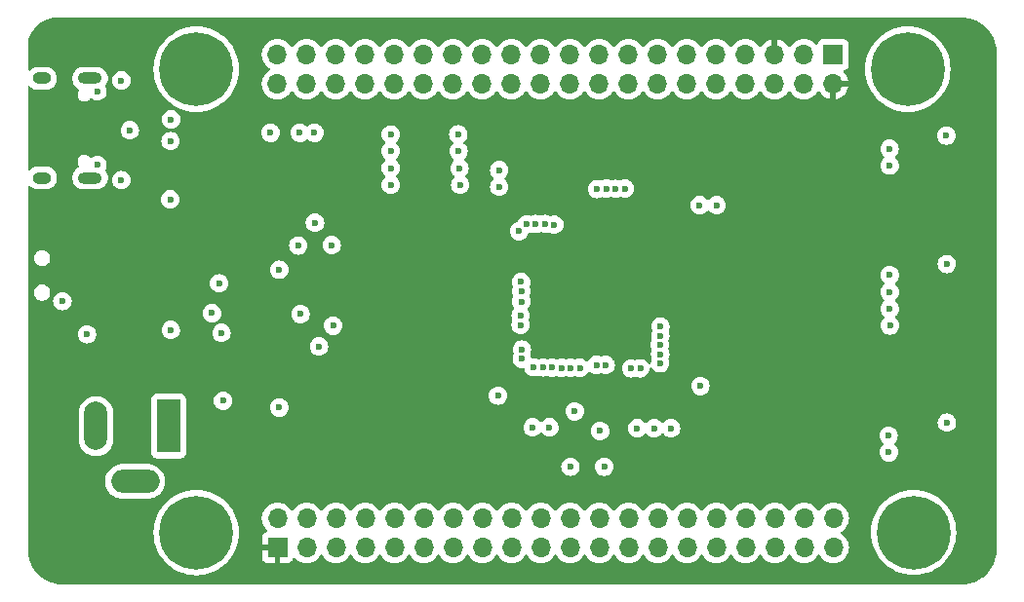
<source format=gbr>
%TF.GenerationSoftware,KiCad,Pcbnew,8.0.5*%
%TF.CreationDate,2024-10-15T23:52:28+04:00*%
%TF.ProjectId,AuroraF4,4175726f-7261-4463-942e-6b696361645f,v1.0.1*%
%TF.SameCoordinates,Original*%
%TF.FileFunction,Copper,L3,Inr*%
%TF.FilePolarity,Positive*%
%FSLAX46Y46*%
G04 Gerber Fmt 4.6, Leading zero omitted, Abs format (unit mm)*
G04 Created by KiCad (PCBNEW 8.0.5) date 2024-10-15 23:52:28*
%MOMM*%
%LPD*%
G01*
G04 APERTURE LIST*
%TA.AperFunction,ComponentPad*%
%ADD10R,2.000000X4.600000*%
%TD*%
%TA.AperFunction,ComponentPad*%
%ADD11O,2.000000X4.200000*%
%TD*%
%TA.AperFunction,ComponentPad*%
%ADD12O,4.200000X2.000000*%
%TD*%
%TA.AperFunction,ComponentPad*%
%ADD13C,0.800000*%
%TD*%
%TA.AperFunction,ComponentPad*%
%ADD14C,6.400000*%
%TD*%
%TA.AperFunction,ComponentPad*%
%ADD15R,1.700000X1.700000*%
%TD*%
%TA.AperFunction,ComponentPad*%
%ADD16O,1.700000X1.700000*%
%TD*%
%TA.AperFunction,ComponentPad*%
%ADD17O,2.100000X1.000000*%
%TD*%
%TA.AperFunction,ComponentPad*%
%ADD18O,1.600000X1.000000*%
%TD*%
%TA.AperFunction,ViaPad*%
%ADD19C,0.600000*%
%TD*%
G04 APERTURE END LIST*
D10*
%TO.N,+12V*%
%TO.C,POWER*%
X111220000Y-109760000D03*
D11*
%TO.N,GND*%
X104920000Y-109760000D03*
D12*
%TO.N,N/C*%
X108320000Y-114560000D03*
%TD*%
D13*
%TO.N,GND*%
%TO.C,H4*%
X116020000Y-119015000D03*
X115317056Y-120712056D03*
X115317056Y-117317944D03*
X113620000Y-121415000D03*
D14*
X113620000Y-119015000D03*
D13*
X113620000Y-116615000D03*
X111922944Y-120712056D03*
X111922944Y-117317944D03*
X111220000Y-119015000D03*
%TD*%
D15*
%TO.N,GND*%
%TO.C,J9*%
X168920000Y-77457056D03*
D16*
%TO.N,+3.3V*%
X168920000Y-79997056D03*
%TO.N,PE9*%
X166380000Y-77457056D03*
%TO.N,PE8*%
X166380000Y-79997056D03*
%TO.N,+3.3V*%
X163840000Y-77457056D03*
%TO.N,PE10*%
X163840000Y-79997056D03*
%TO.N,PE11*%
X161300000Y-77457056D03*
%TO.N,PE12*%
X161300000Y-79997056D03*
%TO.N,PE13*%
X158760000Y-77457056D03*
%TO.N,PE14*%
X158760000Y-79997056D03*
%TO.N,PE15*%
X156220000Y-77457056D03*
%TO.N,PB10*%
X156220000Y-79997056D03*
%TO.N,PB11*%
X153680000Y-77457056D03*
%TO.N,PB12*%
X153680000Y-79997056D03*
%TO.N,PB13*%
X151140000Y-77457056D03*
%TO.N,PB14*%
X151140000Y-79997056D03*
%TO.N,PB15*%
X148600000Y-77457056D03*
%TO.N,PD8*%
X148600000Y-79997056D03*
%TO.N,GND*%
X146060000Y-77457056D03*
X146060000Y-79997056D03*
X143520000Y-77457056D03*
X143520000Y-79997056D03*
%TO.N,PD9*%
X140980000Y-77457056D03*
%TO.N,PC6*%
X140980000Y-79997056D03*
%TO.N,PC7*%
X138440000Y-77457056D03*
%TO.N,PC8*%
X138440000Y-79997056D03*
%TO.N,PC9*%
X135900000Y-77457056D03*
%TO.N,PA8*%
X135900000Y-79997056D03*
%TO.N,PA9*%
X133360000Y-77457056D03*
%TO.N,PA10*%
X133360000Y-79997056D03*
%TO.N,PC10*%
X130820000Y-77457056D03*
%TO.N,PC11*%
X130820000Y-79997056D03*
%TO.N,PC12*%
X128280000Y-77457056D03*
%TO.N,PD0*%
X128280000Y-79997056D03*
%TO.N,PD1*%
X125740000Y-77457056D03*
%TO.N,PD2*%
X125740000Y-79997056D03*
%TO.N,PD3*%
X123200000Y-77457056D03*
%TO.N,PD4*%
X123200000Y-79997056D03*
%TO.N,GND*%
X120660000Y-77457056D03*
X120660000Y-79997056D03*
%TD*%
D15*
%TO.N,+3.3V*%
%TO.C,J7*%
X120670000Y-120290000D03*
D16*
%TO.N,GND*%
X120670000Y-117750000D03*
%TO.N,PB4*%
X123210000Y-120290000D03*
%TO.N,PD7*%
X123210000Y-117750000D03*
%TO.N,PB8*%
X125750000Y-120290000D03*
%TO.N,PB5*%
X125750000Y-117750000D03*
%TO.N,PE0*%
X128290000Y-120290000D03*
%TO.N,PB9*%
X128290000Y-117750000D03*
%TO.N,PE2*%
X130830000Y-120290000D03*
%TO.N,PE1*%
X130830000Y-117750000D03*
%TO.N,PE4*%
X133370000Y-120290000D03*
%TO.N,PE3*%
X133370000Y-117750000D03*
%TO.N,PE6*%
X135910000Y-120290000D03*
%TO.N,PE5*%
X135910000Y-117750000D03*
%TO.N,PC14*%
X138450000Y-120290000D03*
%TO.N,PC13*%
X138450000Y-117750000D03*
%TO.N,PC0*%
X140990000Y-120290000D03*
%TO.N,PC15*%
X140990000Y-117750000D03*
%TO.N,GND*%
X143530000Y-120290000D03*
X143530000Y-117750000D03*
X146070000Y-120290000D03*
X146070000Y-117750000D03*
X148610000Y-120290000D03*
X148610000Y-117750000D03*
%TO.N,PC2*%
X151150000Y-120290000D03*
%TO.N,PC1*%
X151150000Y-117750000D03*
%TO.N,PA0*%
X153690000Y-120290000D03*
%TO.N,PC3*%
X153690000Y-117750000D03*
%TO.N,PA2*%
X156230000Y-120290000D03*
%TO.N,PA1*%
X156230000Y-117750000D03*
%TO.N,PA4*%
X158770000Y-120290000D03*
%TO.N,PA3*%
X158770000Y-117750000D03*
%TO.N,PC5*%
X161310000Y-120290000D03*
%TO.N,PC4*%
X161310000Y-117750000D03*
%TO.N,PB1*%
X163850000Y-120290000D03*
%TO.N,PB0*%
X163850000Y-117750000D03*
%TO.N,PE7*%
X166390000Y-120290000D03*
%TO.N,PB2*%
X166390000Y-117750000D03*
%TO.N,GND*%
X168930000Y-120290000D03*
X168930000Y-117750000D03*
%TD*%
D13*
%TO.N,GND*%
%TO.C,H2*%
X173000000Y-78732056D03*
X173702944Y-77035000D03*
X173702944Y-80429112D03*
X175400000Y-76332056D03*
D14*
X175400000Y-78732056D03*
D13*
X175400000Y-81132056D03*
X177097056Y-77035000D03*
X177097056Y-80429112D03*
X177800000Y-78732056D03*
%TD*%
%TO.N,GND*%
%TO.C,H1*%
X111220000Y-78732056D03*
X111922944Y-77035000D03*
X111922944Y-80429112D03*
X113620000Y-76332056D03*
D14*
X113620000Y-78732056D03*
D13*
X113620000Y-81132056D03*
X115317056Y-77035000D03*
X115317056Y-80429112D03*
X116020000Y-78732056D03*
%TD*%
%TO.N,GND*%
%TO.C,H3*%
X178300000Y-119000000D03*
X177597056Y-120697056D03*
X177597056Y-117302944D03*
X175900000Y-121400000D03*
D14*
X175900000Y-119000000D03*
D13*
X175900000Y-116600000D03*
X174202944Y-120697056D03*
X174202944Y-117302944D03*
X173500000Y-119000000D03*
%TD*%
D17*
%TO.N,unconnected-(J5-SHIELD-PadS1)_3*%
%TO.C,J5*%
X104402500Y-79535000D03*
D18*
%TO.N,unconnected-(J5-SHIELD-PadS1)_2*%
X100222500Y-79535000D03*
D17*
%TO.N,unconnected-(J5-SHIELD-PadS1)*%
X104402500Y-88175000D03*
D18*
%TO.N,unconnected-(J5-SHIELD-PadS1)_1*%
X100222500Y-88175000D03*
%TD*%
D19*
%TO.N,GND*%
X146916576Y-104700730D03*
X142830000Y-109865000D03*
%TO.N,+3.3V*%
X142830000Y-108290000D03*
X144290000Y-108315000D03*
%TO.N,SWDIO*%
X125380000Y-94020000D03*
%TO.N,SWCLK*%
X123930000Y-92075000D03*
X141640000Y-92810000D03*
%TO.N,GND*%
X153370000Y-109940000D03*
%TO.N,+3.3VA*%
X115810000Y-101650000D03*
X152169914Y-104728061D03*
%TO.N,GND*%
X157390000Y-106280000D03*
X151370000Y-104740000D03*
X153889322Y-104298652D03*
%TO.N,SWDIO*%
X143101270Y-92190271D03*
%TO.N,GND*%
X141880000Y-103900000D03*
X124275000Y-102830000D03*
%TO.N,+3.3V*%
X122625000Y-105750000D03*
%TO.N,GND*%
X120830000Y-108140000D03*
X115950000Y-107557500D03*
%TO.N,+3.3V*%
X107640000Y-96090000D03*
X107640000Y-95035000D03*
X107640000Y-93980000D03*
%TO.N,GND*%
X111415000Y-101400000D03*
%TO.N,+3.3V*%
X111377500Y-99940000D03*
X113032500Y-101650000D03*
X113090000Y-100000000D03*
X102000000Y-94400000D03*
X115610000Y-95050000D03*
X178745000Y-88250000D03*
X157380000Y-103795000D03*
X157330000Y-92105000D03*
X141470000Y-88980000D03*
X125150000Y-84260000D03*
X122625000Y-98560000D03*
%TO.N,GND*%
X122675000Y-100020000D03*
%TO.N,+3.3V*%
X139820000Y-105565000D03*
X151910000Y-108385000D03*
X178790000Y-113200000D03*
X176405000Y-109110000D03*
X176400000Y-113500000D03*
X178780000Y-101920000D03*
%TO.N,GND*%
X154840000Y-109940000D03*
X146110000Y-113295000D03*
X149040000Y-113290000D03*
X151910000Y-109935000D03*
X139820000Y-107115000D03*
X144290000Y-109865000D03*
X146480000Y-108480000D03*
X148680000Y-110180000D03*
X178790000Y-109450000D03*
X178780000Y-95670000D03*
X178745000Y-84500000D03*
X158790000Y-90555000D03*
X157330000Y-90555000D03*
X142301349Y-92201694D03*
X139920000Y-88970000D03*
X139920000Y-87510000D03*
X130502500Y-88790000D03*
X130502500Y-87330000D03*
X130507500Y-85870000D03*
X130507500Y-84410000D03*
X120070000Y-84260000D03*
X123880000Y-84260000D03*
X122610000Y-84260000D03*
X120830000Y-96170000D03*
X114990000Y-99940000D03*
X102000000Y-98900000D03*
X115610000Y-97350000D03*
X111360000Y-90050000D03*
X111360000Y-90050000D03*
X107117500Y-79712500D03*
X107850000Y-84047500D03*
X107117500Y-88367500D03*
X105042500Y-87055000D03*
X105042500Y-80655000D03*
%TO.N,PC0*%
X149159934Y-104440525D03*
%TO.N,PC15*%
X146116602Y-104693987D03*
%TO.N,PC14*%
X145316614Y-104689165D03*
%TO.N,PC13*%
X144509259Y-104667777D03*
%TO.N,PE6*%
X143709390Y-104653186D03*
%TO.N,PE5*%
X142900000Y-104640000D03*
%TO.N,NRST*%
X125500000Y-101020000D03*
X148360000Y-104430000D03*
%TO.N,BOOT0*%
X104130000Y-101770000D03*
X141890000Y-103100000D03*
%TO.N,SWO*%
X122480000Y-94060000D03*
X141840000Y-98930000D03*
%TO.N,USART2_RX*%
X173820000Y-87110000D03*
X141841427Y-98029921D03*
%TO.N,USART2_TX*%
X173810000Y-85650000D03*
X141830000Y-97230000D03*
%TO.N,I2C1_SCL*%
X173730000Y-110590000D03*
%TO.N,I2C1_SDA*%
X173750000Y-112035000D03*
X141780000Y-100960003D03*
%TO.N,I2C1_SCL*%
X141780000Y-100160000D03*
%TO.N,USB_D+*%
X111380000Y-84990000D03*
X143901263Y-92186390D03*
%TO.N,USB_D-*%
X111440000Y-83100000D03*
X144699109Y-92245084D03*
%TO.N,LED_BLUE*%
X136370000Y-84390000D03*
X150822366Y-89105423D03*
%TO.N,LED_RED*%
X136390000Y-85870000D03*
X150022599Y-89131395D03*
%TO.N,LED_YELLOW*%
X136470000Y-87340000D03*
X149222620Y-89125282D03*
%TO.N,LED_GREEN*%
X136530000Y-88800000D03*
X148423000Y-89150000D03*
%TO.N,SPI1_NSS*%
X153901997Y-103498750D03*
X173830000Y-96630000D03*
%TO.N,SPI1_SCK*%
X173850000Y-101010000D03*
X153877860Y-102699111D03*
%TO.N,SPI1_MISO*%
X173830000Y-99550000D03*
X153908733Y-101889923D03*
%TO.N,SPI1_MOSI*%
X153920000Y-101090000D03*
X173820000Y-98090000D03*
%TD*%
%TA.AperFunction,Conductor*%
%TO.N,+3.3V*%
G36*
X180123243Y-74260669D02*
G01*
X180145186Y-74261820D01*
X180427046Y-74276592D01*
X180439953Y-74277949D01*
X180571089Y-74298718D01*
X180737209Y-74325028D01*
X180749896Y-74327724D01*
X181040625Y-74405625D01*
X181052965Y-74409635D01*
X181333938Y-74517490D01*
X181345790Y-74522767D01*
X181613968Y-74659411D01*
X181625199Y-74665896D01*
X181691389Y-74708880D01*
X181877608Y-74829812D01*
X181888109Y-74837441D01*
X182122010Y-75026850D01*
X182131655Y-75035535D01*
X182344464Y-75248344D01*
X182353149Y-75257989D01*
X182542558Y-75491890D01*
X182550187Y-75502391D01*
X182714101Y-75754796D01*
X182720591Y-75766036D01*
X182857231Y-76034206D01*
X182862510Y-76046064D01*
X182970363Y-76327033D01*
X182974374Y-76339376D01*
X183052273Y-76630097D01*
X183054971Y-76642794D01*
X183102050Y-76940046D01*
X183103407Y-76952953D01*
X183119330Y-77256756D01*
X183119500Y-77263246D01*
X183119500Y-120496753D01*
X183119330Y-120503243D01*
X183103407Y-120807046D01*
X183102050Y-120819953D01*
X183054971Y-121117205D01*
X183052273Y-121129902D01*
X182974374Y-121420623D01*
X182970363Y-121432966D01*
X182862510Y-121713935D01*
X182857231Y-121725793D01*
X182720591Y-121993963D01*
X182714101Y-122005203D01*
X182550187Y-122257608D01*
X182542558Y-122268109D01*
X182353149Y-122502010D01*
X182344464Y-122511655D01*
X182131655Y-122724464D01*
X182122010Y-122733149D01*
X181888109Y-122922558D01*
X181877608Y-122930187D01*
X181625203Y-123094101D01*
X181613963Y-123100591D01*
X181345793Y-123237231D01*
X181333935Y-123242510D01*
X181052966Y-123350363D01*
X181040623Y-123354374D01*
X180749902Y-123432273D01*
X180737205Y-123434971D01*
X180439953Y-123482050D01*
X180427046Y-123483407D01*
X180123244Y-123499330D01*
X180116754Y-123499500D01*
X102003246Y-123499500D01*
X101996756Y-123499330D01*
X101692953Y-123483407D01*
X101680046Y-123482050D01*
X101382794Y-123434971D01*
X101370097Y-123432273D01*
X101079376Y-123354374D01*
X101067033Y-123350363D01*
X100786064Y-123242510D01*
X100774206Y-123237231D01*
X100506036Y-123100591D01*
X100494796Y-123094101D01*
X100242391Y-122930187D01*
X100231890Y-122922558D01*
X99997989Y-122733149D01*
X99988344Y-122724464D01*
X99775535Y-122511655D01*
X99766850Y-122502010D01*
X99577441Y-122268109D01*
X99569812Y-122257608D01*
X99538325Y-122209122D01*
X99405896Y-122005199D01*
X99399408Y-121993963D01*
X99262768Y-121725793D01*
X99257489Y-121713935D01*
X99149636Y-121432966D01*
X99145625Y-121420623D01*
X99082498Y-121185030D01*
X99067724Y-121129896D01*
X99065028Y-121117205D01*
X99017949Y-120819953D01*
X99016592Y-120807046D01*
X99000670Y-120503243D01*
X99000500Y-120496753D01*
X99000500Y-119014999D01*
X109914422Y-119014999D01*
X109914422Y-119015000D01*
X109932526Y-119360447D01*
X109934722Y-119402338D01*
X109995398Y-119785433D01*
X110068883Y-120059685D01*
X110095788Y-120160094D01*
X110234787Y-120522197D01*
X110410877Y-120867793D01*
X110622122Y-121193082D01*
X110803363Y-121416895D01*
X110866219Y-121494516D01*
X111140484Y-121768781D01*
X111308375Y-121904737D01*
X111441917Y-122012877D01*
X111603195Y-122117612D01*
X111767211Y-122224125D01*
X112112806Y-122400214D01*
X112474913Y-122539214D01*
X112849567Y-122639602D01*
X113232662Y-122700278D01*
X113598576Y-122719455D01*
X113619999Y-122720578D01*
X113620000Y-122720578D01*
X113620001Y-122720578D01*
X113640301Y-122719514D01*
X114007338Y-122700278D01*
X114390433Y-122639602D01*
X114765087Y-122539214D01*
X115127194Y-122400214D01*
X115472789Y-122224125D01*
X115798084Y-122012876D01*
X116099516Y-121768781D01*
X116373781Y-121494516D01*
X116617876Y-121193084D01*
X116829125Y-120867789D01*
X117005214Y-120522194D01*
X117144214Y-120160087D01*
X117244602Y-119785433D01*
X117305278Y-119402338D01*
X117325578Y-119015000D01*
X117305278Y-118627662D01*
X117244602Y-118244567D01*
X117144214Y-117869913D01*
X117098183Y-117749999D01*
X119314341Y-117749999D01*
X119314341Y-117750000D01*
X119334936Y-117985403D01*
X119334938Y-117985413D01*
X119396094Y-118213655D01*
X119396096Y-118213659D01*
X119396097Y-118213663D01*
X119476004Y-118385023D01*
X119495965Y-118427830D01*
X119495967Y-118427834D01*
X119604281Y-118582521D01*
X119631501Y-118621396D01*
X119631506Y-118621402D01*
X119753818Y-118743714D01*
X119787303Y-118805037D01*
X119782319Y-118874729D01*
X119740447Y-118930662D01*
X119709471Y-118947577D01*
X119577912Y-118996646D01*
X119577906Y-118996649D01*
X119462812Y-119082809D01*
X119462809Y-119082812D01*
X119376649Y-119197906D01*
X119376645Y-119197913D01*
X119326403Y-119332620D01*
X119326401Y-119332627D01*
X119320000Y-119392155D01*
X119320000Y-120040000D01*
X120236988Y-120040000D01*
X120204075Y-120097007D01*
X120170000Y-120224174D01*
X120170000Y-120355826D01*
X120204075Y-120482993D01*
X120236988Y-120540000D01*
X119320000Y-120540000D01*
X119320000Y-121187844D01*
X119326401Y-121247372D01*
X119326403Y-121247379D01*
X119376645Y-121382086D01*
X119376649Y-121382093D01*
X119462809Y-121497187D01*
X119462812Y-121497190D01*
X119577906Y-121583350D01*
X119577913Y-121583354D01*
X119712620Y-121633596D01*
X119712627Y-121633598D01*
X119772155Y-121639999D01*
X119772172Y-121640000D01*
X120420000Y-121640000D01*
X120420000Y-120723012D01*
X120477007Y-120755925D01*
X120604174Y-120790000D01*
X120735826Y-120790000D01*
X120862993Y-120755925D01*
X120920000Y-120723012D01*
X120920000Y-121640000D01*
X121567828Y-121640000D01*
X121567844Y-121639999D01*
X121627372Y-121633598D01*
X121627379Y-121633596D01*
X121762086Y-121583354D01*
X121762093Y-121583350D01*
X121877187Y-121497190D01*
X121877190Y-121497187D01*
X121963350Y-121382093D01*
X121963354Y-121382086D01*
X122012422Y-121250529D01*
X122054293Y-121194595D01*
X122119757Y-121170178D01*
X122188030Y-121185030D01*
X122216285Y-121206181D01*
X122338599Y-121328495D01*
X122415135Y-121382086D01*
X122532165Y-121464032D01*
X122532167Y-121464033D01*
X122532170Y-121464035D01*
X122746337Y-121563903D01*
X122974592Y-121625063D01*
X123145319Y-121640000D01*
X123209999Y-121645659D01*
X123210000Y-121645659D01*
X123210001Y-121645659D01*
X123274681Y-121640000D01*
X123445408Y-121625063D01*
X123673663Y-121563903D01*
X123887830Y-121464035D01*
X124081401Y-121328495D01*
X124248495Y-121161401D01*
X124378425Y-120975842D01*
X124433002Y-120932217D01*
X124502500Y-120925023D01*
X124564855Y-120956546D01*
X124581575Y-120975842D01*
X124711500Y-121161395D01*
X124711505Y-121161401D01*
X124878599Y-121328495D01*
X124955135Y-121382086D01*
X125072165Y-121464032D01*
X125072167Y-121464033D01*
X125072170Y-121464035D01*
X125286337Y-121563903D01*
X125514592Y-121625063D01*
X125685319Y-121640000D01*
X125749999Y-121645659D01*
X125750000Y-121645659D01*
X125750001Y-121645659D01*
X125814681Y-121640000D01*
X125985408Y-121625063D01*
X126213663Y-121563903D01*
X126427830Y-121464035D01*
X126621401Y-121328495D01*
X126788495Y-121161401D01*
X126918425Y-120975842D01*
X126973002Y-120932217D01*
X127042500Y-120925023D01*
X127104855Y-120956546D01*
X127121575Y-120975842D01*
X127251500Y-121161395D01*
X127251505Y-121161401D01*
X127418599Y-121328495D01*
X127495135Y-121382086D01*
X127612165Y-121464032D01*
X127612167Y-121464033D01*
X127612170Y-121464035D01*
X127826337Y-121563903D01*
X128054592Y-121625063D01*
X128225319Y-121640000D01*
X128289999Y-121645659D01*
X128290000Y-121645659D01*
X128290001Y-121645659D01*
X128354681Y-121640000D01*
X128525408Y-121625063D01*
X128753663Y-121563903D01*
X128967830Y-121464035D01*
X129161401Y-121328495D01*
X129328495Y-121161401D01*
X129458425Y-120975842D01*
X129513002Y-120932217D01*
X129582500Y-120925023D01*
X129644855Y-120956546D01*
X129661575Y-120975842D01*
X129791500Y-121161395D01*
X129791505Y-121161401D01*
X129958599Y-121328495D01*
X130035135Y-121382086D01*
X130152165Y-121464032D01*
X130152167Y-121464033D01*
X130152170Y-121464035D01*
X130366337Y-121563903D01*
X130594592Y-121625063D01*
X130765319Y-121640000D01*
X130829999Y-121645659D01*
X130830000Y-121645659D01*
X130830001Y-121645659D01*
X130894681Y-121640000D01*
X131065408Y-121625063D01*
X131293663Y-121563903D01*
X131507830Y-121464035D01*
X131701401Y-121328495D01*
X131868495Y-121161401D01*
X131998425Y-120975842D01*
X132053002Y-120932217D01*
X132122500Y-120925023D01*
X132184855Y-120956546D01*
X132201575Y-120975842D01*
X132331500Y-121161395D01*
X132331505Y-121161401D01*
X132498599Y-121328495D01*
X132575135Y-121382086D01*
X132692165Y-121464032D01*
X132692167Y-121464033D01*
X132692170Y-121464035D01*
X132906337Y-121563903D01*
X133134592Y-121625063D01*
X133305319Y-121640000D01*
X133369999Y-121645659D01*
X133370000Y-121645659D01*
X133370001Y-121645659D01*
X133434681Y-121640000D01*
X133605408Y-121625063D01*
X133833663Y-121563903D01*
X134047830Y-121464035D01*
X134241401Y-121328495D01*
X134408495Y-121161401D01*
X134538425Y-120975842D01*
X134593002Y-120932217D01*
X134662500Y-120925023D01*
X134724855Y-120956546D01*
X134741575Y-120975842D01*
X134871500Y-121161395D01*
X134871505Y-121161401D01*
X135038599Y-121328495D01*
X135115135Y-121382086D01*
X135232165Y-121464032D01*
X135232167Y-121464033D01*
X135232170Y-121464035D01*
X135446337Y-121563903D01*
X135674592Y-121625063D01*
X135845319Y-121640000D01*
X135909999Y-121645659D01*
X135910000Y-121645659D01*
X135910001Y-121645659D01*
X135974681Y-121640000D01*
X136145408Y-121625063D01*
X136373663Y-121563903D01*
X136587830Y-121464035D01*
X136781401Y-121328495D01*
X136948495Y-121161401D01*
X137078425Y-120975842D01*
X137133002Y-120932217D01*
X137202500Y-120925023D01*
X137264855Y-120956546D01*
X137281575Y-120975842D01*
X137411500Y-121161395D01*
X137411505Y-121161401D01*
X137578599Y-121328495D01*
X137655135Y-121382086D01*
X137772165Y-121464032D01*
X137772167Y-121464033D01*
X137772170Y-121464035D01*
X137986337Y-121563903D01*
X138214592Y-121625063D01*
X138385319Y-121640000D01*
X138449999Y-121645659D01*
X138450000Y-121645659D01*
X138450001Y-121645659D01*
X138514681Y-121640000D01*
X138685408Y-121625063D01*
X138913663Y-121563903D01*
X139127830Y-121464035D01*
X139321401Y-121328495D01*
X139488495Y-121161401D01*
X139618425Y-120975842D01*
X139673002Y-120932217D01*
X139742500Y-120925023D01*
X139804855Y-120956546D01*
X139821575Y-120975842D01*
X139951500Y-121161395D01*
X139951505Y-121161401D01*
X140118599Y-121328495D01*
X140195135Y-121382086D01*
X140312165Y-121464032D01*
X140312167Y-121464033D01*
X140312170Y-121464035D01*
X140526337Y-121563903D01*
X140754592Y-121625063D01*
X140925319Y-121640000D01*
X140989999Y-121645659D01*
X140990000Y-121645659D01*
X140990001Y-121645659D01*
X141054681Y-121640000D01*
X141225408Y-121625063D01*
X141453663Y-121563903D01*
X141667830Y-121464035D01*
X141861401Y-121328495D01*
X142028495Y-121161401D01*
X142158425Y-120975842D01*
X142213002Y-120932217D01*
X142282500Y-120925023D01*
X142344855Y-120956546D01*
X142361575Y-120975842D01*
X142491500Y-121161395D01*
X142491505Y-121161401D01*
X142658599Y-121328495D01*
X142735135Y-121382086D01*
X142852165Y-121464032D01*
X142852167Y-121464033D01*
X142852170Y-121464035D01*
X143066337Y-121563903D01*
X143294592Y-121625063D01*
X143465319Y-121640000D01*
X143529999Y-121645659D01*
X143530000Y-121645659D01*
X143530001Y-121645659D01*
X143594681Y-121640000D01*
X143765408Y-121625063D01*
X143993663Y-121563903D01*
X144207830Y-121464035D01*
X144401401Y-121328495D01*
X144568495Y-121161401D01*
X144698425Y-120975842D01*
X144753002Y-120932217D01*
X144822500Y-120925023D01*
X144884855Y-120956546D01*
X144901575Y-120975842D01*
X145031500Y-121161395D01*
X145031505Y-121161401D01*
X145198599Y-121328495D01*
X145275135Y-121382086D01*
X145392165Y-121464032D01*
X145392167Y-121464033D01*
X145392170Y-121464035D01*
X145606337Y-121563903D01*
X145834592Y-121625063D01*
X146005319Y-121640000D01*
X146069999Y-121645659D01*
X146070000Y-121645659D01*
X146070001Y-121645659D01*
X146134681Y-121640000D01*
X146305408Y-121625063D01*
X146533663Y-121563903D01*
X146747830Y-121464035D01*
X146941401Y-121328495D01*
X147108495Y-121161401D01*
X147238425Y-120975842D01*
X147293002Y-120932217D01*
X147362500Y-120925023D01*
X147424855Y-120956546D01*
X147441575Y-120975842D01*
X147571500Y-121161395D01*
X147571505Y-121161401D01*
X147738599Y-121328495D01*
X147815135Y-121382086D01*
X147932165Y-121464032D01*
X147932167Y-121464033D01*
X147932170Y-121464035D01*
X148146337Y-121563903D01*
X148374592Y-121625063D01*
X148545319Y-121640000D01*
X148609999Y-121645659D01*
X148610000Y-121645659D01*
X148610001Y-121645659D01*
X148674681Y-121640000D01*
X148845408Y-121625063D01*
X149073663Y-121563903D01*
X149287830Y-121464035D01*
X149481401Y-121328495D01*
X149648495Y-121161401D01*
X149778425Y-120975842D01*
X149833002Y-120932217D01*
X149902500Y-120925023D01*
X149964855Y-120956546D01*
X149981575Y-120975842D01*
X150111500Y-121161395D01*
X150111505Y-121161401D01*
X150278599Y-121328495D01*
X150355135Y-121382086D01*
X150472165Y-121464032D01*
X150472167Y-121464033D01*
X150472170Y-121464035D01*
X150686337Y-121563903D01*
X150914592Y-121625063D01*
X151085319Y-121640000D01*
X151149999Y-121645659D01*
X151150000Y-121645659D01*
X151150001Y-121645659D01*
X151214681Y-121640000D01*
X151385408Y-121625063D01*
X151613663Y-121563903D01*
X151827830Y-121464035D01*
X152021401Y-121328495D01*
X152188495Y-121161401D01*
X152318425Y-120975842D01*
X152373002Y-120932217D01*
X152442500Y-120925023D01*
X152504855Y-120956546D01*
X152521575Y-120975842D01*
X152651500Y-121161395D01*
X152651505Y-121161401D01*
X152818599Y-121328495D01*
X152895135Y-121382086D01*
X153012165Y-121464032D01*
X153012167Y-121464033D01*
X153012170Y-121464035D01*
X153226337Y-121563903D01*
X153454592Y-121625063D01*
X153625319Y-121640000D01*
X153689999Y-121645659D01*
X153690000Y-121645659D01*
X153690001Y-121645659D01*
X153754681Y-121640000D01*
X153925408Y-121625063D01*
X154153663Y-121563903D01*
X154367830Y-121464035D01*
X154561401Y-121328495D01*
X154728495Y-121161401D01*
X154858425Y-120975842D01*
X154913002Y-120932217D01*
X154982500Y-120925023D01*
X155044855Y-120956546D01*
X155061575Y-120975842D01*
X155191500Y-121161395D01*
X155191505Y-121161401D01*
X155358599Y-121328495D01*
X155435135Y-121382086D01*
X155552165Y-121464032D01*
X155552167Y-121464033D01*
X155552170Y-121464035D01*
X155766337Y-121563903D01*
X155994592Y-121625063D01*
X156165319Y-121640000D01*
X156229999Y-121645659D01*
X156230000Y-121645659D01*
X156230001Y-121645659D01*
X156294681Y-121640000D01*
X156465408Y-121625063D01*
X156693663Y-121563903D01*
X156907830Y-121464035D01*
X157101401Y-121328495D01*
X157268495Y-121161401D01*
X157398425Y-120975842D01*
X157453002Y-120932217D01*
X157522500Y-120925023D01*
X157584855Y-120956546D01*
X157601575Y-120975842D01*
X157731500Y-121161395D01*
X157731505Y-121161401D01*
X157898599Y-121328495D01*
X157975135Y-121382086D01*
X158092165Y-121464032D01*
X158092167Y-121464033D01*
X158092170Y-121464035D01*
X158306337Y-121563903D01*
X158534592Y-121625063D01*
X158705319Y-121640000D01*
X158769999Y-121645659D01*
X158770000Y-121645659D01*
X158770001Y-121645659D01*
X158834681Y-121640000D01*
X159005408Y-121625063D01*
X159233663Y-121563903D01*
X159447830Y-121464035D01*
X159641401Y-121328495D01*
X159808495Y-121161401D01*
X159938425Y-120975842D01*
X159993002Y-120932217D01*
X160062500Y-120925023D01*
X160124855Y-120956546D01*
X160141575Y-120975842D01*
X160271500Y-121161395D01*
X160271505Y-121161401D01*
X160438599Y-121328495D01*
X160515135Y-121382086D01*
X160632165Y-121464032D01*
X160632167Y-121464033D01*
X160632170Y-121464035D01*
X160846337Y-121563903D01*
X161074592Y-121625063D01*
X161245319Y-121640000D01*
X161309999Y-121645659D01*
X161310000Y-121645659D01*
X161310001Y-121645659D01*
X161374681Y-121640000D01*
X161545408Y-121625063D01*
X161773663Y-121563903D01*
X161987830Y-121464035D01*
X162181401Y-121328495D01*
X162348495Y-121161401D01*
X162478425Y-120975842D01*
X162533002Y-120932217D01*
X162602500Y-120925023D01*
X162664855Y-120956546D01*
X162681575Y-120975842D01*
X162811500Y-121161395D01*
X162811505Y-121161401D01*
X162978599Y-121328495D01*
X163055135Y-121382086D01*
X163172165Y-121464032D01*
X163172167Y-121464033D01*
X163172170Y-121464035D01*
X163386337Y-121563903D01*
X163614592Y-121625063D01*
X163785319Y-121640000D01*
X163849999Y-121645659D01*
X163850000Y-121645659D01*
X163850001Y-121645659D01*
X163914681Y-121640000D01*
X164085408Y-121625063D01*
X164313663Y-121563903D01*
X164527830Y-121464035D01*
X164721401Y-121328495D01*
X164888495Y-121161401D01*
X165018425Y-120975842D01*
X165073002Y-120932217D01*
X165142500Y-120925023D01*
X165204855Y-120956546D01*
X165221575Y-120975842D01*
X165351500Y-121161395D01*
X165351505Y-121161401D01*
X165518599Y-121328495D01*
X165595135Y-121382086D01*
X165712165Y-121464032D01*
X165712167Y-121464033D01*
X165712170Y-121464035D01*
X165926337Y-121563903D01*
X166154592Y-121625063D01*
X166325319Y-121640000D01*
X166389999Y-121645659D01*
X166390000Y-121645659D01*
X166390001Y-121645659D01*
X166454681Y-121640000D01*
X166625408Y-121625063D01*
X166853663Y-121563903D01*
X167067830Y-121464035D01*
X167261401Y-121328495D01*
X167428495Y-121161401D01*
X167558425Y-120975842D01*
X167613002Y-120932217D01*
X167682500Y-120925023D01*
X167744855Y-120956546D01*
X167761575Y-120975842D01*
X167891500Y-121161395D01*
X167891505Y-121161401D01*
X168058599Y-121328495D01*
X168135135Y-121382086D01*
X168252165Y-121464032D01*
X168252167Y-121464033D01*
X168252170Y-121464035D01*
X168466337Y-121563903D01*
X168694592Y-121625063D01*
X168865319Y-121640000D01*
X168929999Y-121645659D01*
X168930000Y-121645659D01*
X168930001Y-121645659D01*
X168994681Y-121640000D01*
X169165408Y-121625063D01*
X169393663Y-121563903D01*
X169607830Y-121464035D01*
X169801401Y-121328495D01*
X169968495Y-121161401D01*
X170104035Y-120967830D01*
X170203903Y-120753663D01*
X170265063Y-120525408D01*
X170285659Y-120290000D01*
X170265063Y-120054592D01*
X170203903Y-119826337D01*
X170104035Y-119612171D01*
X170098425Y-119604158D01*
X169968494Y-119418597D01*
X169801402Y-119251506D01*
X169801396Y-119251501D01*
X169615842Y-119121575D01*
X169572217Y-119066998D01*
X169565282Y-118999999D01*
X172194422Y-118999999D01*
X172194422Y-119000000D01*
X172214722Y-119387339D01*
X172250332Y-119612171D01*
X172275398Y-119770433D01*
X172367051Y-120112489D01*
X172375788Y-120145094D01*
X172514787Y-120507197D01*
X172690877Y-120852793D01*
X172902122Y-121178082D01*
X173023927Y-121328498D01*
X173146219Y-121479516D01*
X173420484Y-121753781D01*
X173439011Y-121768784D01*
X173721917Y-121997877D01*
X173906293Y-122117612D01*
X174047211Y-122209125D01*
X174392806Y-122385214D01*
X174754913Y-122524214D01*
X175129567Y-122624602D01*
X175512662Y-122685278D01*
X175878576Y-122704455D01*
X175899999Y-122705578D01*
X175900000Y-122705578D01*
X175900001Y-122705578D01*
X175920301Y-122704514D01*
X176287338Y-122685278D01*
X176670433Y-122624602D01*
X177045087Y-122524214D01*
X177407194Y-122385214D01*
X177752789Y-122209125D01*
X178078084Y-121997876D01*
X178379516Y-121753781D01*
X178653781Y-121479516D01*
X178897876Y-121178084D01*
X179109125Y-120852789D01*
X179285214Y-120507194D01*
X179424214Y-120145087D01*
X179524602Y-119770433D01*
X179585278Y-119387338D01*
X179605578Y-119000000D01*
X179585278Y-118612662D01*
X179524602Y-118229567D01*
X179424214Y-117854913D01*
X179285214Y-117492806D01*
X179109125Y-117147211D01*
X179067721Y-117083454D01*
X178897877Y-116821917D01*
X178665928Y-116535484D01*
X178653781Y-116520484D01*
X178379516Y-116246219D01*
X178345164Y-116218401D01*
X178078082Y-116002122D01*
X177752793Y-115790877D01*
X177407197Y-115614787D01*
X177045094Y-115475788D01*
X177045087Y-115475786D01*
X176670433Y-115375398D01*
X176670429Y-115375397D01*
X176670428Y-115375397D01*
X176287339Y-115314722D01*
X175900001Y-115294422D01*
X175899999Y-115294422D01*
X175512660Y-115314722D01*
X175129572Y-115375397D01*
X175129570Y-115375397D01*
X174754905Y-115475788D01*
X174392802Y-115614787D01*
X174047206Y-115790877D01*
X173721917Y-116002122D01*
X173420488Y-116246215D01*
X173420480Y-116246222D01*
X173146222Y-116520480D01*
X173146215Y-116520488D01*
X172902122Y-116821917D01*
X172690877Y-117147206D01*
X172514787Y-117492802D01*
X172375788Y-117854905D01*
X172275397Y-118229570D01*
X172275397Y-118229572D01*
X172214722Y-118612660D01*
X172194422Y-118999999D01*
X169565282Y-118999999D01*
X169565023Y-118997500D01*
X169596546Y-118935145D01*
X169615842Y-118918425D01*
X169727500Y-118840241D01*
X169801401Y-118788495D01*
X169968495Y-118621401D01*
X170104035Y-118427830D01*
X170203903Y-118213663D01*
X170265063Y-117985408D01*
X170285659Y-117750000D01*
X170265063Y-117514592D01*
X170203903Y-117286337D01*
X170104035Y-117072171D01*
X170098425Y-117064158D01*
X169968494Y-116878597D01*
X169801402Y-116711506D01*
X169801395Y-116711501D01*
X169607834Y-116575967D01*
X169607830Y-116575965D01*
X169521018Y-116535484D01*
X169393663Y-116476097D01*
X169393659Y-116476096D01*
X169393655Y-116476094D01*
X169165413Y-116414938D01*
X169165403Y-116414936D01*
X168930001Y-116394341D01*
X168929999Y-116394341D01*
X168694596Y-116414936D01*
X168694586Y-116414938D01*
X168466344Y-116476094D01*
X168466335Y-116476098D01*
X168252171Y-116575964D01*
X168252169Y-116575965D01*
X168058597Y-116711505D01*
X167891505Y-116878597D01*
X167761575Y-117064158D01*
X167706998Y-117107783D01*
X167637500Y-117114977D01*
X167575145Y-117083454D01*
X167558425Y-117064158D01*
X167428494Y-116878597D01*
X167261402Y-116711506D01*
X167261395Y-116711501D01*
X167067834Y-116575967D01*
X167067830Y-116575965D01*
X166981018Y-116535484D01*
X166853663Y-116476097D01*
X166853659Y-116476096D01*
X166853655Y-116476094D01*
X166625413Y-116414938D01*
X166625403Y-116414936D01*
X166390001Y-116394341D01*
X166389999Y-116394341D01*
X166154596Y-116414936D01*
X166154586Y-116414938D01*
X165926344Y-116476094D01*
X165926335Y-116476098D01*
X165712171Y-116575964D01*
X165712169Y-116575965D01*
X165518597Y-116711505D01*
X165351505Y-116878597D01*
X165221575Y-117064158D01*
X165166998Y-117107783D01*
X165097500Y-117114977D01*
X165035145Y-117083454D01*
X165018425Y-117064158D01*
X164888494Y-116878597D01*
X164721402Y-116711506D01*
X164721395Y-116711501D01*
X164527834Y-116575967D01*
X164527830Y-116575965D01*
X164441018Y-116535484D01*
X164313663Y-116476097D01*
X164313659Y-116476096D01*
X164313655Y-116476094D01*
X164085413Y-116414938D01*
X164085403Y-116414936D01*
X163850001Y-116394341D01*
X163849999Y-116394341D01*
X163614596Y-116414936D01*
X163614586Y-116414938D01*
X163386344Y-116476094D01*
X163386335Y-116476098D01*
X163172171Y-116575964D01*
X163172169Y-116575965D01*
X162978597Y-116711505D01*
X162811505Y-116878597D01*
X162681575Y-117064158D01*
X162626998Y-117107783D01*
X162557500Y-117114977D01*
X162495145Y-117083454D01*
X162478425Y-117064158D01*
X162348494Y-116878597D01*
X162181402Y-116711506D01*
X162181395Y-116711501D01*
X161987834Y-116575967D01*
X161987830Y-116575965D01*
X161901018Y-116535484D01*
X161773663Y-116476097D01*
X161773659Y-116476096D01*
X161773655Y-116476094D01*
X161545413Y-116414938D01*
X161545403Y-116414936D01*
X161310001Y-116394341D01*
X161309999Y-116394341D01*
X161074596Y-116414936D01*
X161074586Y-116414938D01*
X160846344Y-116476094D01*
X160846335Y-116476098D01*
X160632171Y-116575964D01*
X160632169Y-116575965D01*
X160438597Y-116711505D01*
X160271505Y-116878597D01*
X160141575Y-117064158D01*
X160086998Y-117107783D01*
X160017500Y-117114977D01*
X159955145Y-117083454D01*
X159938425Y-117064158D01*
X159808494Y-116878597D01*
X159641402Y-116711506D01*
X159641395Y-116711501D01*
X159447834Y-116575967D01*
X159447830Y-116575965D01*
X159361018Y-116535484D01*
X159233663Y-116476097D01*
X159233659Y-116476096D01*
X159233655Y-116476094D01*
X159005413Y-116414938D01*
X159005403Y-116414936D01*
X158770001Y-116394341D01*
X158769999Y-116394341D01*
X158534596Y-116414936D01*
X158534586Y-116414938D01*
X158306344Y-116476094D01*
X158306335Y-116476098D01*
X158092171Y-116575964D01*
X158092169Y-116575965D01*
X157898597Y-116711505D01*
X157731505Y-116878597D01*
X157601575Y-117064158D01*
X157546998Y-117107783D01*
X157477500Y-117114977D01*
X157415145Y-117083454D01*
X157398425Y-117064158D01*
X157268494Y-116878597D01*
X157101402Y-116711506D01*
X157101395Y-116711501D01*
X156907834Y-116575967D01*
X156907830Y-116575965D01*
X156821018Y-116535484D01*
X156693663Y-116476097D01*
X156693659Y-116476096D01*
X156693655Y-116476094D01*
X156465413Y-116414938D01*
X156465403Y-116414936D01*
X156230001Y-116394341D01*
X156229999Y-116394341D01*
X155994596Y-116414936D01*
X155994586Y-116414938D01*
X155766344Y-116476094D01*
X155766335Y-116476098D01*
X155552171Y-116575964D01*
X155552169Y-116575965D01*
X155358597Y-116711505D01*
X155191505Y-116878597D01*
X155061575Y-117064158D01*
X155006998Y-117107783D01*
X154937500Y-117114977D01*
X154875145Y-117083454D01*
X154858425Y-117064158D01*
X154728494Y-116878597D01*
X154561402Y-116711506D01*
X154561395Y-116711501D01*
X154367834Y-116575967D01*
X154367830Y-116575965D01*
X154281018Y-116535484D01*
X154153663Y-116476097D01*
X154153659Y-116476096D01*
X154153655Y-116476094D01*
X153925413Y-116414938D01*
X153925403Y-116414936D01*
X153690001Y-116394341D01*
X153689999Y-116394341D01*
X153454596Y-116414936D01*
X153454586Y-116414938D01*
X153226344Y-116476094D01*
X153226335Y-116476098D01*
X153012171Y-116575964D01*
X153012169Y-116575965D01*
X152818597Y-116711505D01*
X152651505Y-116878597D01*
X152521575Y-117064158D01*
X152466998Y-117107783D01*
X152397500Y-117114977D01*
X152335145Y-117083454D01*
X152318425Y-117064158D01*
X152188494Y-116878597D01*
X152021402Y-116711506D01*
X152021395Y-116711501D01*
X151827834Y-116575967D01*
X151827830Y-116575965D01*
X151741018Y-116535484D01*
X151613663Y-116476097D01*
X151613659Y-116476096D01*
X151613655Y-116476094D01*
X151385413Y-116414938D01*
X151385403Y-116414936D01*
X151150001Y-116394341D01*
X151149999Y-116394341D01*
X150914596Y-116414936D01*
X150914586Y-116414938D01*
X150686344Y-116476094D01*
X150686335Y-116476098D01*
X150472171Y-116575964D01*
X150472169Y-116575965D01*
X150278597Y-116711505D01*
X150111505Y-116878597D01*
X149981575Y-117064158D01*
X149926998Y-117107783D01*
X149857500Y-117114977D01*
X149795145Y-117083454D01*
X149778425Y-117064158D01*
X149648494Y-116878597D01*
X149481402Y-116711506D01*
X149481395Y-116711501D01*
X149287834Y-116575967D01*
X149287830Y-116575965D01*
X149201018Y-116535484D01*
X149073663Y-116476097D01*
X149073659Y-116476096D01*
X149073655Y-116476094D01*
X148845413Y-116414938D01*
X148845403Y-116414936D01*
X148610001Y-116394341D01*
X148609999Y-116394341D01*
X148374596Y-116414936D01*
X148374586Y-116414938D01*
X148146344Y-116476094D01*
X148146335Y-116476098D01*
X147932171Y-116575964D01*
X147932169Y-116575965D01*
X147738597Y-116711505D01*
X147571505Y-116878597D01*
X147441575Y-117064158D01*
X147386998Y-117107783D01*
X147317500Y-117114977D01*
X147255145Y-117083454D01*
X147238425Y-117064158D01*
X147108494Y-116878597D01*
X146941402Y-116711506D01*
X146941395Y-116711501D01*
X146747834Y-116575967D01*
X146747830Y-116575965D01*
X146661018Y-116535484D01*
X146533663Y-116476097D01*
X146533659Y-116476096D01*
X146533655Y-116476094D01*
X146305413Y-116414938D01*
X146305403Y-116414936D01*
X146070001Y-116394341D01*
X146069999Y-116394341D01*
X145834596Y-116414936D01*
X145834586Y-116414938D01*
X145606344Y-116476094D01*
X145606335Y-116476098D01*
X145392171Y-116575964D01*
X145392169Y-116575965D01*
X145198597Y-116711505D01*
X145031505Y-116878597D01*
X144901575Y-117064158D01*
X144846998Y-117107783D01*
X144777500Y-117114977D01*
X144715145Y-117083454D01*
X144698425Y-117064158D01*
X144568494Y-116878597D01*
X144401402Y-116711506D01*
X144401395Y-116711501D01*
X144207834Y-116575967D01*
X144207830Y-116575965D01*
X144121018Y-116535484D01*
X143993663Y-116476097D01*
X143993659Y-116476096D01*
X143993655Y-116476094D01*
X143765413Y-116414938D01*
X143765403Y-116414936D01*
X143530001Y-116394341D01*
X143529999Y-116394341D01*
X143294596Y-116414936D01*
X143294586Y-116414938D01*
X143066344Y-116476094D01*
X143066335Y-116476098D01*
X142852171Y-116575964D01*
X142852169Y-116575965D01*
X142658597Y-116711505D01*
X142491505Y-116878597D01*
X142361575Y-117064158D01*
X142306998Y-117107783D01*
X142237500Y-117114977D01*
X142175145Y-117083454D01*
X142158425Y-117064158D01*
X142028494Y-116878597D01*
X141861402Y-116711506D01*
X141861395Y-116711501D01*
X141667834Y-116575967D01*
X141667830Y-116575965D01*
X141581018Y-116535484D01*
X141453663Y-116476097D01*
X141453659Y-116476096D01*
X141453655Y-116476094D01*
X141225413Y-116414938D01*
X141225403Y-116414936D01*
X140990001Y-116394341D01*
X140989999Y-116394341D01*
X140754596Y-116414936D01*
X140754586Y-116414938D01*
X140526344Y-116476094D01*
X140526335Y-116476098D01*
X140312171Y-116575964D01*
X140312169Y-116575965D01*
X140118597Y-116711505D01*
X139951505Y-116878597D01*
X139821575Y-117064158D01*
X139766998Y-117107783D01*
X139697500Y-117114977D01*
X139635145Y-117083454D01*
X139618425Y-117064158D01*
X139488494Y-116878597D01*
X139321402Y-116711506D01*
X139321395Y-116711501D01*
X139127834Y-116575967D01*
X139127830Y-116575965D01*
X139041018Y-116535484D01*
X138913663Y-116476097D01*
X138913659Y-116476096D01*
X138913655Y-116476094D01*
X138685413Y-116414938D01*
X138685403Y-116414936D01*
X138450001Y-116394341D01*
X138449999Y-116394341D01*
X138214596Y-116414936D01*
X138214586Y-116414938D01*
X137986344Y-116476094D01*
X137986335Y-116476098D01*
X137772171Y-116575964D01*
X137772169Y-116575965D01*
X137578597Y-116711505D01*
X137411505Y-116878597D01*
X137281575Y-117064158D01*
X137226998Y-117107783D01*
X137157500Y-117114977D01*
X137095145Y-117083454D01*
X137078425Y-117064158D01*
X136948494Y-116878597D01*
X136781402Y-116711506D01*
X136781395Y-116711501D01*
X136587834Y-116575967D01*
X136587830Y-116575965D01*
X136501018Y-116535484D01*
X136373663Y-116476097D01*
X136373659Y-116476096D01*
X136373655Y-116476094D01*
X136145413Y-116414938D01*
X136145403Y-116414936D01*
X135910001Y-116394341D01*
X135909999Y-116394341D01*
X135674596Y-116414936D01*
X135674586Y-116414938D01*
X135446344Y-116476094D01*
X135446335Y-116476098D01*
X135232171Y-116575964D01*
X135232169Y-116575965D01*
X135038597Y-116711505D01*
X134871505Y-116878597D01*
X134741575Y-117064158D01*
X134686998Y-117107783D01*
X134617500Y-117114977D01*
X134555145Y-117083454D01*
X134538425Y-117064158D01*
X134408494Y-116878597D01*
X134241402Y-116711506D01*
X134241395Y-116711501D01*
X134047834Y-116575967D01*
X134047830Y-116575965D01*
X133961018Y-116535484D01*
X133833663Y-116476097D01*
X133833659Y-116476096D01*
X133833655Y-116476094D01*
X133605413Y-116414938D01*
X133605403Y-116414936D01*
X133370001Y-116394341D01*
X133369999Y-116394341D01*
X133134596Y-116414936D01*
X133134586Y-116414938D01*
X132906344Y-116476094D01*
X132906335Y-116476098D01*
X132692171Y-116575964D01*
X132692169Y-116575965D01*
X132498597Y-116711505D01*
X132331505Y-116878597D01*
X132201575Y-117064158D01*
X132146998Y-117107783D01*
X132077500Y-117114977D01*
X132015145Y-117083454D01*
X131998425Y-117064158D01*
X131868494Y-116878597D01*
X131701402Y-116711506D01*
X131701395Y-116711501D01*
X131507834Y-116575967D01*
X131507830Y-116575965D01*
X131421018Y-116535484D01*
X131293663Y-116476097D01*
X131293659Y-116476096D01*
X131293655Y-116476094D01*
X131065413Y-116414938D01*
X131065403Y-116414936D01*
X130830001Y-116394341D01*
X130829999Y-116394341D01*
X130594596Y-116414936D01*
X130594586Y-116414938D01*
X130366344Y-116476094D01*
X130366335Y-116476098D01*
X130152171Y-116575964D01*
X130152169Y-116575965D01*
X129958597Y-116711505D01*
X129791505Y-116878597D01*
X129661575Y-117064158D01*
X129606998Y-117107783D01*
X129537500Y-117114977D01*
X129475145Y-117083454D01*
X129458425Y-117064158D01*
X129328494Y-116878597D01*
X129161402Y-116711506D01*
X129161395Y-116711501D01*
X128967834Y-116575967D01*
X128967830Y-116575965D01*
X128881018Y-116535484D01*
X128753663Y-116476097D01*
X128753659Y-116476096D01*
X128753655Y-116476094D01*
X128525413Y-116414938D01*
X128525403Y-116414936D01*
X128290001Y-116394341D01*
X128289999Y-116394341D01*
X128054596Y-116414936D01*
X128054586Y-116414938D01*
X127826344Y-116476094D01*
X127826335Y-116476098D01*
X127612171Y-116575964D01*
X127612169Y-116575965D01*
X127418597Y-116711505D01*
X127251505Y-116878597D01*
X127121575Y-117064158D01*
X127066998Y-117107783D01*
X126997500Y-117114977D01*
X126935145Y-117083454D01*
X126918425Y-117064158D01*
X126788494Y-116878597D01*
X126621402Y-116711506D01*
X126621395Y-116711501D01*
X126427834Y-116575967D01*
X126427830Y-116575965D01*
X126341018Y-116535484D01*
X126213663Y-116476097D01*
X126213659Y-116476096D01*
X126213655Y-116476094D01*
X125985413Y-116414938D01*
X125985403Y-116414936D01*
X125750001Y-116394341D01*
X125749999Y-116394341D01*
X125514596Y-116414936D01*
X125514586Y-116414938D01*
X125286344Y-116476094D01*
X125286335Y-116476098D01*
X125072171Y-116575964D01*
X125072169Y-116575965D01*
X124878597Y-116711505D01*
X124711505Y-116878597D01*
X124581575Y-117064158D01*
X124526998Y-117107783D01*
X124457500Y-117114977D01*
X124395145Y-117083454D01*
X124378425Y-117064158D01*
X124248494Y-116878597D01*
X124081402Y-116711506D01*
X124081395Y-116711501D01*
X123887834Y-116575967D01*
X123887830Y-116575965D01*
X123801018Y-116535484D01*
X123673663Y-116476097D01*
X123673659Y-116476096D01*
X123673655Y-116476094D01*
X123445413Y-116414938D01*
X123445403Y-116414936D01*
X123210001Y-116394341D01*
X123209999Y-116394341D01*
X122974596Y-116414936D01*
X122974586Y-116414938D01*
X122746344Y-116476094D01*
X122746335Y-116476098D01*
X122532171Y-116575964D01*
X122532169Y-116575965D01*
X122338597Y-116711505D01*
X122171505Y-116878597D01*
X122041575Y-117064158D01*
X121986998Y-117107783D01*
X121917500Y-117114977D01*
X121855145Y-117083454D01*
X121838425Y-117064158D01*
X121708494Y-116878597D01*
X121541402Y-116711506D01*
X121541395Y-116711501D01*
X121347834Y-116575967D01*
X121347830Y-116575965D01*
X121261018Y-116535484D01*
X121133663Y-116476097D01*
X121133659Y-116476096D01*
X121133655Y-116476094D01*
X120905413Y-116414938D01*
X120905403Y-116414936D01*
X120670001Y-116394341D01*
X120669999Y-116394341D01*
X120434596Y-116414936D01*
X120434586Y-116414938D01*
X120206344Y-116476094D01*
X120206335Y-116476098D01*
X119992171Y-116575964D01*
X119992169Y-116575965D01*
X119798597Y-116711505D01*
X119631505Y-116878597D01*
X119495965Y-117072169D01*
X119495964Y-117072171D01*
X119396098Y-117286335D01*
X119396094Y-117286344D01*
X119334938Y-117514586D01*
X119334936Y-117514596D01*
X119314341Y-117749999D01*
X117098183Y-117749999D01*
X117005214Y-117507806D01*
X116829125Y-117162211D01*
X116777980Y-117083454D01*
X116617877Y-116836917D01*
X116509737Y-116703375D01*
X116373781Y-116535484D01*
X116099516Y-116261219D01*
X115851649Y-116060500D01*
X115798082Y-116017122D01*
X115472793Y-115805877D01*
X115127197Y-115629787D01*
X114765094Y-115490788D01*
X114765087Y-115490786D01*
X114390433Y-115390398D01*
X114390429Y-115390397D01*
X114390428Y-115390397D01*
X114007339Y-115329722D01*
X113620001Y-115309422D01*
X113619999Y-115309422D01*
X113232660Y-115329722D01*
X112849572Y-115390397D01*
X112849570Y-115390397D01*
X112474905Y-115490788D01*
X112112802Y-115629787D01*
X111767206Y-115805877D01*
X111441917Y-116017122D01*
X111140488Y-116261215D01*
X111140480Y-116261222D01*
X110866222Y-116535480D01*
X110866215Y-116535488D01*
X110622122Y-116836917D01*
X110410877Y-117162206D01*
X110234787Y-117507802D01*
X110095788Y-117869905D01*
X109995397Y-118244570D01*
X109995397Y-118244572D01*
X109934722Y-118627660D01*
X109914422Y-119014999D01*
X99000500Y-119014999D01*
X99000500Y-114441902D01*
X105719500Y-114441902D01*
X105719500Y-114678097D01*
X105756446Y-114911368D01*
X105829433Y-115135996D01*
X105910156Y-115294422D01*
X105936657Y-115346433D01*
X106075483Y-115537510D01*
X106242490Y-115704517D01*
X106433567Y-115843343D01*
X106532991Y-115894002D01*
X106644003Y-115950566D01*
X106644005Y-115950566D01*
X106644008Y-115950568D01*
X106764412Y-115989689D01*
X106868631Y-116023553D01*
X107101903Y-116060500D01*
X107101908Y-116060500D01*
X109538097Y-116060500D01*
X109771368Y-116023553D01*
X109791154Y-116017124D01*
X109995992Y-115950568D01*
X110206433Y-115843343D01*
X110397510Y-115704517D01*
X110564517Y-115537510D01*
X110703343Y-115346433D01*
X110810568Y-115135992D01*
X110883553Y-114911368D01*
X110920500Y-114678097D01*
X110920500Y-114441902D01*
X110883553Y-114208631D01*
X110822519Y-114020789D01*
X110810568Y-113984008D01*
X110810566Y-113984005D01*
X110810566Y-113984003D01*
X110715416Y-113797262D01*
X110703343Y-113773567D01*
X110564517Y-113582490D01*
X110397510Y-113415483D01*
X110231674Y-113294996D01*
X145304435Y-113294996D01*
X145304435Y-113295003D01*
X145324630Y-113474249D01*
X145324631Y-113474254D01*
X145384211Y-113644523D01*
X145465295Y-113773566D01*
X145480184Y-113797262D01*
X145607738Y-113924816D01*
X145698080Y-113981582D01*
X145752520Y-114015789D01*
X145760478Y-114020789D01*
X145916456Y-114075368D01*
X145930745Y-114080368D01*
X145930750Y-114080369D01*
X146109996Y-114100565D01*
X146110000Y-114100565D01*
X146110004Y-114100565D01*
X146289249Y-114080369D01*
X146289252Y-114080368D01*
X146289255Y-114080368D01*
X146459522Y-114020789D01*
X146612262Y-113924816D01*
X146739816Y-113797262D01*
X146835789Y-113644522D01*
X146895368Y-113474255D01*
X146895369Y-113474249D01*
X146915565Y-113295003D01*
X146915565Y-113294996D01*
X146915002Y-113289996D01*
X148234435Y-113289996D01*
X148234435Y-113290003D01*
X148254630Y-113469249D01*
X148254631Y-113469254D01*
X148314211Y-113639523D01*
X148398437Y-113773567D01*
X148410184Y-113792262D01*
X148537738Y-113919816D01*
X148690478Y-114015789D01*
X148860745Y-114075368D01*
X148860750Y-114075369D01*
X149039996Y-114095565D01*
X149040000Y-114095565D01*
X149040004Y-114095565D01*
X149219249Y-114075369D01*
X149219252Y-114075368D01*
X149219255Y-114075368D01*
X149389522Y-114015789D01*
X149542262Y-113919816D01*
X149669816Y-113792262D01*
X149765789Y-113639522D01*
X149825368Y-113469255D01*
X149825369Y-113469249D01*
X149845565Y-113290003D01*
X149845565Y-113289996D01*
X149825369Y-113110750D01*
X149825368Y-113110745D01*
X149807437Y-113059500D01*
X149765789Y-112940478D01*
X149669816Y-112787738D01*
X149542262Y-112660184D01*
X149389523Y-112564211D01*
X149219254Y-112504631D01*
X149219249Y-112504630D01*
X149040004Y-112484435D01*
X149039996Y-112484435D01*
X148860750Y-112504630D01*
X148860745Y-112504631D01*
X148690476Y-112564211D01*
X148537737Y-112660184D01*
X148410184Y-112787737D01*
X148314211Y-112940476D01*
X148254631Y-113110745D01*
X148254630Y-113110750D01*
X148234435Y-113289996D01*
X146915002Y-113289996D01*
X146895369Y-113115750D01*
X146895368Y-113115745D01*
X146835788Y-112945476D01*
X146769868Y-112840565D01*
X146739816Y-112792738D01*
X146612262Y-112665184D01*
X146604305Y-112660184D01*
X146459523Y-112569211D01*
X146289254Y-112509631D01*
X146289249Y-112509630D01*
X146110004Y-112489435D01*
X146109996Y-112489435D01*
X145930750Y-112509630D01*
X145930745Y-112509631D01*
X145760476Y-112569211D01*
X145607737Y-112665184D01*
X145480184Y-112792737D01*
X145384211Y-112945476D01*
X145324631Y-113115745D01*
X145324630Y-113115750D01*
X145304435Y-113294996D01*
X110231674Y-113294996D01*
X110206433Y-113276657D01*
X109995996Y-113169433D01*
X109771368Y-113096446D01*
X109538097Y-113059500D01*
X109538092Y-113059500D01*
X107101908Y-113059500D01*
X107101903Y-113059500D01*
X106868631Y-113096446D01*
X106644003Y-113169433D01*
X106433566Y-113276657D01*
X106324550Y-113355862D01*
X106242490Y-113415483D01*
X106242488Y-113415485D01*
X106242487Y-113415485D01*
X106075485Y-113582487D01*
X106075485Y-113582488D01*
X106075483Y-113582490D01*
X106034047Y-113639522D01*
X105936657Y-113773566D01*
X105829433Y-113984003D01*
X105756446Y-114208631D01*
X105719500Y-114441902D01*
X99000500Y-114441902D01*
X99000500Y-108541902D01*
X103419500Y-108541902D01*
X103419500Y-110978097D01*
X103456446Y-111211368D01*
X103529433Y-111435996D01*
X103636657Y-111646433D01*
X103775483Y-111837510D01*
X103942490Y-112004517D01*
X104133567Y-112143343D01*
X104232991Y-112194002D01*
X104344003Y-112250566D01*
X104344005Y-112250566D01*
X104344008Y-112250568D01*
X104464412Y-112289689D01*
X104568631Y-112323553D01*
X104801903Y-112360500D01*
X104801908Y-112360500D01*
X105038097Y-112360500D01*
X105271368Y-112323553D01*
X105495992Y-112250568D01*
X105706433Y-112143343D01*
X105897510Y-112004517D01*
X106064517Y-111837510D01*
X106203343Y-111646433D01*
X106310568Y-111435992D01*
X106383553Y-111211368D01*
X106420500Y-110978097D01*
X106420500Y-108541902D01*
X106383553Y-108308631D01*
X106328761Y-108140000D01*
X106310568Y-108084008D01*
X106310566Y-108084005D01*
X106310566Y-108084003D01*
X106247762Y-107960745D01*
X106203343Y-107873567D01*
X106064517Y-107682490D01*
X105897510Y-107515483D01*
X105755264Y-107412135D01*
X109719500Y-107412135D01*
X109719500Y-112107870D01*
X109719501Y-112107876D01*
X109725908Y-112167483D01*
X109776202Y-112302328D01*
X109776206Y-112302335D01*
X109862452Y-112417544D01*
X109862455Y-112417547D01*
X109977664Y-112503793D01*
X109977671Y-112503797D01*
X110112517Y-112554091D01*
X110112516Y-112554091D01*
X110119444Y-112554835D01*
X110172127Y-112560500D01*
X112267872Y-112560499D01*
X112327483Y-112554091D01*
X112462331Y-112503796D01*
X112577546Y-112417546D01*
X112663796Y-112302331D01*
X112714091Y-112167483D01*
X112720500Y-112107873D01*
X112720500Y-109864996D01*
X142024435Y-109864996D01*
X142024435Y-109865003D01*
X142044630Y-110044249D01*
X142044631Y-110044254D01*
X142104211Y-110214523D01*
X142151337Y-110289523D01*
X142200184Y-110367262D01*
X142327738Y-110494816D01*
X142480478Y-110590789D01*
X142650745Y-110650368D01*
X142650750Y-110650369D01*
X142829996Y-110670565D01*
X142830000Y-110670565D01*
X142830004Y-110670565D01*
X143009249Y-110650369D01*
X143009252Y-110650368D01*
X143009255Y-110650368D01*
X143179522Y-110590789D01*
X143332262Y-110494816D01*
X143459816Y-110367262D01*
X143459822Y-110367251D01*
X143463052Y-110363203D01*
X143520240Y-110323062D01*
X143590051Y-110320212D01*
X143650322Y-110355556D01*
X143656948Y-110363203D01*
X143660180Y-110367257D01*
X143660184Y-110367262D01*
X143787738Y-110494816D01*
X143940478Y-110590789D01*
X144110745Y-110650368D01*
X144110750Y-110650369D01*
X144289996Y-110670565D01*
X144290000Y-110670565D01*
X144290004Y-110670565D01*
X144469249Y-110650369D01*
X144469252Y-110650368D01*
X144469255Y-110650368D01*
X144639522Y-110590789D01*
X144792262Y-110494816D01*
X144919816Y-110367262D01*
X145015789Y-110214522D01*
X145027870Y-110179996D01*
X147874435Y-110179996D01*
X147874435Y-110180003D01*
X147894630Y-110359249D01*
X147894631Y-110359254D01*
X147954211Y-110529523D01*
X148030144Y-110650368D01*
X148050184Y-110682262D01*
X148177738Y-110809816D01*
X148330478Y-110905789D01*
X148500745Y-110965368D01*
X148500750Y-110965369D01*
X148679996Y-110985565D01*
X148680000Y-110985565D01*
X148680004Y-110985565D01*
X148859249Y-110965369D01*
X148859252Y-110965368D01*
X148859255Y-110965368D01*
X149029522Y-110905789D01*
X149182262Y-110809816D01*
X149309816Y-110682262D01*
X149405789Y-110529522D01*
X149465368Y-110359255D01*
X149473225Y-110289522D01*
X149485565Y-110180003D01*
X149485565Y-110179996D01*
X149465369Y-110000750D01*
X149465368Y-110000745D01*
X149442361Y-109934996D01*
X151104435Y-109934996D01*
X151104435Y-109935003D01*
X151124630Y-110114249D01*
X151124631Y-110114254D01*
X151184211Y-110284523D01*
X151252107Y-110392578D01*
X151280184Y-110437262D01*
X151407738Y-110564816D01*
X151447812Y-110589996D01*
X151543894Y-110650369D01*
X151560478Y-110660789D01*
X151730745Y-110720368D01*
X151730750Y-110720369D01*
X151909996Y-110740565D01*
X151910000Y-110740565D01*
X151910004Y-110740565D01*
X152089249Y-110720369D01*
X152089252Y-110720368D01*
X152089255Y-110720368D01*
X152259522Y-110660789D01*
X152412262Y-110564816D01*
X152539816Y-110437262D01*
X152539821Y-110437253D01*
X152541159Y-110435577D01*
X152542306Y-110434771D01*
X152544740Y-110432338D01*
X152545166Y-110432764D01*
X152598345Y-110395432D01*
X152668156Y-110392578D01*
X152728428Y-110427919D01*
X152735509Y-110437080D01*
X152735841Y-110436816D01*
X152740182Y-110442259D01*
X152740184Y-110442262D01*
X152867738Y-110569816D01*
X152958080Y-110626582D01*
X153012520Y-110660789D01*
X153020478Y-110665789D01*
X153176456Y-110720368D01*
X153190745Y-110725368D01*
X153190750Y-110725369D01*
X153369996Y-110745565D01*
X153370000Y-110745565D01*
X153370004Y-110745565D01*
X153549249Y-110725369D01*
X153549252Y-110725368D01*
X153549255Y-110725368D01*
X153719522Y-110665789D01*
X153872262Y-110569816D01*
X153999816Y-110442262D01*
X154000006Y-110441960D01*
X154000177Y-110441807D01*
X154004159Y-110436816D01*
X154005033Y-110437513D01*
X154052340Y-110395668D01*
X154121393Y-110385019D01*
X154185242Y-110413394D01*
X154205661Y-110436959D01*
X154205841Y-110436816D01*
X154209357Y-110441225D01*
X154209994Y-110441960D01*
X154210184Y-110442262D01*
X154337738Y-110569816D01*
X154428080Y-110626582D01*
X154482520Y-110660789D01*
X154490478Y-110665789D01*
X154646456Y-110720368D01*
X154660745Y-110725368D01*
X154660750Y-110725369D01*
X154839996Y-110745565D01*
X154840000Y-110745565D01*
X154840004Y-110745565D01*
X155019249Y-110725369D01*
X155019252Y-110725368D01*
X155019255Y-110725368D01*
X155189522Y-110665789D01*
X155310146Y-110589996D01*
X172924435Y-110589996D01*
X172924435Y-110590003D01*
X172944630Y-110769249D01*
X172944631Y-110769254D01*
X173004211Y-110939523D01*
X173100184Y-111092262D01*
X173227737Y-111219815D01*
X173233184Y-111224159D01*
X173231241Y-111226594D01*
X173268432Y-111268542D01*
X173279159Y-111337583D01*
X173250857Y-111401464D01*
X173243911Y-111409011D01*
X173120183Y-111532739D01*
X173024211Y-111685476D01*
X172964631Y-111855745D01*
X172964630Y-111855750D01*
X172944435Y-112034996D01*
X172944435Y-112035003D01*
X172964630Y-112214249D01*
X172964631Y-112214254D01*
X173024211Y-112384523D01*
X173099681Y-112504632D01*
X173120184Y-112537262D01*
X173247738Y-112664816D01*
X173400478Y-112760789D01*
X173491783Y-112792738D01*
X173570745Y-112820368D01*
X173570750Y-112820369D01*
X173749996Y-112840565D01*
X173750000Y-112840565D01*
X173750004Y-112840565D01*
X173929249Y-112820369D01*
X173929252Y-112820368D01*
X173929255Y-112820368D01*
X174099522Y-112760789D01*
X174252262Y-112664816D01*
X174379816Y-112537262D01*
X174475789Y-112384522D01*
X174535368Y-112214255D01*
X174547354Y-112107876D01*
X174555565Y-112035003D01*
X174555565Y-112034996D01*
X174535369Y-111855750D01*
X174535368Y-111855745D01*
X174475788Y-111685476D01*
X174436582Y-111623080D01*
X174379816Y-111532738D01*
X174252262Y-111405184D01*
X174246816Y-111400841D01*
X174248747Y-111398418D01*
X174211528Y-111356374D01*
X174200852Y-111287324D01*
X174229201Y-111223465D01*
X174236065Y-111216012D01*
X174359816Y-111092262D01*
X174455789Y-110939522D01*
X174515368Y-110769255D01*
X174515369Y-110769249D01*
X174535565Y-110590003D01*
X174535565Y-110589996D01*
X174515369Y-110410750D01*
X174515368Y-110410745D01*
X174497351Y-110359255D01*
X174455789Y-110240478D01*
X174439480Y-110214523D01*
X174379619Y-110119254D01*
X174359816Y-110087738D01*
X174232262Y-109960184D01*
X174200144Y-109940003D01*
X174079523Y-109864211D01*
X173909254Y-109804631D01*
X173909249Y-109804630D01*
X173730004Y-109784435D01*
X173729996Y-109784435D01*
X173550750Y-109804630D01*
X173550745Y-109804631D01*
X173380476Y-109864211D01*
X173227737Y-109960184D01*
X173100184Y-110087737D01*
X173004211Y-110240476D01*
X172944631Y-110410745D01*
X172944630Y-110410750D01*
X172924435Y-110589996D01*
X155310146Y-110589996D01*
X155342262Y-110569816D01*
X155469816Y-110442262D01*
X155565789Y-110289522D01*
X155625368Y-110119255D01*
X155625369Y-110119249D01*
X155645565Y-109940003D01*
X155645565Y-109939996D01*
X155625369Y-109760750D01*
X155625368Y-109760745D01*
X155599124Y-109685745D01*
X155565789Y-109590478D01*
X155562647Y-109585478D01*
X155497889Y-109482416D01*
X155477518Y-109449996D01*
X177984435Y-109449996D01*
X177984435Y-109450003D01*
X178004630Y-109629249D01*
X178004631Y-109629254D01*
X178064211Y-109799523D01*
X178149339Y-109935003D01*
X178160184Y-109952262D01*
X178287738Y-110079816D01*
X178440478Y-110175789D01*
X178610745Y-110235368D01*
X178610750Y-110235369D01*
X178789996Y-110255565D01*
X178790000Y-110255565D01*
X178790004Y-110255565D01*
X178969249Y-110235369D01*
X178969252Y-110235368D01*
X178969255Y-110235368D01*
X179139522Y-110175789D01*
X179292262Y-110079816D01*
X179419816Y-109952262D01*
X179515789Y-109799522D01*
X179575368Y-109629255D01*
X179575369Y-109629249D01*
X179595565Y-109450003D01*
X179595565Y-109449996D01*
X179575369Y-109270750D01*
X179575368Y-109270745D01*
X179573487Y-109265369D01*
X179515789Y-109100478D01*
X179419816Y-108947738D01*
X179292262Y-108820184D01*
X179212102Y-108769816D01*
X179139523Y-108724211D01*
X178969254Y-108664631D01*
X178969249Y-108664630D01*
X178790004Y-108644435D01*
X178789996Y-108644435D01*
X178610750Y-108664630D01*
X178610745Y-108664631D01*
X178440476Y-108724211D01*
X178287737Y-108820184D01*
X178160184Y-108947737D01*
X178064211Y-109100476D01*
X178004631Y-109270745D01*
X178004630Y-109270750D01*
X177984435Y-109449996D01*
X155477518Y-109449996D01*
X155469816Y-109437738D01*
X155342262Y-109310184D01*
X155303081Y-109285565D01*
X155189523Y-109214211D01*
X155019254Y-109154631D01*
X155019249Y-109154630D01*
X154840004Y-109134435D01*
X154839996Y-109134435D01*
X154660750Y-109154630D01*
X154660745Y-109154631D01*
X154490476Y-109214211D01*
X154337737Y-109310184D01*
X154210184Y-109437737D01*
X154210184Y-109437738D01*
X154209990Y-109438047D01*
X154209812Y-109438203D01*
X154205841Y-109443184D01*
X154204968Y-109442488D01*
X154157652Y-109484334D01*
X154088598Y-109494978D01*
X154024751Y-109466599D01*
X154004337Y-109443041D01*
X154004159Y-109443184D01*
X154000665Y-109438803D01*
X154000010Y-109438047D01*
X153999816Y-109437738D01*
X153872262Y-109310184D01*
X153833081Y-109285565D01*
X153719523Y-109214211D01*
X153549254Y-109154631D01*
X153549249Y-109154630D01*
X153370004Y-109134435D01*
X153369996Y-109134435D01*
X153190750Y-109154630D01*
X153190745Y-109154631D01*
X153020476Y-109214211D01*
X152867737Y-109310184D01*
X152740179Y-109437742D01*
X152738828Y-109439437D01*
X152737677Y-109440244D01*
X152735260Y-109442662D01*
X152734836Y-109442238D01*
X152681636Y-109479573D01*
X152611825Y-109482416D01*
X152551558Y-109447066D01*
X152544490Y-109437919D01*
X152544159Y-109438184D01*
X152539815Y-109432737D01*
X152412262Y-109305184D01*
X152259523Y-109209211D01*
X152089254Y-109149631D01*
X152089249Y-109149630D01*
X151910004Y-109129435D01*
X151909996Y-109129435D01*
X151730750Y-109149630D01*
X151730745Y-109149631D01*
X151560476Y-109209211D01*
X151407737Y-109305184D01*
X151280184Y-109432737D01*
X151184211Y-109585476D01*
X151124631Y-109755745D01*
X151124630Y-109755750D01*
X151104435Y-109934996D01*
X149442361Y-109934996D01*
X149417867Y-109864996D01*
X149405789Y-109830478D01*
X149309816Y-109677738D01*
X149182262Y-109550184D01*
X149127025Y-109515476D01*
X149029523Y-109454211D01*
X148859254Y-109394631D01*
X148859249Y-109394630D01*
X148680004Y-109374435D01*
X148679996Y-109374435D01*
X148500750Y-109394630D01*
X148500745Y-109394631D01*
X148330476Y-109454211D01*
X148177737Y-109550184D01*
X148050184Y-109677737D01*
X147954211Y-109830476D01*
X147894631Y-110000745D01*
X147894630Y-110000750D01*
X147874435Y-110179996D01*
X145027870Y-110179996D01*
X145075368Y-110044255D01*
X145080270Y-110000750D01*
X145095565Y-109865003D01*
X145095565Y-109864996D01*
X145075369Y-109685750D01*
X145075368Y-109685745D01*
X145045369Y-109600012D01*
X145015789Y-109515478D01*
X144919816Y-109362738D01*
X144792262Y-109235184D01*
X144758884Y-109214211D01*
X144639523Y-109139211D01*
X144469254Y-109079631D01*
X144469249Y-109079630D01*
X144290004Y-109059435D01*
X144289996Y-109059435D01*
X144110750Y-109079630D01*
X144110745Y-109079631D01*
X143940476Y-109139211D01*
X143787737Y-109235184D01*
X143660185Y-109362736D01*
X143656944Y-109366801D01*
X143599754Y-109406939D01*
X143529942Y-109409786D01*
X143469674Y-109374438D01*
X143463056Y-109366801D01*
X143459814Y-109362736D01*
X143332262Y-109235184D01*
X143179523Y-109139211D01*
X143009254Y-109079631D01*
X143009249Y-109079630D01*
X142830004Y-109059435D01*
X142829996Y-109059435D01*
X142650750Y-109079630D01*
X142650745Y-109079631D01*
X142480476Y-109139211D01*
X142327737Y-109235184D01*
X142200184Y-109362737D01*
X142104211Y-109515476D01*
X142044631Y-109685745D01*
X142044630Y-109685750D01*
X142024435Y-109864996D01*
X112720500Y-109864996D01*
X112720499Y-107557496D01*
X115144435Y-107557496D01*
X115144435Y-107557503D01*
X115164630Y-107736749D01*
X115164631Y-107736754D01*
X115224211Y-107907023D01*
X115268644Y-107977737D01*
X115320184Y-108059762D01*
X115447738Y-108187316D01*
X115600478Y-108283289D01*
X115703246Y-108319249D01*
X115770745Y-108342868D01*
X115770750Y-108342869D01*
X115949996Y-108363065D01*
X115950000Y-108363065D01*
X115950004Y-108363065D01*
X116129249Y-108342869D01*
X116129252Y-108342868D01*
X116129255Y-108342868D01*
X116299522Y-108283289D01*
X116452262Y-108187316D01*
X116499582Y-108139996D01*
X120024435Y-108139996D01*
X120024435Y-108140003D01*
X120044630Y-108319249D01*
X120044631Y-108319254D01*
X120104211Y-108489523D01*
X120137127Y-108541908D01*
X120200184Y-108642262D01*
X120327738Y-108769816D01*
X120480478Y-108865789D01*
X120650745Y-108925368D01*
X120650750Y-108925369D01*
X120829996Y-108945565D01*
X120830000Y-108945565D01*
X120830004Y-108945565D01*
X121009249Y-108925369D01*
X121009252Y-108925368D01*
X121009255Y-108925368D01*
X121179522Y-108865789D01*
X121332262Y-108769816D01*
X121459816Y-108642262D01*
X121555789Y-108489522D01*
X121559122Y-108479996D01*
X145674435Y-108479996D01*
X145674435Y-108480003D01*
X145694630Y-108659249D01*
X145694631Y-108659254D01*
X145754211Y-108829523D01*
X145827126Y-108945565D01*
X145850184Y-108982262D01*
X145977738Y-109109816D01*
X146130478Y-109205789D01*
X146300745Y-109265368D01*
X146300750Y-109265369D01*
X146479996Y-109285565D01*
X146480000Y-109285565D01*
X146480004Y-109285565D01*
X146659249Y-109265369D01*
X146659252Y-109265368D01*
X146659255Y-109265368D01*
X146829522Y-109205789D01*
X146982262Y-109109816D01*
X147109816Y-108982262D01*
X147205789Y-108829522D01*
X147265368Y-108659255D01*
X147278590Y-108541908D01*
X147285565Y-108480003D01*
X147285565Y-108479996D01*
X147265369Y-108300750D01*
X147265368Y-108300745D01*
X147205788Y-108130476D01*
X147109815Y-107977737D01*
X146982262Y-107850184D01*
X146829523Y-107754211D01*
X146659254Y-107694631D01*
X146659249Y-107694630D01*
X146480004Y-107674435D01*
X146479996Y-107674435D01*
X146300750Y-107694630D01*
X146300745Y-107694631D01*
X146130476Y-107754211D01*
X145977737Y-107850184D01*
X145850184Y-107977737D01*
X145754211Y-108130476D01*
X145694631Y-108300745D01*
X145694630Y-108300750D01*
X145674435Y-108479996D01*
X121559122Y-108479996D01*
X121615368Y-108319255D01*
X121617454Y-108300745D01*
X121635565Y-108140003D01*
X121635565Y-108139996D01*
X121615369Y-107960750D01*
X121615368Y-107960745D01*
X121596570Y-107907023D01*
X121555789Y-107790478D01*
X121459816Y-107637738D01*
X121332262Y-107510184D01*
X121259593Y-107464523D01*
X121179523Y-107414211D01*
X121009254Y-107354631D01*
X121009249Y-107354630D01*
X120830004Y-107334435D01*
X120829996Y-107334435D01*
X120650750Y-107354630D01*
X120650745Y-107354631D01*
X120480476Y-107414211D01*
X120327737Y-107510184D01*
X120200184Y-107637737D01*
X120104211Y-107790476D01*
X120044631Y-107960745D01*
X120044630Y-107960750D01*
X120024435Y-108139996D01*
X116499582Y-108139996D01*
X116579816Y-108059762D01*
X116675789Y-107907022D01*
X116735368Y-107736755D01*
X116740114Y-107694632D01*
X116755565Y-107557503D01*
X116755565Y-107557496D01*
X116735369Y-107378250D01*
X116735368Y-107378245D01*
X116720038Y-107334435D01*
X116675789Y-107207978D01*
X116617364Y-107114996D01*
X139014435Y-107114996D01*
X139014435Y-107115003D01*
X139034630Y-107294249D01*
X139034631Y-107294254D01*
X139094211Y-107464523D01*
X139122902Y-107510184D01*
X139190184Y-107617262D01*
X139317738Y-107744816D01*
X139470478Y-107840789D01*
X139640745Y-107900368D01*
X139640750Y-107900369D01*
X139819996Y-107920565D01*
X139820000Y-107920565D01*
X139820004Y-107920565D01*
X139999249Y-107900369D01*
X139999252Y-107900368D01*
X139999255Y-107900368D01*
X140169522Y-107840789D01*
X140322262Y-107744816D01*
X140449816Y-107617262D01*
X140545789Y-107464522D01*
X140605368Y-107294255D01*
X140615089Y-107207978D01*
X140625565Y-107115003D01*
X140625565Y-107114996D01*
X140605369Y-106935750D01*
X140605368Y-106935745D01*
X140548117Y-106772131D01*
X140545789Y-106765478D01*
X140537279Y-106751935D01*
X140506582Y-106703080D01*
X140449816Y-106612738D01*
X140322262Y-106485184D01*
X140169523Y-106389211D01*
X139999254Y-106329631D01*
X139999249Y-106329630D01*
X139820004Y-106309435D01*
X139819996Y-106309435D01*
X139640750Y-106329630D01*
X139640745Y-106329631D01*
X139470476Y-106389211D01*
X139317737Y-106485184D01*
X139190184Y-106612737D01*
X139094211Y-106765476D01*
X139034631Y-106935745D01*
X139034630Y-106935750D01*
X139014435Y-107114996D01*
X116617364Y-107114996D01*
X116579816Y-107055238D01*
X116452262Y-106927684D01*
X116423824Y-106909815D01*
X116299523Y-106831711D01*
X116129254Y-106772131D01*
X116129249Y-106772130D01*
X115950004Y-106751935D01*
X115949996Y-106751935D01*
X115770750Y-106772130D01*
X115770745Y-106772131D01*
X115600476Y-106831711D01*
X115447737Y-106927684D01*
X115320184Y-107055237D01*
X115224211Y-107207976D01*
X115164631Y-107378245D01*
X115164630Y-107378250D01*
X115144435Y-107557496D01*
X112720499Y-107557496D01*
X112720499Y-107412128D01*
X112714091Y-107352517D01*
X112692360Y-107294254D01*
X112663797Y-107217671D01*
X112663793Y-107217664D01*
X112577547Y-107102455D01*
X112577544Y-107102452D01*
X112462335Y-107016206D01*
X112462328Y-107016202D01*
X112327482Y-106965908D01*
X112327483Y-106965908D01*
X112267883Y-106959501D01*
X112267881Y-106959500D01*
X112267873Y-106959500D01*
X112267864Y-106959500D01*
X110172129Y-106959500D01*
X110172123Y-106959501D01*
X110112516Y-106965908D01*
X109977671Y-107016202D01*
X109977664Y-107016206D01*
X109862455Y-107102452D01*
X109862452Y-107102455D01*
X109776206Y-107217664D01*
X109776202Y-107217671D01*
X109725908Y-107352517D01*
X109723142Y-107378250D01*
X109719501Y-107412123D01*
X109719500Y-107412135D01*
X105755264Y-107412135D01*
X105706433Y-107376657D01*
X105495996Y-107269433D01*
X105271368Y-107196446D01*
X105038097Y-107159500D01*
X105038092Y-107159500D01*
X104801908Y-107159500D01*
X104801903Y-107159500D01*
X104568631Y-107196446D01*
X104344003Y-107269433D01*
X104133566Y-107376657D01*
X104024550Y-107455862D01*
X103942490Y-107515483D01*
X103942488Y-107515485D01*
X103942487Y-107515485D01*
X103775485Y-107682487D01*
X103775485Y-107682488D01*
X103775483Y-107682490D01*
X103715862Y-107764550D01*
X103636657Y-107873566D01*
X103529433Y-108084003D01*
X103456446Y-108308631D01*
X103419500Y-108541902D01*
X99000500Y-108541902D01*
X99000500Y-106279996D01*
X156584435Y-106279996D01*
X156584435Y-106280003D01*
X156604630Y-106459249D01*
X156604631Y-106459254D01*
X156664211Y-106629523D01*
X156741128Y-106751935D01*
X156760184Y-106782262D01*
X156887738Y-106909816D01*
X157040478Y-107005789D01*
X157181792Y-107055237D01*
X157210745Y-107065368D01*
X157210750Y-107065369D01*
X157389996Y-107085565D01*
X157390000Y-107085565D01*
X157390004Y-107085565D01*
X157569249Y-107065369D01*
X157569252Y-107065368D01*
X157569255Y-107065368D01*
X157739522Y-107005789D01*
X157892262Y-106909816D01*
X158019816Y-106782262D01*
X158115789Y-106629522D01*
X158175368Y-106459255D01*
X158195565Y-106280000D01*
X158175368Y-106100745D01*
X158115789Y-105930478D01*
X158019816Y-105777738D01*
X157892262Y-105650184D01*
X157739523Y-105554211D01*
X157569254Y-105494631D01*
X157569249Y-105494630D01*
X157390004Y-105474435D01*
X157389996Y-105474435D01*
X157210750Y-105494630D01*
X157210745Y-105494631D01*
X157040476Y-105554211D01*
X156887737Y-105650184D01*
X156760184Y-105777737D01*
X156664211Y-105930476D01*
X156604631Y-106100745D01*
X156604630Y-106100750D01*
X156584435Y-106279996D01*
X99000500Y-106279996D01*
X99000500Y-103899996D01*
X141074435Y-103899996D01*
X141074435Y-103900003D01*
X141094630Y-104079249D01*
X141094631Y-104079254D01*
X141154211Y-104249523D01*
X141232509Y-104374133D01*
X141250184Y-104402262D01*
X141377738Y-104529816D01*
X141426961Y-104560745D01*
X141520914Y-104619780D01*
X141530478Y-104625789D01*
X141700745Y-104685368D01*
X141700750Y-104685369D01*
X141879996Y-104705565D01*
X141880000Y-104705565D01*
X141880003Y-104705565D01*
X141975820Y-104694769D01*
X142044642Y-104706823D01*
X142096022Y-104754172D01*
X142112924Y-104804104D01*
X142114630Y-104819249D01*
X142174210Y-104989521D01*
X142224992Y-105070340D01*
X142270184Y-105142262D01*
X142397738Y-105269816D01*
X142488080Y-105326582D01*
X142537884Y-105357876D01*
X142550478Y-105365789D01*
X142692721Y-105415562D01*
X142720745Y-105425368D01*
X142720750Y-105425369D01*
X142899996Y-105445565D01*
X142900000Y-105445565D01*
X142900004Y-105445565D01*
X143079249Y-105425369D01*
X143079251Y-105425368D01*
X143079255Y-105425368D01*
X143079258Y-105425366D01*
X143079262Y-105425366D01*
X143205320Y-105381256D01*
X143249522Y-105365789D01*
X143249522Y-105365788D01*
X143250553Y-105365428D01*
X143320331Y-105361865D01*
X143357478Y-105377474D01*
X143359865Y-105378974D01*
X143530135Y-105438554D01*
X143530140Y-105438555D01*
X143709386Y-105458751D01*
X143709390Y-105458751D01*
X143709394Y-105458751D01*
X143888639Y-105438555D01*
X143888641Y-105438554D01*
X143888645Y-105438554D01*
X143888648Y-105438552D01*
X143888652Y-105438552D01*
X143974120Y-105408645D01*
X144052393Y-105381255D01*
X144122170Y-105377693D01*
X144153345Y-105390793D01*
X144153465Y-105390546D01*
X144158305Y-105392877D01*
X144159317Y-105393302D01*
X144159737Y-105393566D01*
X144159740Y-105393567D01*
X144329996Y-105453143D01*
X144330002Y-105453144D01*
X144330004Y-105453145D01*
X144330005Y-105453145D01*
X144330009Y-105453146D01*
X144509255Y-105473342D01*
X144509259Y-105473342D01*
X144509263Y-105473342D01*
X144688508Y-105453146D01*
X144688511Y-105453145D01*
X144688514Y-105453145D01*
X144688515Y-105453144D01*
X144688518Y-105453144D01*
X144730218Y-105438552D01*
X144850125Y-105396594D01*
X144919900Y-105393032D01*
X144957048Y-105408643D01*
X144967092Y-105414954D01*
X145034537Y-105438554D01*
X145137351Y-105474531D01*
X145137357Y-105474532D01*
X145137359Y-105474533D01*
X145137360Y-105474533D01*
X145137364Y-105474534D01*
X145316610Y-105494730D01*
X145316614Y-105494730D01*
X145316618Y-105494730D01*
X145495863Y-105474534D01*
X145495865Y-105474533D01*
X145495869Y-105474533D01*
X145495872Y-105474531D01*
X145495876Y-105474531D01*
X145633088Y-105426518D01*
X145666136Y-105414954D01*
X145666137Y-105414953D01*
X145670319Y-105413490D01*
X145740097Y-105409927D01*
X145765076Y-105418811D01*
X145767084Y-105419778D01*
X145937339Y-105479353D01*
X145937345Y-105479354D01*
X145937347Y-105479355D01*
X145937348Y-105479355D01*
X145937352Y-105479356D01*
X146116598Y-105499552D01*
X146116602Y-105499552D01*
X146116606Y-105499552D01*
X146295851Y-105479356D01*
X146295853Y-105479355D01*
X146295857Y-105479355D01*
X146295860Y-105479353D01*
X146295864Y-105479353D01*
X146467989Y-105419124D01*
X146537768Y-105415562D01*
X146562745Y-105424445D01*
X146567045Y-105426516D01*
X146737321Y-105486098D01*
X146737326Y-105486099D01*
X146916572Y-105506295D01*
X146916576Y-105506295D01*
X146916580Y-105506295D01*
X147095825Y-105486099D01*
X147095828Y-105486098D01*
X147095831Y-105486098D01*
X147266098Y-105426519D01*
X147418838Y-105330546D01*
X147546392Y-105202992D01*
X147639056Y-105055517D01*
X147691391Y-105009227D01*
X147760444Y-104998579D01*
X147824293Y-105026954D01*
X147831731Y-105033809D01*
X147857738Y-105059816D01*
X147928402Y-105104217D01*
X148006099Y-105153038D01*
X148010478Y-105155789D01*
X148180742Y-105215367D01*
X148180745Y-105215368D01*
X148180750Y-105215369D01*
X148359996Y-105235565D01*
X148360000Y-105235565D01*
X148360004Y-105235565D01*
X148539249Y-105215369D01*
X148539252Y-105215368D01*
X148539255Y-105215368D01*
X148539256Y-105215367D01*
X148539259Y-105215367D01*
X148581144Y-105200710D01*
X148707202Y-105156600D01*
X148776977Y-105153038D01*
X148803675Y-105164256D01*
X148804139Y-105163294D01*
X148810404Y-105166311D01*
X148810411Y-105166313D01*
X148810412Y-105166314D01*
X148950600Y-105215368D01*
X148980679Y-105225893D01*
X148980684Y-105225894D01*
X149159930Y-105246090D01*
X149159934Y-105246090D01*
X149159938Y-105246090D01*
X149339183Y-105225894D01*
X149339186Y-105225893D01*
X149339189Y-105225893D01*
X149509456Y-105166314D01*
X149662196Y-105070341D01*
X149789750Y-104942787D01*
X149885723Y-104790047D01*
X149903237Y-104739996D01*
X150564435Y-104739996D01*
X150564435Y-104740003D01*
X150584630Y-104919249D01*
X150584631Y-104919254D01*
X150644211Y-105089523D01*
X150715509Y-105202992D01*
X150740184Y-105242262D01*
X150867738Y-105369816D01*
X150929534Y-105408645D01*
X151018526Y-105464563D01*
X151020478Y-105465789D01*
X151156620Y-105513427D01*
X151190745Y-105525368D01*
X151190750Y-105525369D01*
X151369996Y-105545565D01*
X151370000Y-105545565D01*
X151370004Y-105545565D01*
X151549249Y-105525369D01*
X151549252Y-105525368D01*
X151549255Y-105525368D01*
X151719522Y-105465789D01*
X151719523Y-105465787D01*
X151719529Y-105465786D01*
X151725795Y-105462769D01*
X151726659Y-105464563D01*
X151784465Y-105448220D01*
X151824171Y-105455173D01*
X151990651Y-105513427D01*
X151990657Y-105513428D01*
X151990659Y-105513429D01*
X151990660Y-105513429D01*
X151990664Y-105513430D01*
X152169910Y-105533626D01*
X152169914Y-105533626D01*
X152169918Y-105533626D01*
X152349163Y-105513430D01*
X152349166Y-105513429D01*
X152349169Y-105513429D01*
X152519436Y-105453850D01*
X152672176Y-105357877D01*
X152799730Y-105230323D01*
X152895703Y-105077583D01*
X152955282Y-104907316D01*
X152972028Y-104758684D01*
X152999094Y-104694272D01*
X153056688Y-104654717D01*
X153126525Y-104652578D01*
X153186432Y-104688536D01*
X153200241Y-104706596D01*
X153259504Y-104800912D01*
X153259506Y-104800914D01*
X153387060Y-104928468D01*
X153539800Y-105024441D01*
X153613564Y-105050252D01*
X153710067Y-105084020D01*
X153710072Y-105084021D01*
X153889318Y-105104217D01*
X153889322Y-105104217D01*
X153889326Y-105104217D01*
X154068571Y-105084021D01*
X154068574Y-105084020D01*
X154068577Y-105084020D01*
X154238844Y-105024441D01*
X154391584Y-104928468D01*
X154519138Y-104800914D01*
X154615111Y-104648174D01*
X154674690Y-104477907D01*
X154678902Y-104440525D01*
X154694887Y-104298655D01*
X154694887Y-104298648D01*
X154674691Y-104119402D01*
X154674688Y-104119389D01*
X154624143Y-103974941D01*
X154616698Y-103953668D01*
X154613136Y-103883891D01*
X154625350Y-103854831D01*
X154624763Y-103854549D01*
X154627779Y-103848281D01*
X154627786Y-103848272D01*
X154677138Y-103707233D01*
X154687363Y-103678012D01*
X154687366Y-103677999D01*
X154707562Y-103498753D01*
X154707562Y-103498746D01*
X154687366Y-103319500D01*
X154687365Y-103319495D01*
X154673282Y-103279249D01*
X154627786Y-103149228D01*
X154621445Y-103139137D01*
X154602443Y-103071902D01*
X154609394Y-103032212D01*
X154663228Y-102878366D01*
X154668677Y-102830003D01*
X154683425Y-102699114D01*
X154683425Y-102699107D01*
X154663229Y-102519861D01*
X154663227Y-102519851D01*
X154640732Y-102455565D01*
X154609658Y-102366764D01*
X154606096Y-102296989D01*
X154621705Y-102259842D01*
X154634522Y-102239445D01*
X154694101Y-102069178D01*
X154698536Y-102029815D01*
X154714298Y-101889926D01*
X154714298Y-101889919D01*
X154694102Y-101710673D01*
X154694101Y-101710668D01*
X154635602Y-101543487D01*
X154632041Y-101473708D01*
X154643602Y-101446196D01*
X154642769Y-101445795D01*
X154645786Y-101439529D01*
X154645787Y-101439523D01*
X154645789Y-101439522D01*
X154705368Y-101269255D01*
X154714382Y-101189254D01*
X154725565Y-101090003D01*
X154725565Y-101089996D01*
X154705369Y-100910750D01*
X154705368Y-100910745D01*
X154680874Y-100840745D01*
X154645789Y-100740478D01*
X154636295Y-100725369D01*
X154588822Y-100649816D01*
X154549816Y-100587738D01*
X154422262Y-100460184D01*
X154269523Y-100364211D01*
X154099254Y-100304631D01*
X154099249Y-100304630D01*
X153920004Y-100284435D01*
X153919996Y-100284435D01*
X153740750Y-100304630D01*
X153740745Y-100304631D01*
X153570476Y-100364211D01*
X153417737Y-100460184D01*
X153290184Y-100587737D01*
X153194211Y-100740476D01*
X153134631Y-100910745D01*
X153134630Y-100910750D01*
X153114435Y-101089996D01*
X153114435Y-101090003D01*
X153134630Y-101269249D01*
X153134631Y-101269254D01*
X153193131Y-101436436D01*
X153196692Y-101506215D01*
X153185132Y-101533733D01*
X153185963Y-101534134D01*
X153182939Y-101540410D01*
X153123366Y-101710660D01*
X153123363Y-101710673D01*
X153103168Y-101889919D01*
X153103168Y-101889926D01*
X153123363Y-102069172D01*
X153123364Y-102069177D01*
X153176933Y-102222267D01*
X153180494Y-102292046D01*
X153164887Y-102329190D01*
X153152070Y-102349589D01*
X153092493Y-102519848D01*
X153092490Y-102519861D01*
X153072295Y-102699107D01*
X153072295Y-102699114D01*
X153092490Y-102878360D01*
X153092493Y-102878373D01*
X153152070Y-103048632D01*
X153152071Y-103048634D01*
X153158413Y-103058728D01*
X153177412Y-103125965D01*
X153170460Y-103165651D01*
X153116629Y-103319492D01*
X153116627Y-103319500D01*
X153096432Y-103498746D01*
X153096432Y-103498753D01*
X153116627Y-103677999D01*
X153116630Y-103678012D01*
X153174619Y-103843732D01*
X153178181Y-103913511D01*
X153165969Y-103942576D01*
X153166553Y-103942858D01*
X153163532Y-103949130D01*
X153103955Y-104119389D01*
X153103952Y-104119402D01*
X153087207Y-104268026D01*
X153060141Y-104332440D01*
X153002546Y-104371996D01*
X152932709Y-104374133D01*
X152872802Y-104338175D01*
X152858993Y-104320115D01*
X152814636Y-104249522D01*
X152799730Y-104225799D01*
X152672176Y-104098245D01*
X152670067Y-104096920D01*
X152519437Y-104002272D01*
X152349168Y-103942692D01*
X152349163Y-103942691D01*
X152169918Y-103922496D01*
X152169910Y-103922496D01*
X151990664Y-103942691D01*
X151990651Y-103942694D01*
X151820401Y-104002267D01*
X151814125Y-104005291D01*
X151813263Y-104003502D01*
X151755419Y-104019840D01*
X151715743Y-104012888D01*
X151549262Y-103954633D01*
X151549249Y-103954630D01*
X151370004Y-103934435D01*
X151369996Y-103934435D01*
X151190750Y-103954630D01*
X151190745Y-103954631D01*
X151020476Y-104014211D01*
X150867737Y-104110184D01*
X150740184Y-104237737D01*
X150644211Y-104390476D01*
X150584631Y-104560745D01*
X150584630Y-104560750D01*
X150564435Y-104739996D01*
X149903237Y-104739996D01*
X149945302Y-104619780D01*
X149953299Y-104548806D01*
X149965499Y-104440528D01*
X149965499Y-104440521D01*
X149945303Y-104261275D01*
X149945302Y-104261270D01*
X149895658Y-104119397D01*
X149885723Y-104091003D01*
X149878337Y-104079249D01*
X149836640Y-104012888D01*
X149789750Y-103938263D01*
X149662196Y-103810709D01*
X149645446Y-103800184D01*
X149509457Y-103714736D01*
X149339188Y-103655156D01*
X149339183Y-103655155D01*
X149159938Y-103634960D01*
X149159930Y-103634960D01*
X148980684Y-103655155D01*
X148980671Y-103655158D01*
X148812733Y-103713923D01*
X148742954Y-103717485D01*
X148716262Y-103706268D01*
X148715798Y-103707233D01*
X148709518Y-103704209D01*
X148539262Y-103644633D01*
X148539249Y-103644630D01*
X148360004Y-103624435D01*
X148359996Y-103624435D01*
X148180750Y-103644630D01*
X148180745Y-103644631D01*
X148010476Y-103704211D01*
X147857737Y-103800184D01*
X147730184Y-103927737D01*
X147730182Y-103927740D01*
X147637518Y-104075212D01*
X147585183Y-104121503D01*
X147516130Y-104132150D01*
X147452282Y-104103775D01*
X147444844Y-104096920D01*
X147418838Y-104070914D01*
X147266099Y-103974941D01*
X147095830Y-103915361D01*
X147095825Y-103915360D01*
X146916580Y-103895165D01*
X146916572Y-103895165D01*
X146737326Y-103915360D01*
X146737321Y-103915361D01*
X146565188Y-103975594D01*
X146495409Y-103979155D01*
X146470432Y-103970272D01*
X146466123Y-103968197D01*
X146295864Y-103908620D01*
X146295851Y-103908617D01*
X146116606Y-103888422D01*
X146116598Y-103888422D01*
X145937352Y-103908617D01*
X145937344Y-103908619D01*
X145762894Y-103969662D01*
X145693116Y-103973223D01*
X145668138Y-103964340D01*
X145666131Y-103963373D01*
X145495876Y-103903798D01*
X145495863Y-103903795D01*
X145316618Y-103883600D01*
X145316610Y-103883600D01*
X145137364Y-103903795D01*
X145137359Y-103903796D01*
X144975751Y-103960346D01*
X144905972Y-103963907D01*
X144868825Y-103948298D01*
X144858784Y-103941989D01*
X144688513Y-103882408D01*
X144688508Y-103882407D01*
X144509263Y-103862212D01*
X144509255Y-103862212D01*
X144330009Y-103882407D01*
X144330001Y-103882409D01*
X144166254Y-103939707D01*
X144096476Y-103943268D01*
X144065303Y-103930169D01*
X144065184Y-103930417D01*
X144060329Y-103928078D01*
X144059327Y-103927658D01*
X144058912Y-103927397D01*
X144058911Y-103927396D01*
X144058907Y-103927394D01*
X143888652Y-103867819D01*
X143888639Y-103867816D01*
X143709394Y-103847621D01*
X143709386Y-103847621D01*
X143530140Y-103867816D01*
X143530132Y-103867818D01*
X143358834Y-103927758D01*
X143289056Y-103931319D01*
X143251907Y-103915709D01*
X143249524Y-103914212D01*
X143249518Y-103914209D01*
X143079262Y-103854633D01*
X143079249Y-103854630D01*
X142900004Y-103834435D01*
X142899995Y-103834435D01*
X142804177Y-103845230D01*
X142735355Y-103833175D01*
X142683977Y-103785825D01*
X142667074Y-103735891D01*
X142665368Y-103720745D01*
X142665367Y-103720742D01*
X142665366Y-103720737D01*
X142606399Y-103552219D01*
X142602837Y-103482440D01*
X142613822Y-103456307D01*
X142612766Y-103455799D01*
X142615782Y-103449531D01*
X142615789Y-103449522D01*
X142661286Y-103319500D01*
X142675366Y-103279262D01*
X142675369Y-103279249D01*
X142695565Y-103100003D01*
X142695565Y-103099996D01*
X142675369Y-102920750D01*
X142675368Y-102920745D01*
X142643615Y-102830000D01*
X142615789Y-102750478D01*
X142519816Y-102597738D01*
X142392262Y-102470184D01*
X142368996Y-102455565D01*
X142239523Y-102374211D01*
X142069254Y-102314631D01*
X142069249Y-102314630D01*
X141890004Y-102294435D01*
X141889996Y-102294435D01*
X141710750Y-102314630D01*
X141710745Y-102314631D01*
X141540476Y-102374211D01*
X141387737Y-102470184D01*
X141260184Y-102597737D01*
X141164211Y-102750476D01*
X141104631Y-102920745D01*
X141104630Y-102920750D01*
X141084435Y-103099996D01*
X141084435Y-103100003D01*
X141104630Y-103279249D01*
X141104632Y-103279257D01*
X141163601Y-103447781D01*
X141167162Y-103517559D01*
X141156183Y-103543701D01*
X141157231Y-103544206D01*
X141154210Y-103550478D01*
X141094633Y-103720737D01*
X141094630Y-103720750D01*
X141074435Y-103899996D01*
X99000500Y-103899996D01*
X99000500Y-102829996D01*
X123469435Y-102829996D01*
X123469435Y-102830003D01*
X123489630Y-103009249D01*
X123489631Y-103009254D01*
X123549211Y-103179523D01*
X123611882Y-103279262D01*
X123645184Y-103332262D01*
X123772738Y-103459816D01*
X123834695Y-103498746D01*
X123917025Y-103550478D01*
X123925478Y-103555789D01*
X124095745Y-103615368D01*
X124095750Y-103615369D01*
X124274996Y-103635565D01*
X124275000Y-103635565D01*
X124275004Y-103635565D01*
X124454249Y-103615369D01*
X124454252Y-103615368D01*
X124454255Y-103615368D01*
X124624522Y-103555789D01*
X124777262Y-103459816D01*
X124904816Y-103332262D01*
X125000789Y-103179522D01*
X125060368Y-103009255D01*
X125075116Y-102878366D01*
X125080565Y-102830003D01*
X125080565Y-102829996D01*
X125060369Y-102650750D01*
X125060368Y-102650745D01*
X125026994Y-102555368D01*
X125000789Y-102480478D01*
X124972444Y-102435368D01*
X124904815Y-102327737D01*
X124777262Y-102200184D01*
X124624523Y-102104211D01*
X124454254Y-102044631D01*
X124454249Y-102044630D01*
X124275004Y-102024435D01*
X124274996Y-102024435D01*
X124095750Y-102044630D01*
X124095745Y-102044631D01*
X123925476Y-102104211D01*
X123772737Y-102200184D01*
X123645184Y-102327737D01*
X123549211Y-102480476D01*
X123489631Y-102650745D01*
X123489630Y-102650750D01*
X123469435Y-102829996D01*
X99000500Y-102829996D01*
X99000500Y-101769996D01*
X103324435Y-101769996D01*
X103324435Y-101770003D01*
X103344630Y-101949249D01*
X103344631Y-101949254D01*
X103404211Y-102119523D01*
X103445585Y-102185369D01*
X103500184Y-102272262D01*
X103627738Y-102399816D01*
X103684319Y-102435368D01*
X103756110Y-102480478D01*
X103780478Y-102495789D01*
X103849258Y-102519856D01*
X103950745Y-102555368D01*
X103950750Y-102555369D01*
X104129996Y-102575565D01*
X104130000Y-102575565D01*
X104130004Y-102575565D01*
X104309249Y-102555369D01*
X104309252Y-102555368D01*
X104309255Y-102555368D01*
X104479522Y-102495789D01*
X104632262Y-102399816D01*
X104759816Y-102272262D01*
X104855789Y-102119522D01*
X104915368Y-101949255D01*
X104922053Y-101889923D01*
X104935565Y-101770003D01*
X104935565Y-101769996D01*
X104915369Y-101590750D01*
X104915368Y-101590745D01*
X104891405Y-101522262D01*
X104855789Y-101420478D01*
X104842919Y-101399996D01*
X110609435Y-101399996D01*
X110609435Y-101400003D01*
X110629630Y-101579249D01*
X110629631Y-101579254D01*
X110689211Y-101749523D01*
X110777428Y-101889919D01*
X110785184Y-101902262D01*
X110912738Y-102029816D01*
X110936316Y-102044631D01*
X111055505Y-102119523D01*
X111065478Y-102125789D01*
X111235745Y-102185368D01*
X111235750Y-102185369D01*
X111414996Y-102205565D01*
X111415000Y-102205565D01*
X111415004Y-102205565D01*
X111594249Y-102185369D01*
X111594252Y-102185368D01*
X111594255Y-102185368D01*
X111764522Y-102125789D01*
X111917262Y-102029816D01*
X112044816Y-101902262D01*
X112140789Y-101749522D01*
X112175615Y-101649996D01*
X115004435Y-101649996D01*
X115004435Y-101650003D01*
X115024630Y-101829249D01*
X115024631Y-101829254D01*
X115084211Y-101999523D01*
X115159612Y-102119522D01*
X115180184Y-102152262D01*
X115307738Y-102279816D01*
X115370233Y-102319084D01*
X115457966Y-102374211D01*
X115460478Y-102375789D01*
X115630745Y-102435368D01*
X115630750Y-102435369D01*
X115809996Y-102455565D01*
X115810000Y-102455565D01*
X115810004Y-102455565D01*
X115989249Y-102435369D01*
X115989252Y-102435368D01*
X115989255Y-102435368D01*
X116159522Y-102375789D01*
X116312262Y-102279816D01*
X116439816Y-102152262D01*
X116535789Y-101999522D01*
X116595368Y-101829255D01*
X116595784Y-101825565D01*
X116615565Y-101650003D01*
X116615565Y-101649996D01*
X116595369Y-101470750D01*
X116595368Y-101470745D01*
X116559949Y-101369523D01*
X116535789Y-101300478D01*
X116516166Y-101269249D01*
X116496582Y-101238080D01*
X116439816Y-101147738D01*
X116312262Y-101020184D01*
X116311963Y-101019996D01*
X124694435Y-101019996D01*
X124694435Y-101020003D01*
X124714630Y-101199249D01*
X124714631Y-101199254D01*
X124774211Y-101369523D01*
X124837817Y-101470750D01*
X124870184Y-101522262D01*
X124997738Y-101649816D01*
X125088080Y-101706582D01*
X125149812Y-101745371D01*
X125150478Y-101745789D01*
X125320745Y-101805368D01*
X125320750Y-101805369D01*
X125499996Y-101825565D01*
X125500000Y-101825565D01*
X125500004Y-101825565D01*
X125679249Y-101805369D01*
X125679252Y-101805368D01*
X125679255Y-101805368D01*
X125849522Y-101745789D01*
X126002262Y-101649816D01*
X126129816Y-101522262D01*
X126225789Y-101369522D01*
X126285368Y-101199255D01*
X126286495Y-101189254D01*
X126305565Y-101020003D01*
X126305565Y-101019996D01*
X126285369Y-100840750D01*
X126285368Y-100840745D01*
X126225788Y-100670476D01*
X126162538Y-100569815D01*
X126129816Y-100517738D01*
X126002262Y-100390184D01*
X125965997Y-100367397D01*
X125849523Y-100294211D01*
X125679254Y-100234631D01*
X125679249Y-100234630D01*
X125500004Y-100214435D01*
X125499996Y-100214435D01*
X125320750Y-100234630D01*
X125320745Y-100234631D01*
X125150476Y-100294211D01*
X124997737Y-100390184D01*
X124870184Y-100517737D01*
X124774211Y-100670476D01*
X124714631Y-100840745D01*
X124714630Y-100840750D01*
X124694435Y-101019996D01*
X116311963Y-101019996D01*
X116296048Y-101009996D01*
X116159523Y-100924211D01*
X115989254Y-100864631D01*
X115989249Y-100864630D01*
X115810004Y-100844435D01*
X115809996Y-100844435D01*
X115630750Y-100864630D01*
X115630745Y-100864631D01*
X115460476Y-100924211D01*
X115307737Y-101020184D01*
X115180184Y-101147737D01*
X115084211Y-101300476D01*
X115024631Y-101470745D01*
X115024630Y-101470750D01*
X115004435Y-101649996D01*
X112175615Y-101649996D01*
X112200368Y-101579255D01*
X112206790Y-101522262D01*
X112220565Y-101400003D01*
X112220565Y-101399996D01*
X112200369Y-101220750D01*
X112200368Y-101220745D01*
X112140788Y-101050476D01*
X112099414Y-100984630D01*
X112044816Y-100897738D01*
X111917262Y-100770184D01*
X111878081Y-100745565D01*
X111764523Y-100674211D01*
X111594254Y-100614631D01*
X111594249Y-100614630D01*
X111415004Y-100594435D01*
X111414996Y-100594435D01*
X111235750Y-100614630D01*
X111235745Y-100614631D01*
X111065476Y-100674211D01*
X110912737Y-100770184D01*
X110785184Y-100897737D01*
X110689211Y-101050476D01*
X110629631Y-101220745D01*
X110629630Y-101220750D01*
X110609435Y-101399996D01*
X104842919Y-101399996D01*
X104759816Y-101267738D01*
X104632262Y-101140184D01*
X104630779Y-101139252D01*
X104479523Y-101044211D01*
X104309254Y-100984631D01*
X104309249Y-100984630D01*
X104130004Y-100964435D01*
X104129996Y-100964435D01*
X103950750Y-100984630D01*
X103950745Y-100984631D01*
X103780476Y-101044211D01*
X103627737Y-101140184D01*
X103500184Y-101267737D01*
X103404211Y-101420476D01*
X103344631Y-101590745D01*
X103344630Y-101590750D01*
X103324435Y-101769996D01*
X99000500Y-101769996D01*
X99000500Y-99939996D01*
X114184435Y-99939996D01*
X114184435Y-99940003D01*
X114204630Y-100119249D01*
X114204631Y-100119254D01*
X114264211Y-100289523D01*
X114311141Y-100364211D01*
X114360184Y-100442262D01*
X114487738Y-100569816D01*
X114496245Y-100575161D01*
X114632025Y-100660478D01*
X114640478Y-100665789D01*
X114664547Y-100674211D01*
X114810745Y-100725368D01*
X114810750Y-100725369D01*
X114989996Y-100745565D01*
X114990000Y-100745565D01*
X114990004Y-100745565D01*
X115169249Y-100725369D01*
X115169252Y-100725368D01*
X115169255Y-100725368D01*
X115339522Y-100665789D01*
X115492262Y-100569816D01*
X115619816Y-100442262D01*
X115715789Y-100289522D01*
X115775368Y-100119255D01*
X115775369Y-100119249D01*
X115786552Y-100019996D01*
X121869435Y-100019996D01*
X121869435Y-100020003D01*
X121889630Y-100199249D01*
X121889631Y-100199254D01*
X121949211Y-100369523D01*
X122006178Y-100460184D01*
X122045184Y-100522262D01*
X122172738Y-100649816D01*
X122263080Y-100706582D01*
X122325121Y-100745565D01*
X122325478Y-100745789D01*
X122495745Y-100805368D01*
X122495750Y-100805369D01*
X122674996Y-100825565D01*
X122675000Y-100825565D01*
X122675004Y-100825565D01*
X122854249Y-100805369D01*
X122854252Y-100805368D01*
X122854255Y-100805368D01*
X123024522Y-100745789D01*
X123177262Y-100649816D01*
X123304816Y-100522262D01*
X123400789Y-100369522D01*
X123460368Y-100199255D01*
X123461118Y-100192600D01*
X123464792Y-100159996D01*
X140974435Y-100159996D01*
X140974435Y-100160003D01*
X140994630Y-100339249D01*
X140994633Y-100339262D01*
X141056510Y-100516094D01*
X141054366Y-100516843D01*
X141063960Y-100575161D01*
X141055612Y-100603595D01*
X141056510Y-100603909D01*
X140994633Y-100780740D01*
X140994630Y-100780753D01*
X140974435Y-100959999D01*
X140974435Y-100960006D01*
X140994630Y-101139252D01*
X140994631Y-101139257D01*
X141054211Y-101309526D01*
X141135894Y-101439522D01*
X141150184Y-101462265D01*
X141277738Y-101589819D01*
X141430478Y-101685792D01*
X141501547Y-101710660D01*
X141600745Y-101745371D01*
X141600750Y-101745372D01*
X141779996Y-101765568D01*
X141780000Y-101765568D01*
X141780004Y-101765568D01*
X141959249Y-101745372D01*
X141959252Y-101745371D01*
X141959255Y-101745371D01*
X142129522Y-101685792D01*
X142282262Y-101589819D01*
X142409816Y-101462265D01*
X142505789Y-101309525D01*
X142565368Y-101139258D01*
X142570918Y-101090000D01*
X142585565Y-100960006D01*
X142585565Y-100959999D01*
X142565369Y-100780753D01*
X142565368Y-100780748D01*
X142503489Y-100603908D01*
X142505635Y-100603156D01*
X142496037Y-100544857D01*
X142504391Y-100516410D01*
X142503489Y-100516095D01*
X142565366Y-100339262D01*
X142565369Y-100339249D01*
X142585565Y-100160003D01*
X142585565Y-100159996D01*
X142565369Y-99980750D01*
X142565368Y-99980745D01*
X142536947Y-99899522D01*
X142505789Y-99810478D01*
X142409816Y-99657738D01*
X142409815Y-99657737D01*
X142405491Y-99652315D01*
X142379083Y-99587628D01*
X142391838Y-99518933D01*
X142414757Y-99487321D01*
X142469816Y-99432262D01*
X142565789Y-99279522D01*
X142625368Y-99109255D01*
X142628748Y-99079255D01*
X142645565Y-98930003D01*
X142645565Y-98929996D01*
X142625369Y-98750750D01*
X142625368Y-98750745D01*
X142565788Y-98580475D01*
X142544797Y-98547069D01*
X142525796Y-98479832D01*
X142544797Y-98415123D01*
X142567215Y-98379445D01*
X142567216Y-98379443D01*
X142626795Y-98209176D01*
X142630735Y-98174211D01*
X142640224Y-98089996D01*
X173014435Y-98089996D01*
X173014435Y-98090003D01*
X173034630Y-98269249D01*
X173034631Y-98269254D01*
X173094211Y-98439523D01*
X173190184Y-98592262D01*
X173317737Y-98719815D01*
X173323184Y-98724159D01*
X173322032Y-98725603D01*
X173362172Y-98770978D01*
X173372826Y-98840031D01*
X173344455Y-98903881D01*
X173330639Y-98917282D01*
X173200184Y-99047737D01*
X173104211Y-99200476D01*
X173044631Y-99370745D01*
X173044630Y-99370750D01*
X173024435Y-99549996D01*
X173024435Y-99550003D01*
X173044630Y-99729249D01*
X173044631Y-99729254D01*
X173104211Y-99899523D01*
X173155247Y-99980745D01*
X173200184Y-100052262D01*
X173327738Y-100179816D01*
X173331474Y-100182163D01*
X173377766Y-100234494D01*
X173388418Y-100303547D01*
X173360047Y-100367397D01*
X173352312Y-100374910D01*
X173352662Y-100375260D01*
X173220184Y-100507737D01*
X173124211Y-100660476D01*
X173064631Y-100830745D01*
X173064630Y-100830750D01*
X173044435Y-101009996D01*
X173044435Y-101010003D01*
X173064630Y-101189249D01*
X173064631Y-101189254D01*
X173124211Y-101359523D01*
X173211805Y-101498927D01*
X173220184Y-101512262D01*
X173347738Y-101639816D01*
X173500478Y-101735789D01*
X173598256Y-101770003D01*
X173670745Y-101795368D01*
X173670750Y-101795369D01*
X173849996Y-101815565D01*
X173850000Y-101815565D01*
X173850004Y-101815565D01*
X174029249Y-101795369D01*
X174029252Y-101795368D01*
X174029255Y-101795368D01*
X174199522Y-101735789D01*
X174352262Y-101639816D01*
X174479816Y-101512262D01*
X174575789Y-101359522D01*
X174635368Y-101189255D01*
X174640897Y-101140184D01*
X174655565Y-101010003D01*
X174655565Y-101009996D01*
X174635369Y-100830750D01*
X174635368Y-100830745D01*
X174614177Y-100770184D01*
X174575789Y-100660478D01*
X174479816Y-100507738D01*
X174352262Y-100380184D01*
X174352258Y-100380181D01*
X174348524Y-100377835D01*
X174302231Y-100325502D01*
X174291581Y-100256449D01*
X174319955Y-100192600D01*
X174327694Y-100185096D01*
X174327338Y-100184740D01*
X174392829Y-100119249D01*
X174459816Y-100052262D01*
X174555789Y-99899522D01*
X174615368Y-99729255D01*
X174615369Y-99729249D01*
X174635565Y-99550003D01*
X174635565Y-99549996D01*
X174615369Y-99370750D01*
X174615368Y-99370745D01*
X174594177Y-99310184D01*
X174555789Y-99200478D01*
X174459816Y-99047738D01*
X174332262Y-98920184D01*
X174326816Y-98915841D01*
X174327966Y-98914398D01*
X174287823Y-98869014D01*
X174277174Y-98799960D01*
X174305549Y-98736112D01*
X174319317Y-98722760D01*
X174322259Y-98719817D01*
X174322262Y-98719816D01*
X174449816Y-98592262D01*
X174545789Y-98439522D01*
X174605368Y-98269255D01*
X174611031Y-98218993D01*
X174625565Y-98090003D01*
X174625565Y-98089996D01*
X174605369Y-97910750D01*
X174605368Y-97910745D01*
X174545788Y-97740476D01*
X174470632Y-97620867D01*
X174449816Y-97587738D01*
X174322262Y-97460184D01*
X174317338Y-97455260D01*
X174318332Y-97454265D01*
X174282633Y-97403403D01*
X174279783Y-97333591D01*
X174315129Y-97273322D01*
X174326881Y-97264241D01*
X174326816Y-97264159D01*
X174332256Y-97259819D01*
X174332262Y-97259816D01*
X174459816Y-97132262D01*
X174555789Y-96979522D01*
X174615368Y-96809255D01*
X174625404Y-96720184D01*
X174635565Y-96630003D01*
X174635565Y-96629996D01*
X174615369Y-96450750D01*
X174615368Y-96450745D01*
X174579853Y-96349249D01*
X174555789Y-96280478D01*
X174459816Y-96127738D01*
X174332262Y-96000184D01*
X174317240Y-95990745D01*
X174179523Y-95904211D01*
X174009254Y-95844631D01*
X174009249Y-95844630D01*
X173830004Y-95824435D01*
X173829996Y-95824435D01*
X173650750Y-95844630D01*
X173650745Y-95844631D01*
X173480476Y-95904211D01*
X173327737Y-96000184D01*
X173200184Y-96127737D01*
X173104211Y-96280476D01*
X173044631Y-96450745D01*
X173044630Y-96450750D01*
X173024435Y-96629996D01*
X173024435Y-96630003D01*
X173044630Y-96809249D01*
X173044631Y-96809254D01*
X173104211Y-96979523D01*
X173200184Y-97132262D01*
X173332662Y-97264740D01*
X173331666Y-97265735D01*
X173367365Y-97316593D01*
X173370217Y-97386405D01*
X173334872Y-97446675D01*
X173323118Y-97455758D01*
X173323184Y-97455841D01*
X173317737Y-97460184D01*
X173190184Y-97587737D01*
X173094211Y-97740476D01*
X173034631Y-97910745D01*
X173034630Y-97910750D01*
X173014435Y-98089996D01*
X142640224Y-98089996D01*
X142646992Y-98029924D01*
X142646992Y-98029917D01*
X142626796Y-97850671D01*
X142626795Y-97850666D01*
X142615428Y-97818182D01*
X142567216Y-97680399D01*
X142567215Y-97680397D01*
X142564198Y-97674133D01*
X142566148Y-97673193D01*
X142549973Y-97615972D01*
X142556924Y-97576276D01*
X142615368Y-97409255D01*
X142615369Y-97409249D01*
X142635565Y-97230003D01*
X142635565Y-97229996D01*
X142615369Y-97050750D01*
X142615368Y-97050745D01*
X142581994Y-96955368D01*
X142555789Y-96880478D01*
X142535216Y-96847737D01*
X142459815Y-96727737D01*
X142332262Y-96600184D01*
X142179523Y-96504211D01*
X142009254Y-96444631D01*
X142009249Y-96444630D01*
X141830004Y-96424435D01*
X141829996Y-96424435D01*
X141650750Y-96444630D01*
X141650745Y-96444631D01*
X141480476Y-96504211D01*
X141327737Y-96600184D01*
X141200184Y-96727737D01*
X141104211Y-96880476D01*
X141044631Y-97050745D01*
X141044630Y-97050750D01*
X141024435Y-97229996D01*
X141024435Y-97230003D01*
X141044630Y-97409249D01*
X141044631Y-97409254D01*
X141104213Y-97579529D01*
X141107231Y-97585795D01*
X141105280Y-97586734D01*
X141121452Y-97643959D01*
X141114500Y-97683649D01*
X141056059Y-97850663D01*
X141056057Y-97850671D01*
X141035862Y-98029917D01*
X141035862Y-98029924D01*
X141056057Y-98209170D01*
X141056060Y-98209183D01*
X141115636Y-98379439D01*
X141115637Y-98379441D01*
X141115638Y-98379443D01*
X141123279Y-98391604D01*
X141136631Y-98412854D01*
X141155630Y-98480091D01*
X141136631Y-98544795D01*
X141114209Y-98580480D01*
X141054633Y-98750737D01*
X141054630Y-98750750D01*
X141034435Y-98929996D01*
X141034435Y-98930003D01*
X141054630Y-99109249D01*
X141054631Y-99109254D01*
X141114211Y-99279523D01*
X141210185Y-99432264D01*
X141214505Y-99437680D01*
X141240917Y-99502365D01*
X141228164Y-99571061D01*
X141205244Y-99602678D01*
X141150183Y-99657739D01*
X141054211Y-99810476D01*
X140994631Y-99980745D01*
X140994630Y-99980750D01*
X140974435Y-100159996D01*
X123464792Y-100159996D01*
X123480565Y-100020003D01*
X123480565Y-100019996D01*
X123460369Y-99840750D01*
X123460368Y-99840745D01*
X123449776Y-99810476D01*
X123400789Y-99670478D01*
X123389376Y-99652315D01*
X123325089Y-99550003D01*
X123304816Y-99517738D01*
X123177262Y-99390184D01*
X123146325Y-99370745D01*
X123024523Y-99294211D01*
X122854254Y-99234631D01*
X122854249Y-99234630D01*
X122675004Y-99214435D01*
X122674996Y-99214435D01*
X122495750Y-99234630D01*
X122495745Y-99234631D01*
X122325476Y-99294211D01*
X122172737Y-99390184D01*
X122045184Y-99517737D01*
X121949211Y-99670476D01*
X121889631Y-99840745D01*
X121889630Y-99840750D01*
X121869435Y-100019996D01*
X115786552Y-100019996D01*
X115795565Y-99940003D01*
X115795565Y-99939996D01*
X115775369Y-99760750D01*
X115775368Y-99760745D01*
X115743782Y-99670478D01*
X115715789Y-99590478D01*
X115703588Y-99571061D01*
X115619815Y-99437737D01*
X115492262Y-99310184D01*
X115339523Y-99214211D01*
X115169254Y-99154631D01*
X115169249Y-99154630D01*
X114990004Y-99134435D01*
X114989996Y-99134435D01*
X114810750Y-99154630D01*
X114810745Y-99154631D01*
X114640476Y-99214211D01*
X114487737Y-99310184D01*
X114360184Y-99437737D01*
X114264211Y-99590476D01*
X114204631Y-99760745D01*
X114204630Y-99760750D01*
X114184435Y-99939996D01*
X99000500Y-99939996D01*
X99000500Y-98899996D01*
X101194435Y-98899996D01*
X101194435Y-98900003D01*
X101214630Y-99079249D01*
X101214631Y-99079254D01*
X101274211Y-99249523D01*
X101350384Y-99370750D01*
X101370184Y-99402262D01*
X101497738Y-99529816D01*
X101650478Y-99625789D01*
X101741783Y-99657738D01*
X101820745Y-99685368D01*
X101820750Y-99685369D01*
X101999996Y-99705565D01*
X102000000Y-99705565D01*
X102000004Y-99705565D01*
X102179249Y-99685369D01*
X102179252Y-99685368D01*
X102179255Y-99685368D01*
X102349522Y-99625789D01*
X102502262Y-99529816D01*
X102629816Y-99402262D01*
X102725789Y-99249522D01*
X102785368Y-99079255D01*
X102788919Y-99047738D01*
X102805565Y-98900003D01*
X102805565Y-98899996D01*
X102785369Y-98720750D01*
X102785368Y-98720745D01*
X102776048Y-98694111D01*
X102725789Y-98550478D01*
X102629816Y-98397738D01*
X102502262Y-98270184D01*
X102500774Y-98269249D01*
X102349523Y-98174211D01*
X102179254Y-98114631D01*
X102179249Y-98114630D01*
X102000004Y-98094435D01*
X101999996Y-98094435D01*
X101820750Y-98114630D01*
X101820745Y-98114631D01*
X101650476Y-98174211D01*
X101497737Y-98270184D01*
X101370184Y-98397737D01*
X101274211Y-98550476D01*
X101214631Y-98720745D01*
X101214630Y-98720750D01*
X101194435Y-98899996D01*
X99000500Y-98899996D01*
X99000500Y-98218995D01*
X99539499Y-98218995D01*
X99566418Y-98354322D01*
X99566421Y-98354332D01*
X99619221Y-98481804D01*
X99619228Y-98481817D01*
X99695885Y-98596541D01*
X99695888Y-98596545D01*
X99793454Y-98694111D01*
X99793458Y-98694114D01*
X99908182Y-98770771D01*
X99908195Y-98770778D01*
X100035667Y-98823578D01*
X100035672Y-98823580D01*
X100035676Y-98823580D01*
X100035677Y-98823581D01*
X100171004Y-98850500D01*
X100171007Y-98850500D01*
X100308995Y-98850500D01*
X100400041Y-98832389D01*
X100444328Y-98823580D01*
X100571811Y-98770775D01*
X100686542Y-98694114D01*
X100784114Y-98596542D01*
X100860775Y-98481811D01*
X100861488Y-98480091D01*
X100903178Y-98379441D01*
X100913580Y-98354328D01*
X100922389Y-98310041D01*
X100940500Y-98218995D01*
X100940500Y-98081004D01*
X100913581Y-97945677D01*
X100913580Y-97945676D01*
X100913580Y-97945672D01*
X100899113Y-97910745D01*
X100860778Y-97818195D01*
X100860771Y-97818182D01*
X100784114Y-97703458D01*
X100784111Y-97703454D01*
X100686545Y-97605888D01*
X100686541Y-97605885D01*
X100571817Y-97529228D01*
X100571804Y-97529221D01*
X100444332Y-97476421D01*
X100444322Y-97476418D01*
X100308995Y-97449500D01*
X100308993Y-97449500D01*
X100171007Y-97449500D01*
X100171005Y-97449500D01*
X100035677Y-97476418D01*
X100035667Y-97476421D01*
X99908195Y-97529221D01*
X99908182Y-97529228D01*
X99793458Y-97605885D01*
X99793454Y-97605888D01*
X99695888Y-97703454D01*
X99695885Y-97703458D01*
X99619228Y-97818182D01*
X99619221Y-97818195D01*
X99566421Y-97945667D01*
X99566418Y-97945677D01*
X99539500Y-98081004D01*
X99539500Y-98081007D01*
X99539500Y-98218993D01*
X99539500Y-98218995D01*
X99539499Y-98218995D01*
X99000500Y-98218995D01*
X99000500Y-97349996D01*
X114804435Y-97349996D01*
X114804435Y-97350003D01*
X114824630Y-97529249D01*
X114824631Y-97529254D01*
X114884211Y-97699523D01*
X114886684Y-97703458D01*
X114980184Y-97852262D01*
X115107738Y-97979816D01*
X115260478Y-98075789D01*
X115371479Y-98114630D01*
X115430745Y-98135368D01*
X115430750Y-98135369D01*
X115609996Y-98155565D01*
X115610000Y-98155565D01*
X115610004Y-98155565D01*
X115789249Y-98135369D01*
X115789252Y-98135368D01*
X115789255Y-98135368D01*
X115959522Y-98075789D01*
X116112262Y-97979816D01*
X116239816Y-97852262D01*
X116335789Y-97699522D01*
X116395368Y-97529255D01*
X116395371Y-97529228D01*
X116415565Y-97350003D01*
X116415565Y-97349996D01*
X116395369Y-97170750D01*
X116395368Y-97170745D01*
X116335788Y-97000476D01*
X116260388Y-96880478D01*
X116239816Y-96847738D01*
X116112262Y-96720184D01*
X116035995Y-96672262D01*
X115959523Y-96624211D01*
X115789254Y-96564631D01*
X115789249Y-96564630D01*
X115610004Y-96544435D01*
X115609996Y-96544435D01*
X115430750Y-96564630D01*
X115430745Y-96564631D01*
X115260476Y-96624211D01*
X115107737Y-96720184D01*
X114980184Y-96847737D01*
X114884211Y-97000476D01*
X114824631Y-97170745D01*
X114824630Y-97170750D01*
X114804435Y-97349996D01*
X99000500Y-97349996D01*
X99000500Y-96169996D01*
X120024435Y-96169996D01*
X120024435Y-96170003D01*
X120044630Y-96349249D01*
X120044631Y-96349254D01*
X120104211Y-96519523D01*
X120173626Y-96629996D01*
X120200184Y-96672262D01*
X120327738Y-96799816D01*
X120404004Y-96847737D01*
X120456110Y-96880478D01*
X120480478Y-96895789D01*
X120650745Y-96955368D01*
X120650750Y-96955369D01*
X120829996Y-96975565D01*
X120830000Y-96975565D01*
X120830004Y-96975565D01*
X121009249Y-96955369D01*
X121009252Y-96955368D01*
X121009255Y-96955368D01*
X121179522Y-96895789D01*
X121332262Y-96799816D01*
X121459816Y-96672262D01*
X121555789Y-96519522D01*
X121615368Y-96349255D01*
X121615369Y-96349249D01*
X121635565Y-96170003D01*
X121635565Y-96169996D01*
X121615369Y-95990750D01*
X121615368Y-95990745D01*
X121566294Y-95850500D01*
X121555789Y-95820478D01*
X121461235Y-95669996D01*
X177974435Y-95669996D01*
X177974435Y-95670003D01*
X177994630Y-95849249D01*
X177994631Y-95849254D01*
X178054211Y-96019523D01*
X178122207Y-96127737D01*
X178150184Y-96172262D01*
X178277738Y-96299816D01*
X178430478Y-96395789D01*
X178570063Y-96444632D01*
X178600745Y-96455368D01*
X178600750Y-96455369D01*
X178779996Y-96475565D01*
X178780000Y-96475565D01*
X178780004Y-96475565D01*
X178959249Y-96455369D01*
X178959252Y-96455368D01*
X178959255Y-96455368D01*
X179129522Y-96395789D01*
X179282262Y-96299816D01*
X179409816Y-96172262D01*
X179505789Y-96019522D01*
X179565368Y-95849255D01*
X179568261Y-95823578D01*
X179585565Y-95670003D01*
X179585565Y-95669996D01*
X179565369Y-95490750D01*
X179565368Y-95490745D01*
X179517635Y-95354332D01*
X179505789Y-95320478D01*
X179409816Y-95167738D01*
X179282262Y-95040184D01*
X179129523Y-94944211D01*
X178959254Y-94884631D01*
X178959249Y-94884630D01*
X178780004Y-94864435D01*
X178779996Y-94864435D01*
X178600750Y-94884630D01*
X178600745Y-94884631D01*
X178430476Y-94944211D01*
X178277737Y-95040184D01*
X178150184Y-95167737D01*
X178054211Y-95320476D01*
X177994631Y-95490745D01*
X177994630Y-95490750D01*
X177974435Y-95669996D01*
X121461235Y-95669996D01*
X121459816Y-95667738D01*
X121332262Y-95540184D01*
X121179523Y-95444211D01*
X121009254Y-95384631D01*
X121009249Y-95384630D01*
X120830004Y-95364435D01*
X120829996Y-95364435D01*
X120650750Y-95384630D01*
X120650745Y-95384631D01*
X120480476Y-95444211D01*
X120327737Y-95540184D01*
X120200184Y-95667737D01*
X120104211Y-95820476D01*
X120044631Y-95990745D01*
X120044630Y-95990750D01*
X120024435Y-96169996D01*
X99000500Y-96169996D01*
X99000500Y-95218995D01*
X99539499Y-95218995D01*
X99566418Y-95354322D01*
X99566421Y-95354332D01*
X99619221Y-95481804D01*
X99619228Y-95481817D01*
X99695885Y-95596541D01*
X99695888Y-95596545D01*
X99793454Y-95694111D01*
X99793458Y-95694114D01*
X99908182Y-95770771D01*
X99908195Y-95770778D01*
X100028178Y-95820476D01*
X100035672Y-95823580D01*
X100035676Y-95823580D01*
X100035677Y-95823581D01*
X100171004Y-95850500D01*
X100171007Y-95850500D01*
X100308995Y-95850500D01*
X100400041Y-95832389D01*
X100444328Y-95823580D01*
X100571811Y-95770775D01*
X100686542Y-95694114D01*
X100784114Y-95596542D01*
X100860775Y-95481811D01*
X100913580Y-95354328D01*
X100940500Y-95218993D01*
X100940500Y-95081007D01*
X100940500Y-95081004D01*
X100913581Y-94945677D01*
X100913580Y-94945676D01*
X100913580Y-94945672D01*
X100912975Y-94944211D01*
X100860778Y-94818195D01*
X100860771Y-94818182D01*
X100784114Y-94703458D01*
X100784111Y-94703454D01*
X100686545Y-94605888D01*
X100686541Y-94605885D01*
X100571817Y-94529228D01*
X100571804Y-94529221D01*
X100444332Y-94476421D01*
X100444322Y-94476418D01*
X100308995Y-94449500D01*
X100308993Y-94449500D01*
X100171007Y-94449500D01*
X100171005Y-94449500D01*
X100035677Y-94476418D01*
X100035667Y-94476421D01*
X99908195Y-94529221D01*
X99908182Y-94529228D01*
X99793458Y-94605885D01*
X99793454Y-94605888D01*
X99695888Y-94703454D01*
X99695885Y-94703458D01*
X99619228Y-94818182D01*
X99619221Y-94818195D01*
X99566421Y-94945667D01*
X99566418Y-94945677D01*
X99539500Y-95081004D01*
X99539500Y-95081007D01*
X99539500Y-95218993D01*
X99539500Y-95218995D01*
X99539499Y-95218995D01*
X99000500Y-95218995D01*
X99000500Y-94059996D01*
X121674435Y-94059996D01*
X121674435Y-94060003D01*
X121694630Y-94239249D01*
X121694631Y-94239254D01*
X121754211Y-94409523D01*
X121796246Y-94476421D01*
X121850184Y-94562262D01*
X121977738Y-94689816D01*
X122130478Y-94785789D01*
X122300745Y-94845368D01*
X122300750Y-94845369D01*
X122479996Y-94865565D01*
X122480000Y-94865565D01*
X122480004Y-94865565D01*
X122659249Y-94845369D01*
X122659252Y-94845368D01*
X122659255Y-94845368D01*
X122829522Y-94785789D01*
X122982262Y-94689816D01*
X123109816Y-94562262D01*
X123205789Y-94409522D01*
X123265368Y-94239255D01*
X123285565Y-94060000D01*
X123281058Y-94020003D01*
X123281057Y-94019996D01*
X124574435Y-94019996D01*
X124574435Y-94020003D01*
X124594630Y-94199249D01*
X124594631Y-94199254D01*
X124654211Y-94369523D01*
X124721380Y-94476421D01*
X124750184Y-94522262D01*
X124877738Y-94649816D01*
X125030478Y-94745789D01*
X125200745Y-94805368D01*
X125200750Y-94805369D01*
X125379996Y-94825565D01*
X125380000Y-94825565D01*
X125380004Y-94825565D01*
X125559249Y-94805369D01*
X125559252Y-94805368D01*
X125559255Y-94805368D01*
X125729522Y-94745789D01*
X125882262Y-94649816D01*
X126009816Y-94522262D01*
X126105789Y-94369522D01*
X126165368Y-94199255D01*
X126185565Y-94020000D01*
X126169875Y-93880750D01*
X126165369Y-93840750D01*
X126165368Y-93840745D01*
X126105789Y-93670478D01*
X126009816Y-93517738D01*
X125882262Y-93390184D01*
X125793182Y-93334211D01*
X125729523Y-93294211D01*
X125559254Y-93234631D01*
X125559249Y-93234630D01*
X125380004Y-93214435D01*
X125379996Y-93214435D01*
X125200750Y-93234630D01*
X125200745Y-93234631D01*
X125030476Y-93294211D01*
X124877737Y-93390184D01*
X124750184Y-93517737D01*
X124654211Y-93670476D01*
X124594631Y-93840745D01*
X124594630Y-93840750D01*
X124574435Y-94019996D01*
X123281057Y-94019996D01*
X123265369Y-93880750D01*
X123265368Y-93880745D01*
X123205788Y-93710476D01*
X123133461Y-93595369D01*
X123109816Y-93557738D01*
X122982262Y-93430184D01*
X122829523Y-93334211D01*
X122659254Y-93274631D01*
X122659249Y-93274630D01*
X122480004Y-93254435D01*
X122479996Y-93254435D01*
X122300750Y-93274630D01*
X122300745Y-93274631D01*
X122130476Y-93334211D01*
X121977737Y-93430184D01*
X121850184Y-93557737D01*
X121754211Y-93710476D01*
X121694631Y-93880745D01*
X121694630Y-93880750D01*
X121674435Y-94059996D01*
X99000500Y-94059996D01*
X99000500Y-92074996D01*
X123124435Y-92074996D01*
X123124435Y-92075003D01*
X123144630Y-92254249D01*
X123144631Y-92254254D01*
X123204211Y-92424523D01*
X123300184Y-92577262D01*
X123427738Y-92704816D01*
X123580478Y-92800789D01*
X123750745Y-92860368D01*
X123750750Y-92860369D01*
X123929996Y-92880565D01*
X123930000Y-92880565D01*
X123930004Y-92880565D01*
X124109249Y-92860369D01*
X124109252Y-92860368D01*
X124109255Y-92860368D01*
X124253210Y-92809996D01*
X140834435Y-92809996D01*
X140834435Y-92810003D01*
X140854630Y-92989249D01*
X140854631Y-92989254D01*
X140914211Y-93159523D01*
X140973849Y-93254435D01*
X141010184Y-93312262D01*
X141137738Y-93439816D01*
X141290478Y-93535789D01*
X141353202Y-93557737D01*
X141460745Y-93595368D01*
X141460750Y-93595369D01*
X141639996Y-93615565D01*
X141640000Y-93615565D01*
X141640004Y-93615565D01*
X141819249Y-93595369D01*
X141819252Y-93595368D01*
X141819255Y-93595368D01*
X141989522Y-93535789D01*
X142142262Y-93439816D01*
X142269816Y-93312262D01*
X142365789Y-93159522D01*
X142398812Y-93065143D01*
X142439531Y-93008370D01*
X142474899Y-92989057D01*
X142480598Y-92987062D01*
X142480604Y-92987062D01*
X142650871Y-92927483D01*
X142650878Y-92927478D01*
X142657148Y-92924460D01*
X142658090Y-92926417D01*
X142715271Y-92910243D01*
X142754995Y-92917196D01*
X142922007Y-92975637D01*
X142922013Y-92975638D01*
X142922015Y-92975639D01*
X142922016Y-92975639D01*
X142922020Y-92975640D01*
X143101266Y-92995836D01*
X143101270Y-92995836D01*
X143101274Y-92995836D01*
X143280519Y-92975640D01*
X143280521Y-92975639D01*
X143280525Y-92975639D01*
X143280528Y-92975637D01*
X143280532Y-92975637D01*
X143374551Y-92942738D01*
X143450792Y-92916060D01*
X143450801Y-92916054D01*
X143451656Y-92915643D01*
X143452275Y-92915540D01*
X143457365Y-92913760D01*
X143457676Y-92914651D01*
X143520596Y-92904286D01*
X143546421Y-92910318D01*
X143722000Y-92971756D01*
X143722006Y-92971757D01*
X143722008Y-92971758D01*
X143722009Y-92971758D01*
X143722013Y-92971759D01*
X143901259Y-92991955D01*
X143901263Y-92991955D01*
X143901267Y-92991955D01*
X144080512Y-92971759D01*
X144080515Y-92971758D01*
X144080518Y-92971758D01*
X144080519Y-92971757D01*
X144080522Y-92971757D01*
X144116329Y-92959226D01*
X144197884Y-92930689D01*
X144267660Y-92927127D01*
X144304810Y-92942738D01*
X144349584Y-92970872D01*
X144519854Y-93030452D01*
X144519859Y-93030453D01*
X144699105Y-93050649D01*
X144699109Y-93050649D01*
X144699113Y-93050649D01*
X144878358Y-93030453D01*
X144878361Y-93030452D01*
X144878364Y-93030452D01*
X145048631Y-92970873D01*
X145201371Y-92874900D01*
X145328925Y-92747346D01*
X145424898Y-92594606D01*
X145484477Y-92424339D01*
X145503641Y-92254254D01*
X145504674Y-92245087D01*
X145504674Y-92245080D01*
X145484478Y-92065834D01*
X145484477Y-92065829D01*
X145424898Y-91895562D01*
X145328925Y-91742822D01*
X145201371Y-91615268D01*
X145133685Y-91572738D01*
X145048632Y-91519295D01*
X144878363Y-91459715D01*
X144878358Y-91459714D01*
X144699113Y-91439519D01*
X144699105Y-91439519D01*
X144519859Y-91459714D01*
X144519846Y-91459717D01*
X144402489Y-91500783D01*
X144332710Y-91504345D01*
X144295563Y-91488736D01*
X144250783Y-91460599D01*
X144080525Y-91401023D01*
X144080512Y-91401020D01*
X143901267Y-91380825D01*
X143901259Y-91380825D01*
X143722013Y-91401020D01*
X143722000Y-91401023D01*
X143551741Y-91460600D01*
X143550857Y-91461026D01*
X143550229Y-91461129D01*
X143545169Y-91462900D01*
X143544858Y-91462013D01*
X143481914Y-91472372D01*
X143456110Y-91466343D01*
X143441209Y-91461129D01*
X143422955Y-91454741D01*
X143280524Y-91404902D01*
X143280519Y-91404901D01*
X143101274Y-91384706D01*
X143101266Y-91384706D01*
X142922020Y-91404901D01*
X142922007Y-91404904D01*
X142751748Y-91464481D01*
X142745476Y-91467502D01*
X142744538Y-91465555D01*
X142687283Y-91481719D01*
X142647625Y-91474768D01*
X142480606Y-91416326D01*
X142480598Y-91416324D01*
X142301353Y-91396129D01*
X142301345Y-91396129D01*
X142122099Y-91416324D01*
X142122094Y-91416325D01*
X141951825Y-91475905D01*
X141799086Y-91571878D01*
X141671533Y-91699431D01*
X141575559Y-91852172D01*
X141542536Y-91946549D01*
X141501814Y-92003325D01*
X141466448Y-92022637D01*
X141460747Y-92024631D01*
X141460745Y-92024632D01*
X141402846Y-92044891D01*
X141290478Y-92084210D01*
X141137737Y-92180184D01*
X141010184Y-92307737D01*
X140914211Y-92460476D01*
X140854631Y-92630745D01*
X140854630Y-92630750D01*
X140834435Y-92809996D01*
X124253210Y-92809996D01*
X124279522Y-92800789D01*
X124432262Y-92704816D01*
X124559816Y-92577262D01*
X124655789Y-92424522D01*
X124715368Y-92254255D01*
X124716401Y-92245087D01*
X124735565Y-92075003D01*
X124735565Y-92074996D01*
X124715369Y-91895750D01*
X124715368Y-91895745D01*
X124661858Y-91742822D01*
X124655789Y-91725478D01*
X124559816Y-91572738D01*
X124432262Y-91445184D01*
X124386335Y-91416326D01*
X124279523Y-91349211D01*
X124109254Y-91289631D01*
X124109249Y-91289630D01*
X123930004Y-91269435D01*
X123929996Y-91269435D01*
X123750750Y-91289630D01*
X123750745Y-91289631D01*
X123580476Y-91349211D01*
X123427737Y-91445184D01*
X123300184Y-91572737D01*
X123204211Y-91725476D01*
X123144631Y-91895745D01*
X123144630Y-91895750D01*
X123124435Y-92074996D01*
X99000500Y-92074996D01*
X99000500Y-90049996D01*
X110554435Y-90049996D01*
X110554435Y-90050003D01*
X110574630Y-90229249D01*
X110574631Y-90229254D01*
X110634211Y-90399523D01*
X110730184Y-90552262D01*
X110857738Y-90679816D01*
X111010478Y-90775789D01*
X111180745Y-90835368D01*
X111180750Y-90835369D01*
X111359996Y-90855565D01*
X111360000Y-90855565D01*
X111360004Y-90855565D01*
X111539249Y-90835369D01*
X111539252Y-90835368D01*
X111539255Y-90835368D01*
X111709522Y-90775789D01*
X111862262Y-90679816D01*
X111987082Y-90554996D01*
X156524435Y-90554996D01*
X156524435Y-90555003D01*
X156544630Y-90734249D01*
X156544631Y-90734254D01*
X156604211Y-90904523D01*
X156670620Y-91010212D01*
X156700184Y-91057262D01*
X156827738Y-91184816D01*
X156980478Y-91280789D01*
X157150745Y-91340368D01*
X157150750Y-91340369D01*
X157329996Y-91360565D01*
X157330000Y-91360565D01*
X157330004Y-91360565D01*
X157509249Y-91340369D01*
X157509252Y-91340368D01*
X157509255Y-91340368D01*
X157679522Y-91280789D01*
X157832262Y-91184816D01*
X157959816Y-91057262D01*
X157959822Y-91057251D01*
X157963052Y-91053203D01*
X158020240Y-91013062D01*
X158090051Y-91010212D01*
X158150322Y-91045556D01*
X158156948Y-91053203D01*
X158160180Y-91057257D01*
X158160184Y-91057262D01*
X158287738Y-91184816D01*
X158440478Y-91280789D01*
X158610745Y-91340368D01*
X158610750Y-91340369D01*
X158789996Y-91360565D01*
X158790000Y-91360565D01*
X158790004Y-91360565D01*
X158969249Y-91340369D01*
X158969252Y-91340368D01*
X158969255Y-91340368D01*
X159139522Y-91280789D01*
X159292262Y-91184816D01*
X159419816Y-91057262D01*
X159515789Y-90904522D01*
X159575368Y-90734255D01*
X159595565Y-90555000D01*
X159578047Y-90399523D01*
X159575369Y-90375750D01*
X159575368Y-90375745D01*
X159524109Y-90229255D01*
X159515789Y-90205478D01*
X159419816Y-90052738D01*
X159292262Y-89925184D01*
X159237523Y-89890789D01*
X159139523Y-89829211D01*
X158969254Y-89769631D01*
X158969249Y-89769630D01*
X158790004Y-89749435D01*
X158789996Y-89749435D01*
X158610750Y-89769630D01*
X158610745Y-89769631D01*
X158440476Y-89829211D01*
X158287737Y-89925184D01*
X158160185Y-90052736D01*
X158156944Y-90056801D01*
X158099754Y-90096939D01*
X158029942Y-90099786D01*
X157969674Y-90064438D01*
X157963056Y-90056801D01*
X157959814Y-90052736D01*
X157832262Y-89925184D01*
X157679523Y-89829211D01*
X157509254Y-89769631D01*
X157509249Y-89769630D01*
X157330004Y-89749435D01*
X157329996Y-89749435D01*
X157150750Y-89769630D01*
X157150745Y-89769631D01*
X156980476Y-89829211D01*
X156827737Y-89925184D01*
X156700184Y-90052737D01*
X156604211Y-90205476D01*
X156544631Y-90375745D01*
X156544630Y-90375750D01*
X156524435Y-90554996D01*
X111987082Y-90554996D01*
X111989816Y-90552262D01*
X112085789Y-90399522D01*
X112145368Y-90229255D01*
X112148047Y-90205478D01*
X112165565Y-90050003D01*
X112165565Y-90049996D01*
X112145369Y-89870750D01*
X112145368Y-89870745D01*
X112136916Y-89846590D01*
X112085789Y-89700478D01*
X111989816Y-89547738D01*
X111862262Y-89420184D01*
X111861675Y-89419815D01*
X111709523Y-89324211D01*
X111539254Y-89264631D01*
X111539249Y-89264630D01*
X111360004Y-89244435D01*
X111359996Y-89244435D01*
X111180750Y-89264630D01*
X111180745Y-89264631D01*
X111010476Y-89324211D01*
X110857737Y-89420184D01*
X110730184Y-89547737D01*
X110634211Y-89700476D01*
X110574631Y-89870745D01*
X110574630Y-89870750D01*
X110554435Y-90049996D01*
X99000500Y-90049996D01*
X99000500Y-88967284D01*
X99020185Y-88900245D01*
X99072989Y-88854490D01*
X99142147Y-88844546D01*
X99205703Y-88873571D01*
X99212181Y-88879603D01*
X99284714Y-88952136D01*
X99284718Y-88952139D01*
X99448579Y-89061628D01*
X99448592Y-89061635D01*
X99630660Y-89137049D01*
X99630665Y-89137051D01*
X99630669Y-89137051D01*
X99630670Y-89137052D01*
X99823956Y-89175500D01*
X99823959Y-89175500D01*
X100621043Y-89175500D01*
X100753012Y-89149249D01*
X100814335Y-89137051D01*
X100996414Y-89061632D01*
X101160282Y-88952139D01*
X101299639Y-88812782D01*
X101409132Y-88648914D01*
X101420911Y-88620478D01*
X101462453Y-88520184D01*
X101484551Y-88466835D01*
X101504311Y-88367496D01*
X101523000Y-88273543D01*
X102851999Y-88273543D01*
X102890447Y-88466829D01*
X102890450Y-88466839D01*
X102965864Y-88648907D01*
X102965871Y-88648920D01*
X103075360Y-88812781D01*
X103075363Y-88812785D01*
X103214714Y-88952136D01*
X103214718Y-88952139D01*
X103378579Y-89061628D01*
X103378592Y-89061635D01*
X103560660Y-89137049D01*
X103560665Y-89137051D01*
X103560669Y-89137051D01*
X103560670Y-89137052D01*
X103753956Y-89175500D01*
X103753959Y-89175500D01*
X105051043Y-89175500D01*
X105183012Y-89149249D01*
X105244335Y-89137051D01*
X105426414Y-89061632D01*
X105590282Y-88952139D01*
X105729639Y-88812782D01*
X105839132Y-88648914D01*
X105850911Y-88620478D01*
X105892453Y-88520184D01*
X105914551Y-88466835D01*
X105934311Y-88367496D01*
X106311935Y-88367496D01*
X106311935Y-88367503D01*
X106332130Y-88546749D01*
X106332131Y-88546754D01*
X106391711Y-88717023D01*
X106444150Y-88800478D01*
X106487684Y-88869762D01*
X106615238Y-88997316D01*
X106767978Y-89093289D01*
X106927917Y-89149254D01*
X106938245Y-89152868D01*
X106938250Y-89152869D01*
X107117496Y-89173065D01*
X107117500Y-89173065D01*
X107117504Y-89173065D01*
X107296749Y-89152869D01*
X107296752Y-89152868D01*
X107296755Y-89152868D01*
X107467022Y-89093289D01*
X107619762Y-88997316D01*
X107747316Y-88869762D01*
X107843289Y-88717022D01*
X107902868Y-88546755D01*
X107905862Y-88520184D01*
X107923065Y-88367503D01*
X107923065Y-88367496D01*
X107902869Y-88188250D01*
X107902868Y-88188245D01*
X107860019Y-88065789D01*
X107843289Y-88017978D01*
X107839697Y-88012262D01*
X107804082Y-87955580D01*
X107747316Y-87865238D01*
X107619762Y-87737684D01*
X107467023Y-87641711D01*
X107296754Y-87582131D01*
X107296749Y-87582130D01*
X107117504Y-87561935D01*
X107117496Y-87561935D01*
X106938250Y-87582130D01*
X106938245Y-87582131D01*
X106767976Y-87641711D01*
X106615237Y-87737684D01*
X106487684Y-87865237D01*
X106391711Y-88017976D01*
X106332131Y-88188245D01*
X106332130Y-88188250D01*
X106311935Y-88367496D01*
X105934311Y-88367496D01*
X105953000Y-88273543D01*
X105953000Y-88076456D01*
X105914552Y-87883170D01*
X105914551Y-87883169D01*
X105914551Y-87883165D01*
X105914549Y-87883160D01*
X105839135Y-87701092D01*
X105839128Y-87701079D01*
X105751234Y-87569537D01*
X105730356Y-87502860D01*
X105748840Y-87435479D01*
X105749209Y-87434886D01*
X105768289Y-87404522D01*
X105794367Y-87329996D01*
X129696935Y-87329996D01*
X129696935Y-87330003D01*
X129717130Y-87509249D01*
X129717131Y-87509254D01*
X129776711Y-87679523D01*
X129814596Y-87739816D01*
X129872684Y-87832262D01*
X130000238Y-87959816D01*
X130000240Y-87959817D01*
X130004301Y-87963056D01*
X130044439Y-88020246D01*
X130047286Y-88090058D01*
X130011938Y-88150326D01*
X130004301Y-88156944D01*
X130000236Y-88160185D01*
X129872684Y-88287737D01*
X129776711Y-88440476D01*
X129717131Y-88610745D01*
X129717130Y-88610750D01*
X129696935Y-88789996D01*
X129696935Y-88790003D01*
X129717130Y-88969249D01*
X129717131Y-88969254D01*
X129776711Y-89139523D01*
X129785097Y-89152869D01*
X129872684Y-89292262D01*
X130000238Y-89419816D01*
X130152978Y-89515789D01*
X130244283Y-89547738D01*
X130323245Y-89575368D01*
X130323250Y-89575369D01*
X130502496Y-89595565D01*
X130502500Y-89595565D01*
X130502504Y-89595565D01*
X130681749Y-89575369D01*
X130681752Y-89575368D01*
X130681755Y-89575368D01*
X130852022Y-89515789D01*
X131004762Y-89419816D01*
X131132316Y-89292262D01*
X131228289Y-89139522D01*
X131287868Y-88969255D01*
X131288090Y-88967284D01*
X131308065Y-88790003D01*
X131308065Y-88789996D01*
X131287869Y-88610750D01*
X131287868Y-88610745D01*
X131265477Y-88546755D01*
X131228289Y-88440478D01*
X131209192Y-88410086D01*
X131167941Y-88344435D01*
X131132316Y-88287738D01*
X131004762Y-88160184D01*
X131004757Y-88160180D01*
X131000703Y-88156948D01*
X130960562Y-88099760D01*
X130957712Y-88029949D01*
X130993056Y-87969678D01*
X131000703Y-87963052D01*
X131004751Y-87959822D01*
X131004762Y-87959816D01*
X131132316Y-87832262D01*
X131228289Y-87679522D01*
X131287868Y-87509255D01*
X131287869Y-87509249D01*
X131308065Y-87330003D01*
X131308065Y-87329996D01*
X131287869Y-87150750D01*
X131287868Y-87150745D01*
X131254364Y-87054996D01*
X131228289Y-86980478D01*
X131132316Y-86827738D01*
X131004762Y-86700184D01*
X131004757Y-86700180D01*
X131003068Y-86698834D01*
X131002258Y-86697680D01*
X130999838Y-86695260D01*
X131000261Y-86694836D01*
X130962929Y-86641644D01*
X130960081Y-86571833D01*
X130995427Y-86511564D01*
X131004581Y-86504492D01*
X131004316Y-86504159D01*
X131009756Y-86499819D01*
X131009762Y-86499816D01*
X131137316Y-86372262D01*
X131233289Y-86219522D01*
X131292868Y-86049255D01*
X131292869Y-86049249D01*
X131313065Y-85870003D01*
X131313065Y-85869996D01*
X131292869Y-85690750D01*
X131292868Y-85690745D01*
X131268049Y-85619816D01*
X131233289Y-85520478D01*
X131137316Y-85367738D01*
X131009762Y-85240184D01*
X131009757Y-85240180D01*
X131005703Y-85236948D01*
X130965562Y-85179760D01*
X130962712Y-85109949D01*
X130998056Y-85049678D01*
X131005703Y-85043052D01*
X131009751Y-85039822D01*
X131009762Y-85039816D01*
X131137316Y-84912262D01*
X131233289Y-84759522D01*
X131292868Y-84589255D01*
X131292869Y-84589249D01*
X131313065Y-84410003D01*
X131313065Y-84409996D01*
X131310812Y-84389996D01*
X135564435Y-84389996D01*
X135564435Y-84390003D01*
X135584630Y-84569249D01*
X135584631Y-84569254D01*
X135644211Y-84739523D01*
X135740184Y-84892262D01*
X135867740Y-85019818D01*
X135885997Y-85031289D01*
X135932289Y-85083623D01*
X135942938Y-85152676D01*
X135914563Y-85216525D01*
X135892811Y-85235374D01*
X135893184Y-85235841D01*
X135887737Y-85240184D01*
X135760184Y-85367737D01*
X135664211Y-85520476D01*
X135604631Y-85690745D01*
X135604630Y-85690750D01*
X135584435Y-85869996D01*
X135584435Y-85870003D01*
X135604630Y-86049249D01*
X135604631Y-86049254D01*
X135664211Y-86219523D01*
X135752454Y-86359960D01*
X135760184Y-86372262D01*
X135887738Y-86499816D01*
X135934401Y-86529136D01*
X135980692Y-86581471D01*
X135991340Y-86650524D01*
X135962965Y-86714373D01*
X135956111Y-86721811D01*
X135840183Y-86837739D01*
X135744211Y-86990476D01*
X135684631Y-87160745D01*
X135684630Y-87160750D01*
X135664435Y-87339996D01*
X135664435Y-87340003D01*
X135684630Y-87519249D01*
X135684631Y-87519254D01*
X135744211Y-87689523D01*
X135840184Y-87842262D01*
X135967737Y-87969815D01*
X135967740Y-87969817D01*
X135995978Y-87987561D01*
X136042269Y-88039896D01*
X136052916Y-88108950D01*
X136024540Y-88172798D01*
X136017687Y-88180235D01*
X135900183Y-88297739D01*
X135804211Y-88450476D01*
X135744631Y-88620745D01*
X135744630Y-88620750D01*
X135724435Y-88799996D01*
X135724435Y-88800003D01*
X135744630Y-88979249D01*
X135744631Y-88979254D01*
X135804211Y-89149523D01*
X135819004Y-89173065D01*
X135900184Y-89302262D01*
X136027738Y-89429816D01*
X136118080Y-89486582D01*
X136164561Y-89515788D01*
X136180478Y-89525789D01*
X136350745Y-89585368D01*
X136350750Y-89585369D01*
X136529996Y-89605565D01*
X136530000Y-89605565D01*
X136530004Y-89605565D01*
X136709249Y-89585369D01*
X136709252Y-89585368D01*
X136709255Y-89585368D01*
X136879522Y-89525789D01*
X137032262Y-89429816D01*
X137159816Y-89302262D01*
X137255789Y-89149522D01*
X137315368Y-88979255D01*
X137315369Y-88979249D01*
X137335565Y-88800003D01*
X137335565Y-88799996D01*
X137315369Y-88620750D01*
X137315368Y-88620745D01*
X137309215Y-88603160D01*
X137255789Y-88450478D01*
X137249504Y-88440476D01*
X137186487Y-88340185D01*
X137159816Y-88297738D01*
X137032262Y-88170184D01*
X137017863Y-88161136D01*
X137004020Y-88152438D01*
X136957730Y-88100102D01*
X136947083Y-88031048D01*
X136975459Y-87967201D01*
X136982289Y-87959788D01*
X137099816Y-87842262D01*
X137195789Y-87689522D01*
X137255368Y-87519255D01*
X137255369Y-87519249D01*
X137256412Y-87509996D01*
X139114435Y-87509996D01*
X139114435Y-87510003D01*
X139134630Y-87689249D01*
X139134631Y-87689254D01*
X139194211Y-87859523D01*
X139263513Y-87969815D01*
X139290184Y-88012262D01*
X139417738Y-88139816D01*
X139417740Y-88139817D01*
X139421801Y-88143056D01*
X139461939Y-88200246D01*
X139464786Y-88270058D01*
X139429438Y-88330326D01*
X139421801Y-88336944D01*
X139417736Y-88340185D01*
X139290184Y-88467737D01*
X139194211Y-88620476D01*
X139134631Y-88790745D01*
X139134630Y-88790750D01*
X139114435Y-88969996D01*
X139114435Y-88970003D01*
X139134630Y-89149249D01*
X139134631Y-89149254D01*
X139194211Y-89319523D01*
X139257229Y-89419815D01*
X139290184Y-89472262D01*
X139417738Y-89599816D01*
X139570478Y-89695789D01*
X139740745Y-89755368D01*
X139740750Y-89755369D01*
X139919996Y-89775565D01*
X139920000Y-89775565D01*
X139920004Y-89775565D01*
X140099249Y-89755369D01*
X140099252Y-89755368D01*
X140099255Y-89755368D01*
X140269522Y-89695789D01*
X140422262Y-89599816D01*
X140549816Y-89472262D01*
X140645789Y-89319522D01*
X140705109Y-89149996D01*
X147617435Y-89149996D01*
X147617435Y-89150003D01*
X147637630Y-89329249D01*
X147637631Y-89329254D01*
X147697211Y-89499523D01*
X147751152Y-89585369D01*
X147793184Y-89652262D01*
X147920738Y-89779816D01*
X147999350Y-89829211D01*
X148065450Y-89870745D01*
X148073478Y-89875789D01*
X148190575Y-89916763D01*
X148243745Y-89935368D01*
X148243750Y-89935369D01*
X148422996Y-89955565D01*
X148423000Y-89955565D01*
X148423004Y-89955565D01*
X148602249Y-89935369D01*
X148602251Y-89935368D01*
X148602255Y-89935368D01*
X148602258Y-89935366D01*
X148602262Y-89935366D01*
X148672892Y-89910651D01*
X148772522Y-89875789D01*
X148783198Y-89869080D01*
X148850432Y-89850077D01*
X148890125Y-89857029D01*
X148966998Y-89883928D01*
X149043360Y-89910649D01*
X149043370Y-89910651D01*
X149222616Y-89930847D01*
X149222620Y-89930847D01*
X149222624Y-89930847D01*
X149401869Y-89910651D01*
X149401871Y-89910650D01*
X149401875Y-89910650D01*
X149401878Y-89910648D01*
X149401882Y-89910648D01*
X149574768Y-89850152D01*
X149644547Y-89846590D01*
X149669525Y-89855473D01*
X149673073Y-89857182D01*
X149673077Y-89857184D01*
X149673080Y-89857185D01*
X149843336Y-89916761D01*
X149843342Y-89916762D01*
X149843344Y-89916763D01*
X149843345Y-89916763D01*
X149843349Y-89916764D01*
X150022595Y-89936960D01*
X150022599Y-89936960D01*
X150022603Y-89936960D01*
X150201848Y-89916764D01*
X150201850Y-89916763D01*
X150201854Y-89916763D01*
X150201857Y-89916761D01*
X150201861Y-89916761D01*
X150252899Y-89898901D01*
X150372121Y-89857184D01*
X150384132Y-89849636D01*
X150451367Y-89830634D01*
X150491062Y-89837587D01*
X150643103Y-89890789D01*
X150643109Y-89890790D01*
X150643111Y-89890791D01*
X150643112Y-89890791D01*
X150643116Y-89890792D01*
X150822362Y-89910988D01*
X150822366Y-89910988D01*
X150822370Y-89910988D01*
X151001615Y-89890792D01*
X151001618Y-89890791D01*
X151001621Y-89890791D01*
X151171888Y-89831212D01*
X151324628Y-89735239D01*
X151452182Y-89607685D01*
X151548155Y-89454945D01*
X151607734Y-89284678D01*
X151609993Y-89264630D01*
X151627931Y-89105426D01*
X151627931Y-89105419D01*
X151607735Y-88926173D01*
X151607734Y-88926168D01*
X151591440Y-88879603D01*
X151548155Y-88755901D01*
X151452182Y-88603161D01*
X151324628Y-88475607D01*
X151310674Y-88466839D01*
X151171889Y-88379634D01*
X151001620Y-88320054D01*
X151001615Y-88320053D01*
X150822370Y-88299858D01*
X150822362Y-88299858D01*
X150643116Y-88320053D01*
X150643103Y-88320056D01*
X150472844Y-88379633D01*
X150460825Y-88387185D01*
X150393588Y-88406183D01*
X150353902Y-88399231D01*
X150201853Y-88346026D01*
X150201848Y-88346025D01*
X150022603Y-88325830D01*
X150022595Y-88325830D01*
X149843349Y-88346025D01*
X149843344Y-88346026D01*
X149670451Y-88406525D01*
X149600672Y-88410086D01*
X149575694Y-88401203D01*
X149572146Y-88399494D01*
X149401874Y-88339913D01*
X149401869Y-88339912D01*
X149222624Y-88319717D01*
X149222616Y-88319717D01*
X149043370Y-88339912D01*
X149043357Y-88339915D01*
X148873101Y-88399491D01*
X148862414Y-88406206D01*
X148795177Y-88425204D01*
X148755490Y-88418251D01*
X148602262Y-88364633D01*
X148602249Y-88364630D01*
X148423004Y-88344435D01*
X148422996Y-88344435D01*
X148243750Y-88364630D01*
X148243745Y-88364631D01*
X148073476Y-88424211D01*
X147920737Y-88520184D01*
X147793184Y-88647737D01*
X147697211Y-88800476D01*
X147637631Y-88970745D01*
X147637630Y-88970750D01*
X147617435Y-89149996D01*
X140705109Y-89149996D01*
X140705368Y-89149255D01*
X140706743Y-89137051D01*
X140725565Y-88970003D01*
X140725565Y-88969996D01*
X140705369Y-88790750D01*
X140705368Y-88790745D01*
X140705106Y-88789996D01*
X140645789Y-88620478D01*
X140639676Y-88610750D01*
X140549815Y-88467737D01*
X140422266Y-88340188D01*
X140422262Y-88340184D01*
X140422257Y-88340180D01*
X140418203Y-88336948D01*
X140378062Y-88279760D01*
X140375212Y-88209949D01*
X140410556Y-88149678D01*
X140418203Y-88143052D01*
X140422251Y-88139822D01*
X140422262Y-88139816D01*
X140549816Y-88012262D01*
X140645789Y-87859522D01*
X140705368Y-87689255D01*
X140718857Y-87569537D01*
X140725565Y-87510003D01*
X140725565Y-87509996D01*
X140705369Y-87330750D01*
X140705368Y-87330745D01*
X140671604Y-87234254D01*
X140645789Y-87160478D01*
X140645227Y-87159584D01*
X140606582Y-87098080D01*
X140549816Y-87007738D01*
X140422262Y-86880184D01*
X140415197Y-86875745D01*
X140269523Y-86784211D01*
X140099254Y-86724631D01*
X140099249Y-86724630D01*
X139920004Y-86704435D01*
X139919996Y-86704435D01*
X139740750Y-86724630D01*
X139740745Y-86724631D01*
X139570476Y-86784211D01*
X139417737Y-86880184D01*
X139290184Y-87007737D01*
X139194211Y-87160476D01*
X139134631Y-87330745D01*
X139134630Y-87330750D01*
X139114435Y-87509996D01*
X137256412Y-87509996D01*
X137275565Y-87340003D01*
X137275565Y-87339996D01*
X137255369Y-87160750D01*
X137255368Y-87160745D01*
X137237613Y-87110003D01*
X137195789Y-86990478D01*
X137189504Y-86980476D01*
X137156582Y-86928080D01*
X137099816Y-86837738D01*
X136972262Y-86710184D01*
X136972256Y-86710179D01*
X136925598Y-86680862D01*
X136879307Y-86628528D01*
X136868659Y-86559474D01*
X136897034Y-86495626D01*
X136903865Y-86488212D01*
X137019816Y-86372262D01*
X137115789Y-86219522D01*
X137175368Y-86049255D01*
X137175369Y-86049249D01*
X137195565Y-85870003D01*
X137195565Y-85869996D01*
X137175369Y-85690750D01*
X137175368Y-85690745D01*
X137161109Y-85649996D01*
X173004435Y-85649996D01*
X173004435Y-85650003D01*
X173024630Y-85829249D01*
X173024631Y-85829254D01*
X173084211Y-85999523D01*
X173180184Y-86152262D01*
X173307737Y-86279815D01*
X173313184Y-86284159D01*
X173312032Y-86285603D01*
X173352172Y-86330978D01*
X173362826Y-86400031D01*
X173334455Y-86463881D01*
X173320639Y-86477282D01*
X173190184Y-86607737D01*
X173094211Y-86760476D01*
X173034631Y-86930745D01*
X173034630Y-86930750D01*
X173014435Y-87109996D01*
X173014435Y-87110003D01*
X173034630Y-87289249D01*
X173034631Y-87289254D01*
X173094211Y-87459523D01*
X173158561Y-87561935D01*
X173190184Y-87612262D01*
X173317738Y-87739816D01*
X173391991Y-87786472D01*
X173464864Y-87832262D01*
X173470478Y-87835789D01*
X173605857Y-87883160D01*
X173640745Y-87895368D01*
X173640750Y-87895369D01*
X173819996Y-87915565D01*
X173820000Y-87915565D01*
X173820004Y-87915565D01*
X173999249Y-87895369D01*
X173999252Y-87895368D01*
X173999255Y-87895368D01*
X174169522Y-87835789D01*
X174322262Y-87739816D01*
X174449816Y-87612262D01*
X174545789Y-87459522D01*
X174605368Y-87289255D01*
X174605468Y-87288368D01*
X174625565Y-87110003D01*
X174625565Y-87109996D01*
X174605369Y-86930750D01*
X174605368Y-86930745D01*
X174569324Y-86827737D01*
X174545789Y-86760478D01*
X174523265Y-86724632D01*
X174495763Y-86680862D01*
X174449816Y-86607738D01*
X174322262Y-86480184D01*
X174316816Y-86475841D01*
X174317966Y-86474398D01*
X174277823Y-86429014D01*
X174267174Y-86359960D01*
X174295549Y-86296112D01*
X174309317Y-86282760D01*
X174312259Y-86279817D01*
X174312262Y-86279816D01*
X174439816Y-86152262D01*
X174535789Y-85999522D01*
X174595368Y-85829255D01*
X174599164Y-85795565D01*
X174615565Y-85650003D01*
X174615565Y-85649996D01*
X174595369Y-85470750D01*
X174595368Y-85470745D01*
X174535788Y-85300476D01*
X174457810Y-85176375D01*
X174439816Y-85147738D01*
X174312262Y-85020184D01*
X174311675Y-85019815D01*
X174159523Y-84924211D01*
X173989254Y-84864631D01*
X173989249Y-84864630D01*
X173810004Y-84844435D01*
X173809996Y-84844435D01*
X173630750Y-84864630D01*
X173630745Y-84864631D01*
X173460476Y-84924211D01*
X173307737Y-85020184D01*
X173180184Y-85147737D01*
X173084211Y-85300476D01*
X173024631Y-85470745D01*
X173024630Y-85470750D01*
X173004435Y-85649996D01*
X137161109Y-85649996D01*
X137150549Y-85619816D01*
X137115789Y-85520478D01*
X137019816Y-85367738D01*
X136892262Y-85240184D01*
X136874000Y-85228709D01*
X136827710Y-85176375D01*
X136817062Y-85107321D01*
X136845437Y-85043473D01*
X136867189Y-85024627D01*
X136866816Y-85024159D01*
X136872256Y-85019819D01*
X136872262Y-85019816D01*
X136999816Y-84892262D01*
X137095789Y-84739522D01*
X137155368Y-84569255D01*
X137155369Y-84569249D01*
X137163172Y-84499996D01*
X177939435Y-84499996D01*
X177939435Y-84500003D01*
X177959630Y-84679249D01*
X177959631Y-84679254D01*
X178019211Y-84849523D01*
X178044529Y-84889816D01*
X178115184Y-85002262D01*
X178242738Y-85129816D01*
X178395478Y-85225789D01*
X178565745Y-85285368D01*
X178565750Y-85285369D01*
X178744996Y-85305565D01*
X178745000Y-85305565D01*
X178745004Y-85305565D01*
X178924249Y-85285369D01*
X178924252Y-85285368D01*
X178924255Y-85285368D01*
X179094522Y-85225789D01*
X179247262Y-85129816D01*
X179374816Y-85002262D01*
X179470789Y-84849522D01*
X179530368Y-84679255D01*
X179530369Y-84679249D01*
X179550565Y-84500003D01*
X179550565Y-84499996D01*
X179530369Y-84320750D01*
X179530368Y-84320745D01*
X179498877Y-84230750D01*
X179470789Y-84150478D01*
X179374816Y-83997738D01*
X179247262Y-83870184D01*
X179176608Y-83825789D01*
X179094523Y-83774211D01*
X178924254Y-83714631D01*
X178924249Y-83714630D01*
X178745004Y-83694435D01*
X178744996Y-83694435D01*
X178565750Y-83714630D01*
X178565745Y-83714631D01*
X178395476Y-83774211D01*
X178242737Y-83870184D01*
X178115184Y-83997737D01*
X178019211Y-84150476D01*
X177959631Y-84320745D01*
X177959630Y-84320750D01*
X177939435Y-84499996D01*
X137163172Y-84499996D01*
X137175565Y-84390003D01*
X137175565Y-84389996D01*
X137155369Y-84210750D01*
X137155368Y-84210745D01*
X137102787Y-84060478D01*
X137095789Y-84040478D01*
X136999816Y-83887738D01*
X136872262Y-83760184D01*
X136823930Y-83729815D01*
X136719523Y-83664211D01*
X136549254Y-83604631D01*
X136549249Y-83604630D01*
X136370004Y-83584435D01*
X136369996Y-83584435D01*
X136190750Y-83604630D01*
X136190745Y-83604631D01*
X136020476Y-83664211D01*
X135867737Y-83760184D01*
X135740184Y-83887737D01*
X135644211Y-84040476D01*
X135584631Y-84210745D01*
X135584630Y-84210750D01*
X135564435Y-84389996D01*
X131310812Y-84389996D01*
X131292869Y-84230750D01*
X131292868Y-84230745D01*
X131240382Y-84080750D01*
X131233289Y-84060478D01*
X131225134Y-84047500D01*
X131193866Y-83997737D01*
X131137316Y-83907738D01*
X131009762Y-83780184D01*
X130977932Y-83760184D01*
X130857023Y-83684211D01*
X130686754Y-83624631D01*
X130686749Y-83624630D01*
X130507504Y-83604435D01*
X130507496Y-83604435D01*
X130328250Y-83624630D01*
X130328245Y-83624631D01*
X130157976Y-83684211D01*
X130005237Y-83780184D01*
X129877684Y-83907737D01*
X129781711Y-84060476D01*
X129722131Y-84230745D01*
X129722130Y-84230750D01*
X129701935Y-84409996D01*
X129701935Y-84410003D01*
X129722130Y-84589249D01*
X129722131Y-84589254D01*
X129781711Y-84759523D01*
X129827797Y-84832868D01*
X129877684Y-84912262D01*
X130005238Y-85039816D01*
X130005240Y-85039817D01*
X130009301Y-85043056D01*
X130049439Y-85100246D01*
X130052286Y-85170058D01*
X130016938Y-85230326D01*
X130009301Y-85236944D01*
X130005236Y-85240185D01*
X129877684Y-85367737D01*
X129781711Y-85520476D01*
X129722131Y-85690745D01*
X129722130Y-85690750D01*
X129701935Y-85869996D01*
X129701935Y-85870003D01*
X129722130Y-86049249D01*
X129722131Y-86049254D01*
X129781711Y-86219523D01*
X129869954Y-86359960D01*
X129877684Y-86372262D01*
X130005238Y-86499816D01*
X130005241Y-86499818D01*
X130006929Y-86501164D01*
X130007736Y-86502314D01*
X130010162Y-86504740D01*
X130009737Y-86505164D01*
X130047069Y-86558353D01*
X130049919Y-86628164D01*
X130014573Y-86688434D01*
X130005420Y-86695511D01*
X130005684Y-86695841D01*
X130000237Y-86700184D01*
X129872684Y-86827737D01*
X129776711Y-86980476D01*
X129717131Y-87150745D01*
X129717130Y-87150750D01*
X129696935Y-87329996D01*
X105794367Y-87329996D01*
X105827868Y-87234255D01*
X105827869Y-87234249D01*
X105848065Y-87055003D01*
X105848065Y-87054996D01*
X105827869Y-86875750D01*
X105827868Y-86875745D01*
X105787534Y-86760478D01*
X105768289Y-86705478D01*
X105764114Y-86698834D01*
X105719709Y-86628164D01*
X105672316Y-86552738D01*
X105544762Y-86425184D01*
X105392023Y-86329211D01*
X105221754Y-86269631D01*
X105221749Y-86269630D01*
X105042504Y-86249435D01*
X105042496Y-86249435D01*
X104863250Y-86269630D01*
X104863245Y-86269631D01*
X104692976Y-86329211D01*
X104534342Y-86428889D01*
X104532805Y-86426443D01*
X104480102Y-86447952D01*
X104411409Y-86435187D01*
X104370171Y-86396389D01*
X104367963Y-86398084D01*
X104363017Y-86391638D01*
X104363015Y-86391635D01*
X104255865Y-86284485D01*
X104190250Y-86246602D01*
X104124636Y-86208719D01*
X104051450Y-86189109D01*
X103978266Y-86169500D01*
X103826734Y-86169500D01*
X103680363Y-86208719D01*
X103549135Y-86284485D01*
X103549132Y-86284487D01*
X103441987Y-86391632D01*
X103441985Y-86391635D01*
X103366219Y-86522863D01*
X103337907Y-86628528D01*
X103327000Y-86669234D01*
X103327000Y-86820766D01*
X103331548Y-86837738D01*
X103366219Y-86967136D01*
X103389661Y-87007738D01*
X103441985Y-87098365D01*
X103441986Y-87098366D01*
X103446049Y-87105403D01*
X103443720Y-87106747D01*
X103464145Y-87159584D01*
X103450103Y-87228029D01*
X103401287Y-87278016D01*
X103388028Y-87284456D01*
X103378594Y-87288363D01*
X103378579Y-87288371D01*
X103214718Y-87397860D01*
X103214714Y-87397863D01*
X103075363Y-87537214D01*
X103075360Y-87537218D01*
X102965871Y-87701079D01*
X102965864Y-87701092D01*
X102890450Y-87883160D01*
X102890447Y-87883170D01*
X102852000Y-88076456D01*
X102852000Y-88076459D01*
X102852000Y-88273541D01*
X102852000Y-88273543D01*
X102851999Y-88273543D01*
X101523000Y-88273543D01*
X101523000Y-88076456D01*
X101484552Y-87883170D01*
X101484551Y-87883169D01*
X101484551Y-87883165D01*
X101484549Y-87883160D01*
X101409135Y-87701092D01*
X101409128Y-87701079D01*
X101299639Y-87537218D01*
X101299636Y-87537214D01*
X101160285Y-87397863D01*
X101160281Y-87397860D01*
X100996420Y-87288371D01*
X100996407Y-87288364D01*
X100814339Y-87212950D01*
X100814329Y-87212947D01*
X100621043Y-87174500D01*
X100621041Y-87174500D01*
X99823959Y-87174500D01*
X99823957Y-87174500D01*
X99630670Y-87212947D01*
X99630660Y-87212950D01*
X99448592Y-87288364D01*
X99448579Y-87288371D01*
X99284718Y-87397860D01*
X99284714Y-87397863D01*
X99212181Y-87470397D01*
X99150858Y-87503882D01*
X99081166Y-87498898D01*
X99025233Y-87457026D01*
X99000816Y-87391562D01*
X99000500Y-87382716D01*
X99000500Y-84989996D01*
X110574435Y-84989996D01*
X110574435Y-84990003D01*
X110594630Y-85169249D01*
X110594631Y-85169254D01*
X110654211Y-85339523D01*
X110671940Y-85367738D01*
X110750184Y-85492262D01*
X110877738Y-85619816D01*
X111030478Y-85715789D01*
X111200745Y-85775368D01*
X111200750Y-85775369D01*
X111379996Y-85795565D01*
X111380000Y-85795565D01*
X111380004Y-85795565D01*
X111559249Y-85775369D01*
X111559252Y-85775368D01*
X111559255Y-85775368D01*
X111729522Y-85715789D01*
X111882262Y-85619816D01*
X112009816Y-85492262D01*
X112105789Y-85339522D01*
X112165368Y-85169255D01*
X112167236Y-85152676D01*
X112185565Y-84990003D01*
X112185565Y-84989996D01*
X112165369Y-84810750D01*
X112165368Y-84810745D01*
X112140446Y-84739522D01*
X112105789Y-84640478D01*
X112009816Y-84487738D01*
X111882262Y-84360184D01*
X111729523Y-84264211D01*
X111717477Y-84259996D01*
X119264435Y-84259996D01*
X119264435Y-84260003D01*
X119284630Y-84439249D01*
X119284631Y-84439254D01*
X119344211Y-84609523D01*
X119388027Y-84679255D01*
X119440184Y-84762262D01*
X119567738Y-84889816D01*
X119720478Y-84985789D01*
X119830133Y-85024159D01*
X119890745Y-85045368D01*
X119890750Y-85045369D01*
X120069996Y-85065565D01*
X120070000Y-85065565D01*
X120070004Y-85065565D01*
X120249249Y-85045369D01*
X120249252Y-85045368D01*
X120249255Y-85045368D01*
X120419522Y-84985789D01*
X120572262Y-84889816D01*
X120699816Y-84762262D01*
X120795789Y-84609522D01*
X120855368Y-84439255D01*
X120858664Y-84410003D01*
X120875565Y-84260003D01*
X120875565Y-84259996D01*
X121804435Y-84259996D01*
X121804435Y-84260003D01*
X121824630Y-84439249D01*
X121824631Y-84439254D01*
X121884211Y-84609523D01*
X121928027Y-84679255D01*
X121980184Y-84762262D01*
X122107738Y-84889816D01*
X122260478Y-84985789D01*
X122370133Y-85024159D01*
X122430745Y-85045368D01*
X122430750Y-85045369D01*
X122609996Y-85065565D01*
X122610000Y-85065565D01*
X122610004Y-85065565D01*
X122789249Y-85045369D01*
X122789252Y-85045368D01*
X122789255Y-85045368D01*
X122959522Y-84985789D01*
X123112262Y-84889816D01*
X123157319Y-84844759D01*
X123218642Y-84811274D01*
X123288334Y-84816258D01*
X123332681Y-84844759D01*
X123377738Y-84889816D01*
X123530478Y-84985789D01*
X123640133Y-85024159D01*
X123700745Y-85045368D01*
X123700750Y-85045369D01*
X123879996Y-85065565D01*
X123880000Y-85065565D01*
X123880004Y-85065565D01*
X124059249Y-85045369D01*
X124059252Y-85045368D01*
X124059255Y-85045368D01*
X124229522Y-84985789D01*
X124382262Y-84889816D01*
X124509816Y-84762262D01*
X124605789Y-84609522D01*
X124665368Y-84439255D01*
X124668664Y-84410003D01*
X124685565Y-84260003D01*
X124685565Y-84259996D01*
X124665369Y-84080750D01*
X124665368Y-84080745D01*
X124651277Y-84040476D01*
X124605789Y-83910478D01*
X124604067Y-83907738D01*
X124552575Y-83825788D01*
X124509816Y-83757738D01*
X124382262Y-83630184D01*
X124373426Y-83624632D01*
X124229523Y-83534211D01*
X124059254Y-83474631D01*
X124059249Y-83474630D01*
X123880004Y-83454435D01*
X123879996Y-83454435D01*
X123700750Y-83474630D01*
X123700745Y-83474631D01*
X123530476Y-83534211D01*
X123377737Y-83630184D01*
X123332680Y-83675241D01*
X123271357Y-83708725D01*
X123201665Y-83703740D01*
X123157320Y-83675241D01*
X123112263Y-83630185D01*
X123112262Y-83630184D01*
X122959523Y-83534211D01*
X122789254Y-83474631D01*
X122789249Y-83474630D01*
X122610004Y-83454435D01*
X122609996Y-83454435D01*
X122430750Y-83474630D01*
X122430745Y-83474631D01*
X122260476Y-83534211D01*
X122107737Y-83630184D01*
X121980184Y-83757737D01*
X121884211Y-83910476D01*
X121824631Y-84080745D01*
X121824630Y-84080750D01*
X121804435Y-84259996D01*
X120875565Y-84259996D01*
X120855369Y-84080750D01*
X120855368Y-84080745D01*
X120841277Y-84040476D01*
X120795789Y-83910478D01*
X120794067Y-83907738D01*
X120742575Y-83825788D01*
X120699816Y-83757738D01*
X120572262Y-83630184D01*
X120563426Y-83624632D01*
X120419523Y-83534211D01*
X120249254Y-83474631D01*
X120249249Y-83474630D01*
X120070004Y-83454435D01*
X120069996Y-83454435D01*
X119890750Y-83474630D01*
X119890745Y-83474631D01*
X119720476Y-83534211D01*
X119567737Y-83630184D01*
X119440184Y-83757737D01*
X119344211Y-83910476D01*
X119284631Y-84080745D01*
X119284630Y-84080750D01*
X119264435Y-84259996D01*
X111717477Y-84259996D01*
X111559254Y-84204631D01*
X111559249Y-84204630D01*
X111380004Y-84184435D01*
X111379996Y-84184435D01*
X111200750Y-84204630D01*
X111200745Y-84204631D01*
X111030476Y-84264211D01*
X110877737Y-84360184D01*
X110750184Y-84487737D01*
X110654211Y-84640476D01*
X110594631Y-84810745D01*
X110594630Y-84810750D01*
X110574435Y-84989996D01*
X99000500Y-84989996D01*
X99000500Y-84047496D01*
X107044435Y-84047496D01*
X107044435Y-84047503D01*
X107064630Y-84226749D01*
X107064631Y-84226754D01*
X107124211Y-84397023D01*
X107188914Y-84499996D01*
X107220184Y-84549762D01*
X107347738Y-84677316D01*
X107350824Y-84679255D01*
X107482928Y-84762262D01*
X107500478Y-84773289D01*
X107670745Y-84832868D01*
X107670750Y-84832869D01*
X107849996Y-84853065D01*
X107850000Y-84853065D01*
X107850004Y-84853065D01*
X108029249Y-84832869D01*
X108029252Y-84832868D01*
X108029255Y-84832868D01*
X108199522Y-84773289D01*
X108352262Y-84677316D01*
X108479816Y-84549762D01*
X108575789Y-84397022D01*
X108635368Y-84226755D01*
X108635369Y-84226749D01*
X108655565Y-84047503D01*
X108655565Y-84047496D01*
X108635369Y-83868250D01*
X108635368Y-83868245D01*
X108596700Y-83757738D01*
X108575789Y-83697978D01*
X108561502Y-83675241D01*
X108517135Y-83604631D01*
X108479816Y-83545238D01*
X108352262Y-83417684D01*
X108199523Y-83321711D01*
X108029254Y-83262131D01*
X108029249Y-83262130D01*
X107850004Y-83241935D01*
X107849996Y-83241935D01*
X107670750Y-83262130D01*
X107670745Y-83262131D01*
X107500476Y-83321711D01*
X107347737Y-83417684D01*
X107220184Y-83545237D01*
X107124211Y-83697976D01*
X107064631Y-83868245D01*
X107064630Y-83868250D01*
X107044435Y-84047496D01*
X99000500Y-84047496D01*
X99000500Y-83099996D01*
X110634435Y-83099996D01*
X110634435Y-83100003D01*
X110654630Y-83279249D01*
X110654631Y-83279254D01*
X110714211Y-83449523D01*
X110810184Y-83602262D01*
X110937738Y-83729816D01*
X111090478Y-83825789D01*
X111211825Y-83868250D01*
X111260745Y-83885368D01*
X111260750Y-83885369D01*
X111439996Y-83905565D01*
X111440000Y-83905565D01*
X111440004Y-83905565D01*
X111619249Y-83885369D01*
X111619252Y-83885368D01*
X111619255Y-83885368D01*
X111789522Y-83825789D01*
X111942262Y-83729816D01*
X112069816Y-83602262D01*
X112165789Y-83449522D01*
X112225368Y-83279255D01*
X112225369Y-83279249D01*
X112245565Y-83100003D01*
X112245565Y-83099996D01*
X112225369Y-82920750D01*
X112225368Y-82920745D01*
X112165788Y-82750476D01*
X112069815Y-82597737D01*
X111942262Y-82470184D01*
X111789523Y-82374211D01*
X111619254Y-82314631D01*
X111619249Y-82314630D01*
X111440004Y-82294435D01*
X111439996Y-82294435D01*
X111260750Y-82314630D01*
X111260745Y-82314631D01*
X111090476Y-82374211D01*
X110937737Y-82470184D01*
X110810184Y-82597737D01*
X110714211Y-82750476D01*
X110654631Y-82920745D01*
X110654630Y-82920750D01*
X110634435Y-83099996D01*
X99000500Y-83099996D01*
X99000500Y-80327284D01*
X99020185Y-80260245D01*
X99072989Y-80214490D01*
X99142147Y-80204546D01*
X99205703Y-80233571D01*
X99212181Y-80239603D01*
X99284714Y-80312136D01*
X99284718Y-80312139D01*
X99448579Y-80421628D01*
X99448592Y-80421635D01*
X99579208Y-80475737D01*
X99630665Y-80497051D01*
X99630669Y-80497051D01*
X99630670Y-80497052D01*
X99823956Y-80535500D01*
X99823959Y-80535500D01*
X100621043Y-80535500D01*
X100776962Y-80504485D01*
X100814335Y-80497051D01*
X100996414Y-80421632D01*
X101160282Y-80312139D01*
X101299639Y-80172782D01*
X101409132Y-80008914D01*
X101484551Y-79826835D01*
X101523000Y-79633543D01*
X102851999Y-79633543D01*
X102890447Y-79826829D01*
X102890450Y-79826839D01*
X102965864Y-80008907D01*
X102965871Y-80008920D01*
X103075360Y-80172781D01*
X103075363Y-80172785D01*
X103214714Y-80312136D01*
X103214718Y-80312139D01*
X103378579Y-80421628D01*
X103378583Y-80421630D01*
X103378586Y-80421632D01*
X103388023Y-80425541D01*
X103442427Y-80469378D01*
X103464495Y-80535672D01*
X103447219Y-80603372D01*
X103444065Y-80608032D01*
X103366219Y-80742863D01*
X103327000Y-80889234D01*
X103327000Y-81040765D01*
X103366219Y-81187136D01*
X103404102Y-81252750D01*
X103441985Y-81318365D01*
X103549135Y-81425515D01*
X103680365Y-81501281D01*
X103826734Y-81540500D01*
X103826736Y-81540500D01*
X103978264Y-81540500D01*
X103978266Y-81540500D01*
X104124635Y-81501281D01*
X104255865Y-81425515D01*
X104363015Y-81318365D01*
X104363019Y-81318357D01*
X104367963Y-81311916D01*
X104370289Y-81313700D01*
X104410643Y-81275203D01*
X104479247Y-81261962D01*
X104532890Y-81283421D01*
X104534342Y-81281111D01*
X104540237Y-81284815D01*
X104540238Y-81284816D01*
X104586207Y-81313700D01*
X104648298Y-81352715D01*
X104692978Y-81380789D01*
X104820789Y-81425512D01*
X104863245Y-81440368D01*
X104863250Y-81440369D01*
X105042496Y-81460565D01*
X105042500Y-81460565D01*
X105042504Y-81460565D01*
X105221749Y-81440369D01*
X105221752Y-81440368D01*
X105221755Y-81440368D01*
X105392022Y-81380789D01*
X105544762Y-81284816D01*
X105672316Y-81157262D01*
X105768289Y-81004522D01*
X105827868Y-80834255D01*
X105838165Y-80742865D01*
X105848065Y-80655003D01*
X105848065Y-80654996D01*
X105827869Y-80475750D01*
X105827866Y-80475737D01*
X105768290Y-80305481D01*
X105768290Y-80305480D01*
X105767400Y-80304063D01*
X105749342Y-80275324D01*
X105730342Y-80208090D01*
X105750709Y-80141255D01*
X105751178Y-80140545D01*
X105839132Y-80008914D01*
X105914551Y-79826835D01*
X105937295Y-79712496D01*
X106311935Y-79712496D01*
X106311935Y-79712503D01*
X106332130Y-79891749D01*
X106332131Y-79891754D01*
X106391711Y-80062023D01*
X106461306Y-80172782D01*
X106487684Y-80214762D01*
X106615238Y-80342316D01*
X106702514Y-80397155D01*
X106741468Y-80421632D01*
X106767978Y-80438289D01*
X106935904Y-80497049D01*
X106938245Y-80497868D01*
X106938250Y-80497869D01*
X107117496Y-80518065D01*
X107117500Y-80518065D01*
X107117504Y-80518065D01*
X107296749Y-80497869D01*
X107296752Y-80497868D01*
X107296755Y-80497868D01*
X107467022Y-80438289D01*
X107619762Y-80342316D01*
X107747316Y-80214762D01*
X107843289Y-80062022D01*
X107902868Y-79891755D01*
X107904514Y-79877150D01*
X107923065Y-79712503D01*
X107923065Y-79712496D01*
X107902869Y-79533250D01*
X107902868Y-79533245D01*
X107843288Y-79362976D01*
X107804082Y-79300580D01*
X107747316Y-79210238D01*
X107619762Y-79082684D01*
X107494412Y-79003921D01*
X107467023Y-78986711D01*
X107296754Y-78927131D01*
X107296749Y-78927130D01*
X107117504Y-78906935D01*
X107117496Y-78906935D01*
X106938250Y-78927130D01*
X106938245Y-78927131D01*
X106767976Y-78986711D01*
X106615237Y-79082684D01*
X106487684Y-79210237D01*
X106391711Y-79362976D01*
X106332131Y-79533245D01*
X106332130Y-79533250D01*
X106311935Y-79712496D01*
X105937295Y-79712496D01*
X105953000Y-79633541D01*
X105953000Y-79436459D01*
X105953000Y-79436456D01*
X105914552Y-79243170D01*
X105914551Y-79243169D01*
X105914551Y-79243165D01*
X105866010Y-79125976D01*
X105839135Y-79061092D01*
X105839128Y-79061079D01*
X105729639Y-78897218D01*
X105729636Y-78897214D01*
X105590285Y-78757863D01*
X105590281Y-78757860D01*
X105551661Y-78732055D01*
X109914422Y-78732055D01*
X109914422Y-78732056D01*
X109934722Y-79119395D01*
X109995397Y-79502483D01*
X109995398Y-79502489D01*
X110082304Y-79826829D01*
X110095788Y-79877150D01*
X110234787Y-80239253D01*
X110410877Y-80584849D01*
X110622122Y-80910138D01*
X110622124Y-80910140D01*
X110866219Y-81211572D01*
X111140484Y-81485837D01*
X111140488Y-81485840D01*
X111441917Y-81729933D01*
X111767206Y-81941178D01*
X111767211Y-81941181D01*
X112112806Y-82117270D01*
X112474913Y-82256270D01*
X112849567Y-82356658D01*
X113232662Y-82417334D01*
X113598576Y-82436511D01*
X113619999Y-82437634D01*
X113620000Y-82437634D01*
X113620001Y-82437634D01*
X113640301Y-82436570D01*
X114007338Y-82417334D01*
X114390433Y-82356658D01*
X114765087Y-82256270D01*
X115127194Y-82117270D01*
X115472789Y-81941181D01*
X115798084Y-81729932D01*
X116099516Y-81485837D01*
X116373781Y-81211572D01*
X116617876Y-80910140D01*
X116829125Y-80584845D01*
X117005214Y-80239250D01*
X117144214Y-79877143D01*
X117244602Y-79502489D01*
X117305278Y-79119394D01*
X117325578Y-78732056D01*
X117305278Y-78344718D01*
X117244602Y-77961623D01*
X117144214Y-77586969D01*
X117094345Y-77457055D01*
X119304341Y-77457055D01*
X119304341Y-77457056D01*
X119324936Y-77692459D01*
X119324938Y-77692469D01*
X119386094Y-77920711D01*
X119386096Y-77920715D01*
X119386097Y-77920719D01*
X119465801Y-78091644D01*
X119485965Y-78134886D01*
X119485967Y-78134890D01*
X119594281Y-78289577D01*
X119621504Y-78328456D01*
X119621506Y-78328458D01*
X119788597Y-78495549D01*
X119788603Y-78495554D01*
X119974158Y-78625481D01*
X120017783Y-78680058D01*
X120024977Y-78749556D01*
X119993454Y-78811911D01*
X119974158Y-78828631D01*
X119788597Y-78958561D01*
X119621505Y-79125653D01*
X119485965Y-79319225D01*
X119485964Y-79319227D01*
X119386098Y-79533391D01*
X119386094Y-79533400D01*
X119324938Y-79761642D01*
X119324936Y-79761652D01*
X119304341Y-79997055D01*
X119304341Y-79997056D01*
X119324936Y-80232459D01*
X119324938Y-80232469D01*
X119386094Y-80460711D01*
X119386096Y-80460715D01*
X119386097Y-80460719D01*
X119466004Y-80632079D01*
X119485965Y-80674886D01*
X119485967Y-80674890D01*
X119533563Y-80742863D01*
X119621505Y-80868457D01*
X119788599Y-81035551D01*
X119796047Y-81040766D01*
X119982165Y-81171088D01*
X119982167Y-81171089D01*
X119982170Y-81171091D01*
X120196337Y-81270959D01*
X120424592Y-81332119D01*
X120612918Y-81348595D01*
X120659999Y-81352715D01*
X120660000Y-81352715D01*
X120660001Y-81352715D01*
X120699234Y-81349282D01*
X120895408Y-81332119D01*
X121123663Y-81270959D01*
X121337830Y-81171091D01*
X121531401Y-81035551D01*
X121698495Y-80868457D01*
X121828425Y-80682898D01*
X121883002Y-80639273D01*
X121952500Y-80632079D01*
X122014855Y-80663602D01*
X122031575Y-80682898D01*
X122161500Y-80868451D01*
X122161505Y-80868457D01*
X122328599Y-81035551D01*
X122336047Y-81040766D01*
X122522165Y-81171088D01*
X122522167Y-81171089D01*
X122522170Y-81171091D01*
X122736337Y-81270959D01*
X122964592Y-81332119D01*
X123152918Y-81348595D01*
X123199999Y-81352715D01*
X123200000Y-81352715D01*
X123200001Y-81352715D01*
X123239234Y-81349282D01*
X123435408Y-81332119D01*
X123663663Y-81270959D01*
X123877830Y-81171091D01*
X124071401Y-81035551D01*
X124238495Y-80868457D01*
X124368425Y-80682898D01*
X124423002Y-80639273D01*
X124492500Y-80632079D01*
X124554855Y-80663602D01*
X124571575Y-80682898D01*
X124701500Y-80868451D01*
X124701505Y-80868457D01*
X124868599Y-81035551D01*
X124876047Y-81040766D01*
X125062165Y-81171088D01*
X125062167Y-81171089D01*
X125062170Y-81171091D01*
X125276337Y-81270959D01*
X125504592Y-81332119D01*
X125692918Y-81348595D01*
X125739999Y-81352715D01*
X125740000Y-81352715D01*
X125740001Y-81352715D01*
X125779234Y-81349282D01*
X125975408Y-81332119D01*
X126203663Y-81270959D01*
X126417830Y-81171091D01*
X126611401Y-81035551D01*
X126778495Y-80868457D01*
X126908425Y-80682898D01*
X126963002Y-80639273D01*
X127032500Y-80632079D01*
X127094855Y-80663602D01*
X127111575Y-80682898D01*
X127241500Y-80868451D01*
X127241505Y-80868457D01*
X127408599Y-81035551D01*
X127416047Y-81040766D01*
X127602165Y-81171088D01*
X127602167Y-81171089D01*
X127602170Y-81171091D01*
X127816337Y-81270959D01*
X128044592Y-81332119D01*
X128232918Y-81348595D01*
X128279999Y-81352715D01*
X128280000Y-81352715D01*
X128280001Y-81352715D01*
X128319234Y-81349282D01*
X128515408Y-81332119D01*
X128743663Y-81270959D01*
X128957830Y-81171091D01*
X129151401Y-81035551D01*
X129318495Y-80868457D01*
X129448425Y-80682898D01*
X129503002Y-80639273D01*
X129572500Y-80632079D01*
X129634855Y-80663602D01*
X129651575Y-80682898D01*
X129781500Y-80868451D01*
X129781505Y-80868457D01*
X129948599Y-81035551D01*
X129956047Y-81040766D01*
X130142165Y-81171088D01*
X130142167Y-81171089D01*
X130142170Y-81171091D01*
X130356337Y-81270959D01*
X130584592Y-81332119D01*
X130772918Y-81348595D01*
X130819999Y-81352715D01*
X130820000Y-81352715D01*
X130820001Y-81352715D01*
X130859234Y-81349282D01*
X131055408Y-81332119D01*
X131283663Y-81270959D01*
X131497830Y-81171091D01*
X131691401Y-81035551D01*
X131858495Y-80868457D01*
X131988425Y-80682898D01*
X132043002Y-80639273D01*
X132112500Y-80632079D01*
X132174855Y-80663602D01*
X132191575Y-80682898D01*
X132321500Y-80868451D01*
X132321505Y-80868457D01*
X132488599Y-81035551D01*
X132496047Y-81040766D01*
X132682165Y-81171088D01*
X132682167Y-81171089D01*
X132682170Y-81171091D01*
X132896337Y-81270959D01*
X133124592Y-81332119D01*
X133312918Y-81348595D01*
X133359999Y-81352715D01*
X133360000Y-81352715D01*
X133360001Y-81352715D01*
X133399234Y-81349282D01*
X133595408Y-81332119D01*
X133823663Y-81270959D01*
X134037830Y-81171091D01*
X134231401Y-81035551D01*
X134398495Y-80868457D01*
X134528425Y-80682898D01*
X134583002Y-80639273D01*
X134652500Y-80632079D01*
X134714855Y-80663602D01*
X134731575Y-80682898D01*
X134861500Y-80868451D01*
X134861505Y-80868457D01*
X135028599Y-81035551D01*
X135036047Y-81040766D01*
X135222165Y-81171088D01*
X135222167Y-81171089D01*
X135222170Y-81171091D01*
X135436337Y-81270959D01*
X135664592Y-81332119D01*
X135852918Y-81348595D01*
X135899999Y-81352715D01*
X135900000Y-81352715D01*
X135900001Y-81352715D01*
X135939234Y-81349282D01*
X136135408Y-81332119D01*
X136363663Y-81270959D01*
X136577830Y-81171091D01*
X136771401Y-81035551D01*
X136938495Y-80868457D01*
X137068425Y-80682898D01*
X137123002Y-80639273D01*
X137192500Y-80632079D01*
X137254855Y-80663602D01*
X137271575Y-80682898D01*
X137401500Y-80868451D01*
X137401505Y-80868457D01*
X137568599Y-81035551D01*
X137576047Y-81040766D01*
X137762165Y-81171088D01*
X137762167Y-81171089D01*
X137762170Y-81171091D01*
X137976337Y-81270959D01*
X138204592Y-81332119D01*
X138392918Y-81348595D01*
X138439999Y-81352715D01*
X138440000Y-81352715D01*
X138440001Y-81352715D01*
X138479234Y-81349282D01*
X138675408Y-81332119D01*
X138903663Y-81270959D01*
X139117830Y-81171091D01*
X139311401Y-81035551D01*
X139478495Y-80868457D01*
X139608425Y-80682898D01*
X139663002Y-80639273D01*
X139732500Y-80632079D01*
X139794855Y-80663602D01*
X139811575Y-80682898D01*
X139941500Y-80868451D01*
X139941505Y-80868457D01*
X140108599Y-81035551D01*
X140116047Y-81040766D01*
X140302165Y-81171088D01*
X140302167Y-81171089D01*
X140302170Y-81171091D01*
X140516337Y-81270959D01*
X140744592Y-81332119D01*
X140932918Y-81348595D01*
X140979999Y-81352715D01*
X140980000Y-81352715D01*
X140980001Y-81352715D01*
X141019234Y-81349282D01*
X141215408Y-81332119D01*
X141443663Y-81270959D01*
X141657830Y-81171091D01*
X141851401Y-81035551D01*
X142018495Y-80868457D01*
X142148425Y-80682898D01*
X142203002Y-80639273D01*
X142272500Y-80632079D01*
X142334855Y-80663602D01*
X142351575Y-80682898D01*
X142481500Y-80868451D01*
X142481505Y-80868457D01*
X142648599Y-81035551D01*
X142656047Y-81040766D01*
X142842165Y-81171088D01*
X142842167Y-81171089D01*
X142842170Y-81171091D01*
X143056337Y-81270959D01*
X143284592Y-81332119D01*
X143472918Y-81348595D01*
X143519999Y-81352715D01*
X143520000Y-81352715D01*
X143520001Y-81352715D01*
X143559234Y-81349282D01*
X143755408Y-81332119D01*
X143983663Y-81270959D01*
X144197830Y-81171091D01*
X144391401Y-81035551D01*
X144558495Y-80868457D01*
X144688425Y-80682898D01*
X144743002Y-80639273D01*
X144812500Y-80632079D01*
X144874855Y-80663602D01*
X144891575Y-80682898D01*
X145021500Y-80868451D01*
X145021505Y-80868457D01*
X145188599Y-81035551D01*
X145196047Y-81040766D01*
X145382165Y-81171088D01*
X145382167Y-81171089D01*
X145382170Y-81171091D01*
X145596337Y-81270959D01*
X145824592Y-81332119D01*
X146012918Y-81348595D01*
X146059999Y-81352715D01*
X146060000Y-81352715D01*
X146060001Y-81352715D01*
X146099234Y-81349282D01*
X146295408Y-81332119D01*
X146523663Y-81270959D01*
X146737830Y-81171091D01*
X146931401Y-81035551D01*
X147098495Y-80868457D01*
X147228425Y-80682898D01*
X147283002Y-80639273D01*
X147352500Y-80632079D01*
X147414855Y-80663602D01*
X147431575Y-80682898D01*
X147561500Y-80868451D01*
X147561505Y-80868457D01*
X147728599Y-81035551D01*
X147736047Y-81040766D01*
X147922165Y-81171088D01*
X147922167Y-81171089D01*
X147922170Y-81171091D01*
X148136337Y-81270959D01*
X148364592Y-81332119D01*
X148552918Y-81348595D01*
X148599999Y-81352715D01*
X148600000Y-81352715D01*
X148600001Y-81352715D01*
X148639234Y-81349282D01*
X148835408Y-81332119D01*
X149063663Y-81270959D01*
X149277830Y-81171091D01*
X149471401Y-81035551D01*
X149638495Y-80868457D01*
X149768425Y-80682898D01*
X149823002Y-80639273D01*
X149892500Y-80632079D01*
X149954855Y-80663602D01*
X149971575Y-80682898D01*
X150101500Y-80868451D01*
X150101505Y-80868457D01*
X150268599Y-81035551D01*
X150276047Y-81040766D01*
X150462165Y-81171088D01*
X150462167Y-81171089D01*
X150462170Y-81171091D01*
X150676337Y-81270959D01*
X150904592Y-81332119D01*
X151092918Y-81348595D01*
X151139999Y-81352715D01*
X151140000Y-81352715D01*
X151140001Y-81352715D01*
X151179234Y-81349282D01*
X151375408Y-81332119D01*
X151603663Y-81270959D01*
X151817830Y-81171091D01*
X152011401Y-81035551D01*
X152178495Y-80868457D01*
X152308425Y-80682898D01*
X152363002Y-80639273D01*
X152432500Y-80632079D01*
X152494855Y-80663602D01*
X152511575Y-80682898D01*
X152641500Y-80868451D01*
X152641505Y-80868457D01*
X152808599Y-81035551D01*
X152816047Y-81040766D01*
X153002165Y-81171088D01*
X153002167Y-81171089D01*
X153002170Y-81171091D01*
X153216337Y-81270959D01*
X153444592Y-81332119D01*
X153632918Y-81348595D01*
X153679999Y-81352715D01*
X153680000Y-81352715D01*
X153680001Y-81352715D01*
X153719234Y-81349282D01*
X153915408Y-81332119D01*
X154143663Y-81270959D01*
X154357830Y-81171091D01*
X154551401Y-81035551D01*
X154718495Y-80868457D01*
X154848425Y-80682898D01*
X154903002Y-80639273D01*
X154972500Y-80632079D01*
X155034855Y-80663602D01*
X155051575Y-80682898D01*
X155181500Y-80868451D01*
X155181505Y-80868457D01*
X155348599Y-81035551D01*
X155356047Y-81040766D01*
X155542165Y-81171088D01*
X155542167Y-81171089D01*
X155542170Y-81171091D01*
X155756337Y-81270959D01*
X155984592Y-81332119D01*
X156172918Y-81348595D01*
X156219999Y-81352715D01*
X156220000Y-81352715D01*
X156220001Y-81352715D01*
X156259234Y-81349282D01*
X156455408Y-81332119D01*
X156683663Y-81270959D01*
X156897830Y-81171091D01*
X157091401Y-81035551D01*
X157258495Y-80868457D01*
X157388425Y-80682898D01*
X157443002Y-80639273D01*
X157512500Y-80632079D01*
X157574855Y-80663602D01*
X157591575Y-80682898D01*
X157721500Y-80868451D01*
X157721505Y-80868457D01*
X157888599Y-81035551D01*
X157896047Y-81040766D01*
X158082165Y-81171088D01*
X158082167Y-81171089D01*
X158082170Y-81171091D01*
X158296337Y-81270959D01*
X158524592Y-81332119D01*
X158712918Y-81348595D01*
X158759999Y-81352715D01*
X158760000Y-81352715D01*
X158760001Y-81352715D01*
X158799234Y-81349282D01*
X158995408Y-81332119D01*
X159223663Y-81270959D01*
X159437830Y-81171091D01*
X159631401Y-81035551D01*
X159798495Y-80868457D01*
X159928425Y-80682898D01*
X159983002Y-80639273D01*
X160052500Y-80632079D01*
X160114855Y-80663602D01*
X160131575Y-80682898D01*
X160261500Y-80868451D01*
X160261505Y-80868457D01*
X160428599Y-81035551D01*
X160436047Y-81040766D01*
X160622165Y-81171088D01*
X160622167Y-81171089D01*
X160622170Y-81171091D01*
X160836337Y-81270959D01*
X161064592Y-81332119D01*
X161252918Y-81348595D01*
X161299999Y-81352715D01*
X161300000Y-81352715D01*
X161300001Y-81352715D01*
X161339234Y-81349282D01*
X161535408Y-81332119D01*
X161763663Y-81270959D01*
X161977830Y-81171091D01*
X162171401Y-81035551D01*
X162338495Y-80868457D01*
X162468425Y-80682898D01*
X162523002Y-80639273D01*
X162592500Y-80632079D01*
X162654855Y-80663602D01*
X162671575Y-80682898D01*
X162801500Y-80868451D01*
X162801505Y-80868457D01*
X162968599Y-81035551D01*
X162976047Y-81040766D01*
X163162165Y-81171088D01*
X163162167Y-81171089D01*
X163162170Y-81171091D01*
X163376337Y-81270959D01*
X163604592Y-81332119D01*
X163792918Y-81348595D01*
X163839999Y-81352715D01*
X163840000Y-81352715D01*
X163840001Y-81352715D01*
X163879234Y-81349282D01*
X164075408Y-81332119D01*
X164303663Y-81270959D01*
X164517830Y-81171091D01*
X164711401Y-81035551D01*
X164878495Y-80868457D01*
X165008425Y-80682898D01*
X165063002Y-80639273D01*
X165132500Y-80632079D01*
X165194855Y-80663602D01*
X165211575Y-80682898D01*
X165341500Y-80868451D01*
X165341505Y-80868457D01*
X165508599Y-81035551D01*
X165516047Y-81040766D01*
X165702165Y-81171088D01*
X165702167Y-81171089D01*
X165702170Y-81171091D01*
X165916337Y-81270959D01*
X166144592Y-81332119D01*
X166332918Y-81348595D01*
X166379999Y-81352715D01*
X166380000Y-81352715D01*
X166380001Y-81352715D01*
X166419234Y-81349282D01*
X166615408Y-81332119D01*
X166843663Y-81270959D01*
X167057830Y-81171091D01*
X167251401Y-81035551D01*
X167418495Y-80868457D01*
X167548730Y-80682461D01*
X167603307Y-80638837D01*
X167672805Y-80631643D01*
X167735160Y-80663166D01*
X167751879Y-80682461D01*
X167881890Y-80868134D01*
X168048917Y-81035161D01*
X168242421Y-81170656D01*
X168456507Y-81270485D01*
X168456516Y-81270489D01*
X168670000Y-81327690D01*
X168670000Y-80430068D01*
X168727007Y-80462981D01*
X168854174Y-80497056D01*
X168985826Y-80497056D01*
X169112993Y-80462981D01*
X169170000Y-80430068D01*
X169170000Y-81327690D01*
X169383483Y-81270489D01*
X169383492Y-81270485D01*
X169597578Y-81170656D01*
X169791082Y-81035161D01*
X169958105Y-80868138D01*
X170093600Y-80674634D01*
X170193429Y-80460548D01*
X170193432Y-80460542D01*
X170250636Y-80247056D01*
X169353012Y-80247056D01*
X169385925Y-80190049D01*
X169420000Y-80062882D01*
X169420000Y-79931230D01*
X169385925Y-79804063D01*
X169353012Y-79747056D01*
X170250636Y-79747056D01*
X170250635Y-79747055D01*
X170193432Y-79533569D01*
X170193429Y-79533563D01*
X170093600Y-79319478D01*
X170093599Y-79319476D01*
X169958113Y-79125982D01*
X169958108Y-79125976D01*
X169836053Y-79003921D01*
X169802568Y-78942598D01*
X169807552Y-78872906D01*
X169849424Y-78816973D01*
X169880400Y-78800058D01*
X169993542Y-78757860D01*
X170012326Y-78750854D01*
X170012326Y-78750853D01*
X170012331Y-78750852D01*
X170037441Y-78732055D01*
X171694422Y-78732055D01*
X171694422Y-78732056D01*
X171714722Y-79119395D01*
X171775397Y-79502483D01*
X171775398Y-79502489D01*
X171862304Y-79826829D01*
X171875788Y-79877150D01*
X172014787Y-80239253D01*
X172190877Y-80584849D01*
X172402122Y-80910138D01*
X172402124Y-80910140D01*
X172646219Y-81211572D01*
X172920484Y-81485837D01*
X172920488Y-81485840D01*
X173221917Y-81729933D01*
X173547206Y-81941178D01*
X173547211Y-81941181D01*
X173892806Y-82117270D01*
X174254913Y-82256270D01*
X174629567Y-82356658D01*
X175012662Y-82417334D01*
X175378576Y-82436511D01*
X175399999Y-82437634D01*
X175400000Y-82437634D01*
X175400001Y-82437634D01*
X175420301Y-82436570D01*
X175787338Y-82417334D01*
X176170433Y-82356658D01*
X176545087Y-82256270D01*
X176907194Y-82117270D01*
X177252789Y-81941181D01*
X177578084Y-81729932D01*
X177879516Y-81485837D01*
X178153781Y-81211572D01*
X178397876Y-80910140D01*
X178609125Y-80584845D01*
X178785214Y-80239250D01*
X178924214Y-79877143D01*
X179024602Y-79502489D01*
X179085278Y-79119394D01*
X179105578Y-78732056D01*
X179085278Y-78344718D01*
X179024602Y-77961623D01*
X178924214Y-77586969D01*
X178785214Y-77224862D01*
X178609125Y-76879267D01*
X178575318Y-76827209D01*
X178397877Y-76553973D01*
X178178815Y-76283455D01*
X178153781Y-76252540D01*
X177879516Y-75978275D01*
X177578084Y-75734180D01*
X177578082Y-75734178D01*
X177252793Y-75522933D01*
X176907197Y-75346843D01*
X176545094Y-75207844D01*
X176545087Y-75207842D01*
X176170433Y-75107454D01*
X176170429Y-75107453D01*
X176170428Y-75107453D01*
X175787339Y-75046778D01*
X175400001Y-75026478D01*
X175399999Y-75026478D01*
X175012660Y-75046778D01*
X174629572Y-75107453D01*
X174629570Y-75107453D01*
X174254905Y-75207844D01*
X173892802Y-75346843D01*
X173547206Y-75522933D01*
X173221917Y-75734178D01*
X172920488Y-75978271D01*
X172920480Y-75978278D01*
X172646222Y-76252536D01*
X172646215Y-76252544D01*
X172402122Y-76553973D01*
X172190877Y-76879262D01*
X172014787Y-77224858D01*
X171875788Y-77586961D01*
X171775397Y-77961626D01*
X171775397Y-77961628D01*
X171714722Y-78344716D01*
X171694422Y-78732055D01*
X170037441Y-78732055D01*
X170127546Y-78664602D01*
X170213796Y-78549387D01*
X170264091Y-78414539D01*
X170270500Y-78354929D01*
X170270499Y-76559184D01*
X170264091Y-76499573D01*
X170262810Y-76496139D01*
X170213797Y-76364727D01*
X170213793Y-76364720D01*
X170127547Y-76249511D01*
X170127544Y-76249508D01*
X170012335Y-76163262D01*
X170012328Y-76163258D01*
X169877482Y-76112964D01*
X169877483Y-76112964D01*
X169817883Y-76106557D01*
X169817881Y-76106556D01*
X169817873Y-76106556D01*
X169817864Y-76106556D01*
X168022129Y-76106556D01*
X168022123Y-76106557D01*
X167962516Y-76112964D01*
X167827671Y-76163258D01*
X167827664Y-76163262D01*
X167712455Y-76249508D01*
X167712452Y-76249511D01*
X167626206Y-76364720D01*
X167626203Y-76364725D01*
X167577189Y-76496139D01*
X167535317Y-76552072D01*
X167469853Y-76576489D01*
X167401580Y-76561637D01*
X167373326Y-76540486D01*
X167251402Y-76418562D01*
X167251395Y-76418557D01*
X167057834Y-76283023D01*
X167057830Y-76283021D01*
X166992455Y-76252536D01*
X166843663Y-76183153D01*
X166843659Y-76183152D01*
X166843655Y-76183150D01*
X166615413Y-76121994D01*
X166615403Y-76121992D01*
X166380001Y-76101397D01*
X166379999Y-76101397D01*
X166144596Y-76121992D01*
X166144586Y-76121994D01*
X165916344Y-76183150D01*
X165916335Y-76183154D01*
X165702171Y-76283020D01*
X165702169Y-76283021D01*
X165508597Y-76418561D01*
X165341508Y-76585650D01*
X165211269Y-76771651D01*
X165156692Y-76815275D01*
X165087193Y-76822468D01*
X165024839Y-76790946D01*
X165008119Y-76771650D01*
X164878113Y-76585982D01*
X164878108Y-76585976D01*
X164711082Y-76418950D01*
X164517578Y-76283455D01*
X164303492Y-76183626D01*
X164303486Y-76183623D01*
X164090000Y-76126420D01*
X164090000Y-77024044D01*
X164032993Y-76991131D01*
X163905826Y-76957056D01*
X163774174Y-76957056D01*
X163647007Y-76991131D01*
X163590000Y-77024044D01*
X163590000Y-76126420D01*
X163589999Y-76126420D01*
X163376513Y-76183623D01*
X163376507Y-76183626D01*
X163162422Y-76283455D01*
X163162420Y-76283456D01*
X162968926Y-76418942D01*
X162968920Y-76418947D01*
X162801891Y-76585976D01*
X162801890Y-76585978D01*
X162671880Y-76771651D01*
X162617303Y-76815275D01*
X162547804Y-76822468D01*
X162485450Y-76790946D01*
X162468730Y-76771650D01*
X162338494Y-76585653D01*
X162171402Y-76418562D01*
X162171395Y-76418557D01*
X161977834Y-76283023D01*
X161977830Y-76283021D01*
X161912455Y-76252536D01*
X161763663Y-76183153D01*
X161763659Y-76183152D01*
X161763655Y-76183150D01*
X161535413Y-76121994D01*
X161535403Y-76121992D01*
X161300001Y-76101397D01*
X161299999Y-76101397D01*
X161064596Y-76121992D01*
X161064586Y-76121994D01*
X160836344Y-76183150D01*
X160836335Y-76183154D01*
X160622171Y-76283020D01*
X160622169Y-76283021D01*
X160428597Y-76418561D01*
X160261505Y-76585653D01*
X160131575Y-76771214D01*
X160076998Y-76814839D01*
X160007500Y-76822033D01*
X159945145Y-76790510D01*
X159928425Y-76771214D01*
X159798494Y-76585653D01*
X159631402Y-76418562D01*
X159631395Y-76418557D01*
X159437834Y-76283023D01*
X159437830Y-76283021D01*
X159372455Y-76252536D01*
X159223663Y-76183153D01*
X159223659Y-76183152D01*
X159223655Y-76183150D01*
X158995413Y-76121994D01*
X158995403Y-76121992D01*
X158760001Y-76101397D01*
X158759999Y-76101397D01*
X158524596Y-76121992D01*
X158524586Y-76121994D01*
X158296344Y-76183150D01*
X158296335Y-76183154D01*
X158082171Y-76283020D01*
X158082169Y-76283021D01*
X157888597Y-76418561D01*
X157721505Y-76585653D01*
X157591575Y-76771214D01*
X157536998Y-76814839D01*
X157467500Y-76822033D01*
X157405145Y-76790510D01*
X157388425Y-76771214D01*
X157258494Y-76585653D01*
X157091402Y-76418562D01*
X157091395Y-76418557D01*
X156897834Y-76283023D01*
X156897830Y-76283021D01*
X156832455Y-76252536D01*
X156683663Y-76183153D01*
X156683659Y-76183152D01*
X156683655Y-76183150D01*
X156455413Y-76121994D01*
X156455403Y-76121992D01*
X156220001Y-76101397D01*
X156219999Y-76101397D01*
X155984596Y-76121992D01*
X155984586Y-76121994D01*
X155756344Y-76183150D01*
X155756335Y-76183154D01*
X155542171Y-76283020D01*
X155542169Y-76283021D01*
X155348597Y-76418561D01*
X155181505Y-76585653D01*
X155051575Y-76771214D01*
X154996998Y-76814839D01*
X154927500Y-76822033D01*
X154865145Y-76790510D01*
X154848425Y-76771214D01*
X154718494Y-76585653D01*
X154551402Y-76418562D01*
X154551395Y-76418557D01*
X154357834Y-76283023D01*
X154357830Y-76283021D01*
X154292455Y-76252536D01*
X154143663Y-76183153D01*
X154143659Y-76183152D01*
X154143655Y-76183150D01*
X153915413Y-76121994D01*
X153915403Y-76121992D01*
X153680001Y-76101397D01*
X153679999Y-76101397D01*
X153444596Y-76121992D01*
X153444586Y-76121994D01*
X153216344Y-76183150D01*
X153216335Y-76183154D01*
X153002171Y-76283020D01*
X153002169Y-76283021D01*
X152808597Y-76418561D01*
X152641505Y-76585653D01*
X152511575Y-76771214D01*
X152456998Y-76814839D01*
X152387500Y-76822033D01*
X152325145Y-76790510D01*
X152308425Y-76771214D01*
X152178494Y-76585653D01*
X152011402Y-76418562D01*
X152011395Y-76418557D01*
X151817834Y-76283023D01*
X151817830Y-76283021D01*
X151752455Y-76252536D01*
X151603663Y-76183153D01*
X151603659Y-76183152D01*
X151603655Y-76183150D01*
X151375413Y-76121994D01*
X151375403Y-76121992D01*
X151140001Y-76101397D01*
X151139999Y-76101397D01*
X150904596Y-76121992D01*
X150904586Y-76121994D01*
X150676344Y-76183150D01*
X150676335Y-76183154D01*
X150462171Y-76283020D01*
X150462169Y-76283021D01*
X150268597Y-76418561D01*
X150101505Y-76585653D01*
X149971575Y-76771214D01*
X149916998Y-76814839D01*
X149847500Y-76822033D01*
X149785145Y-76790510D01*
X149768425Y-76771214D01*
X149638494Y-76585653D01*
X149471402Y-76418562D01*
X149471395Y-76418557D01*
X149277834Y-76283023D01*
X149277830Y-76283021D01*
X149212455Y-76252536D01*
X149063663Y-76183153D01*
X149063659Y-76183152D01*
X149063655Y-76183150D01*
X148835413Y-76121994D01*
X148835403Y-76121992D01*
X148600001Y-76101397D01*
X148599999Y-76101397D01*
X148364596Y-76121992D01*
X148364586Y-76121994D01*
X148136344Y-76183150D01*
X148136335Y-76183154D01*
X147922171Y-76283020D01*
X147922169Y-76283021D01*
X147728597Y-76418561D01*
X147561505Y-76585653D01*
X147431575Y-76771214D01*
X147376998Y-76814839D01*
X147307500Y-76822033D01*
X147245145Y-76790510D01*
X147228425Y-76771214D01*
X147098494Y-76585653D01*
X146931402Y-76418562D01*
X146931395Y-76418557D01*
X146737834Y-76283023D01*
X146737830Y-76283021D01*
X146672455Y-76252536D01*
X146523663Y-76183153D01*
X146523659Y-76183152D01*
X146523655Y-76183150D01*
X146295413Y-76121994D01*
X146295403Y-76121992D01*
X146060001Y-76101397D01*
X146059999Y-76101397D01*
X145824596Y-76121992D01*
X145824586Y-76121994D01*
X145596344Y-76183150D01*
X145596335Y-76183154D01*
X145382171Y-76283020D01*
X145382169Y-76283021D01*
X145188597Y-76418561D01*
X145021505Y-76585653D01*
X144891575Y-76771214D01*
X144836998Y-76814839D01*
X144767500Y-76822033D01*
X144705145Y-76790510D01*
X144688425Y-76771214D01*
X144558494Y-76585653D01*
X144391402Y-76418562D01*
X144391395Y-76418557D01*
X144197834Y-76283023D01*
X144197830Y-76283021D01*
X144132455Y-76252536D01*
X143983663Y-76183153D01*
X143983659Y-76183152D01*
X143983655Y-76183150D01*
X143755413Y-76121994D01*
X143755403Y-76121992D01*
X143520001Y-76101397D01*
X143519999Y-76101397D01*
X143284596Y-76121992D01*
X143284586Y-76121994D01*
X143056344Y-76183150D01*
X143056335Y-76183154D01*
X142842171Y-76283020D01*
X142842169Y-76283021D01*
X142648597Y-76418561D01*
X142481505Y-76585653D01*
X142351575Y-76771214D01*
X142296998Y-76814839D01*
X142227500Y-76822033D01*
X142165145Y-76790510D01*
X142148425Y-76771214D01*
X142018494Y-76585653D01*
X141851402Y-76418562D01*
X141851395Y-76418557D01*
X141657834Y-76283023D01*
X141657830Y-76283021D01*
X141592455Y-76252536D01*
X141443663Y-76183153D01*
X141443659Y-76183152D01*
X141443655Y-76183150D01*
X141215413Y-76121994D01*
X141215403Y-76121992D01*
X140980001Y-76101397D01*
X140979999Y-76101397D01*
X140744596Y-76121992D01*
X140744586Y-76121994D01*
X140516344Y-76183150D01*
X140516335Y-76183154D01*
X140302171Y-76283020D01*
X140302169Y-76283021D01*
X140108597Y-76418561D01*
X139941505Y-76585653D01*
X139811575Y-76771214D01*
X139756998Y-76814839D01*
X139687500Y-76822033D01*
X139625145Y-76790510D01*
X139608425Y-76771214D01*
X139478494Y-76585653D01*
X139311402Y-76418562D01*
X139311395Y-76418557D01*
X139117834Y-76283023D01*
X139117830Y-76283021D01*
X139052455Y-76252536D01*
X138903663Y-76183153D01*
X138903659Y-76183152D01*
X138903655Y-76183150D01*
X138675413Y-76121994D01*
X138675403Y-76121992D01*
X138440001Y-76101397D01*
X138439999Y-76101397D01*
X138204596Y-76121992D01*
X138204586Y-76121994D01*
X137976344Y-76183150D01*
X137976335Y-76183154D01*
X137762171Y-76283020D01*
X137762169Y-76283021D01*
X137568597Y-76418561D01*
X137401505Y-76585653D01*
X137271575Y-76771214D01*
X137216998Y-76814839D01*
X137147500Y-76822033D01*
X137085145Y-76790510D01*
X137068425Y-76771214D01*
X136938494Y-76585653D01*
X136771402Y-76418562D01*
X136771395Y-76418557D01*
X136577834Y-76283023D01*
X136577830Y-76283021D01*
X136512455Y-76252536D01*
X136363663Y-76183153D01*
X136363659Y-76183152D01*
X136363655Y-76183150D01*
X136135413Y-76121994D01*
X136135403Y-76121992D01*
X135900001Y-76101397D01*
X135899999Y-76101397D01*
X135664596Y-76121992D01*
X135664586Y-76121994D01*
X135436344Y-76183150D01*
X135436335Y-76183154D01*
X135222171Y-76283020D01*
X135222169Y-76283021D01*
X135028597Y-76418561D01*
X134861505Y-76585653D01*
X134731575Y-76771214D01*
X134676998Y-76814839D01*
X134607500Y-76822033D01*
X134545145Y-76790510D01*
X134528425Y-76771214D01*
X134398494Y-76585653D01*
X134231402Y-76418562D01*
X134231395Y-76418557D01*
X134037834Y-76283023D01*
X134037830Y-76283021D01*
X133972455Y-76252536D01*
X133823663Y-76183153D01*
X133823659Y-76183152D01*
X133823655Y-76183150D01*
X133595413Y-76121994D01*
X133595403Y-76121992D01*
X133360001Y-76101397D01*
X133359999Y-76101397D01*
X133124596Y-76121992D01*
X133124586Y-76121994D01*
X132896344Y-76183150D01*
X132896335Y-76183154D01*
X132682171Y-76283020D01*
X132682169Y-76283021D01*
X132488597Y-76418561D01*
X132321505Y-76585653D01*
X132191575Y-76771214D01*
X132136998Y-76814839D01*
X132067500Y-76822033D01*
X132005145Y-76790510D01*
X131988425Y-76771214D01*
X131858494Y-76585653D01*
X131691402Y-76418562D01*
X131691395Y-76418557D01*
X131497834Y-76283023D01*
X131497830Y-76283021D01*
X131432455Y-76252536D01*
X131283663Y-76183153D01*
X131283659Y-76183152D01*
X131283655Y-76183150D01*
X131055413Y-76121994D01*
X131055403Y-76121992D01*
X130820001Y-76101397D01*
X130819999Y-76101397D01*
X130584596Y-76121992D01*
X130584586Y-76121994D01*
X130356344Y-76183150D01*
X130356335Y-76183154D01*
X130142171Y-76283020D01*
X130142169Y-76283021D01*
X129948597Y-76418561D01*
X129781505Y-76585653D01*
X129651575Y-76771214D01*
X129596998Y-76814839D01*
X129527500Y-76822033D01*
X129465145Y-76790510D01*
X129448425Y-76771214D01*
X129318494Y-76585653D01*
X129151402Y-76418562D01*
X129151395Y-76418557D01*
X128957834Y-76283023D01*
X128957830Y-76283021D01*
X128892455Y-76252536D01*
X128743663Y-76183153D01*
X128743659Y-76183152D01*
X128743655Y-76183150D01*
X128515413Y-76121994D01*
X128515403Y-76121992D01*
X128280001Y-76101397D01*
X128279999Y-76101397D01*
X128044596Y-76121992D01*
X128044586Y-76121994D01*
X127816344Y-76183150D01*
X127816335Y-76183154D01*
X127602171Y-76283020D01*
X127602169Y-76283021D01*
X127408597Y-76418561D01*
X127241505Y-76585653D01*
X127111575Y-76771214D01*
X127056998Y-76814839D01*
X126987500Y-76822033D01*
X126925145Y-76790510D01*
X126908425Y-76771214D01*
X126778494Y-76585653D01*
X126611402Y-76418562D01*
X126611395Y-76418557D01*
X126417834Y-76283023D01*
X126417830Y-76283021D01*
X126352455Y-76252536D01*
X126203663Y-76183153D01*
X126203659Y-76183152D01*
X126203655Y-76183150D01*
X125975413Y-76121994D01*
X125975403Y-76121992D01*
X125740001Y-76101397D01*
X125739999Y-76101397D01*
X125504596Y-76121992D01*
X125504586Y-76121994D01*
X125276344Y-76183150D01*
X125276335Y-76183154D01*
X125062171Y-76283020D01*
X125062169Y-76283021D01*
X124868597Y-76418561D01*
X124701505Y-76585653D01*
X124571575Y-76771214D01*
X124516998Y-76814839D01*
X124447500Y-76822033D01*
X124385145Y-76790510D01*
X124368425Y-76771214D01*
X124238494Y-76585653D01*
X124071402Y-76418562D01*
X124071395Y-76418557D01*
X123877834Y-76283023D01*
X123877830Y-76283021D01*
X123812455Y-76252536D01*
X123663663Y-76183153D01*
X123663659Y-76183152D01*
X123663655Y-76183150D01*
X123435413Y-76121994D01*
X123435403Y-76121992D01*
X123200001Y-76101397D01*
X123199999Y-76101397D01*
X122964596Y-76121992D01*
X122964586Y-76121994D01*
X122736344Y-76183150D01*
X122736335Y-76183154D01*
X122522171Y-76283020D01*
X122522169Y-76283021D01*
X122328597Y-76418561D01*
X122161505Y-76585653D01*
X122031575Y-76771214D01*
X121976998Y-76814839D01*
X121907500Y-76822033D01*
X121845145Y-76790510D01*
X121828425Y-76771214D01*
X121698494Y-76585653D01*
X121531402Y-76418562D01*
X121531395Y-76418557D01*
X121337834Y-76283023D01*
X121337830Y-76283021D01*
X121272455Y-76252536D01*
X121123663Y-76183153D01*
X121123659Y-76183152D01*
X121123655Y-76183150D01*
X120895413Y-76121994D01*
X120895403Y-76121992D01*
X120660001Y-76101397D01*
X120659999Y-76101397D01*
X120424596Y-76121992D01*
X120424586Y-76121994D01*
X120196344Y-76183150D01*
X120196335Y-76183154D01*
X119982171Y-76283020D01*
X119982169Y-76283021D01*
X119788597Y-76418561D01*
X119621505Y-76585653D01*
X119485965Y-76779225D01*
X119485964Y-76779227D01*
X119386098Y-76993391D01*
X119386094Y-76993400D01*
X119324938Y-77221642D01*
X119324936Y-77221652D01*
X119304341Y-77457055D01*
X117094345Y-77457055D01*
X117005214Y-77224862D01*
X116829125Y-76879267D01*
X116795318Y-76827209D01*
X116617877Y-76553973D01*
X116398815Y-76283455D01*
X116373781Y-76252540D01*
X116099516Y-75978275D01*
X115798084Y-75734180D01*
X115798082Y-75734178D01*
X115472793Y-75522933D01*
X115127197Y-75346843D01*
X114765094Y-75207844D01*
X114765087Y-75207842D01*
X114390433Y-75107454D01*
X114390429Y-75107453D01*
X114390428Y-75107453D01*
X114007339Y-75046778D01*
X113620001Y-75026478D01*
X113619999Y-75026478D01*
X113232660Y-75046778D01*
X112849572Y-75107453D01*
X112849570Y-75107453D01*
X112474905Y-75207844D01*
X112112802Y-75346843D01*
X111767206Y-75522933D01*
X111441917Y-75734178D01*
X111140488Y-75978271D01*
X111140480Y-75978278D01*
X110866222Y-76252536D01*
X110866215Y-76252544D01*
X110622122Y-76553973D01*
X110410877Y-76879262D01*
X110234787Y-77224858D01*
X110095788Y-77586961D01*
X109995397Y-77961626D01*
X109995397Y-77961628D01*
X109934722Y-78344716D01*
X109914422Y-78732055D01*
X105551661Y-78732055D01*
X105426420Y-78648371D01*
X105426407Y-78648364D01*
X105244339Y-78572950D01*
X105244329Y-78572947D01*
X105051043Y-78534500D01*
X105051041Y-78534500D01*
X103753959Y-78534500D01*
X103753957Y-78534500D01*
X103560670Y-78572947D01*
X103560660Y-78572950D01*
X103378592Y-78648364D01*
X103378579Y-78648371D01*
X103214718Y-78757860D01*
X103214714Y-78757863D01*
X103075363Y-78897214D01*
X103075360Y-78897218D01*
X102965871Y-79061079D01*
X102965864Y-79061092D01*
X102890450Y-79243160D01*
X102890447Y-79243170D01*
X102852000Y-79436456D01*
X102852000Y-79436459D01*
X102852000Y-79633541D01*
X102852000Y-79633543D01*
X102851999Y-79633543D01*
X101523000Y-79633543D01*
X101523000Y-79633541D01*
X101523000Y-79436459D01*
X101523000Y-79436456D01*
X101484552Y-79243170D01*
X101484551Y-79243169D01*
X101484551Y-79243165D01*
X101436010Y-79125976D01*
X101409135Y-79061092D01*
X101409128Y-79061079D01*
X101299639Y-78897218D01*
X101299636Y-78897214D01*
X101160285Y-78757863D01*
X101160281Y-78757860D01*
X100996420Y-78648371D01*
X100996407Y-78648364D01*
X100814339Y-78572950D01*
X100814329Y-78572947D01*
X100621043Y-78534500D01*
X100621041Y-78534500D01*
X99823959Y-78534500D01*
X99823957Y-78534500D01*
X99630670Y-78572947D01*
X99630660Y-78572950D01*
X99448592Y-78648364D01*
X99448579Y-78648371D01*
X99284718Y-78757860D01*
X99284714Y-78757863D01*
X99212181Y-78830397D01*
X99150858Y-78863882D01*
X99081166Y-78858898D01*
X99025233Y-78817026D01*
X99000816Y-78751562D01*
X99000500Y-78742716D01*
X99000500Y-76827212D01*
X99000501Y-76827209D01*
X99000500Y-76765065D01*
X99000726Y-76757579D01*
X99008436Y-76630097D01*
X99018269Y-76467514D01*
X99020074Y-76452654D01*
X99071778Y-76170506D01*
X99075352Y-76156004D01*
X99160693Y-75882129D01*
X99166000Y-75868137D01*
X99283722Y-75606566D01*
X99290674Y-75593321D01*
X99439067Y-75347846D01*
X99447572Y-75335526D01*
X99515874Y-75248344D01*
X99624470Y-75109729D01*
X99634385Y-75098537D01*
X99837225Y-74895695D01*
X99848415Y-74885781D01*
X100074225Y-74708870D01*
X100086521Y-74700383D01*
X100332018Y-74551974D01*
X100345246Y-74545032D01*
X100606836Y-74427299D01*
X100620795Y-74422004D01*
X100894681Y-74336659D01*
X100909196Y-74333081D01*
X101191342Y-74281375D01*
X101206199Y-74279571D01*
X101495933Y-74262045D01*
X101503420Y-74261820D01*
X101565893Y-74261820D01*
X101567860Y-74261561D01*
X101584046Y-74260500D01*
X180054108Y-74260500D01*
X180116754Y-74260500D01*
X180123243Y-74260669D01*
G37*
%TD.AperFunction*%
%TD*%
M02*

</source>
